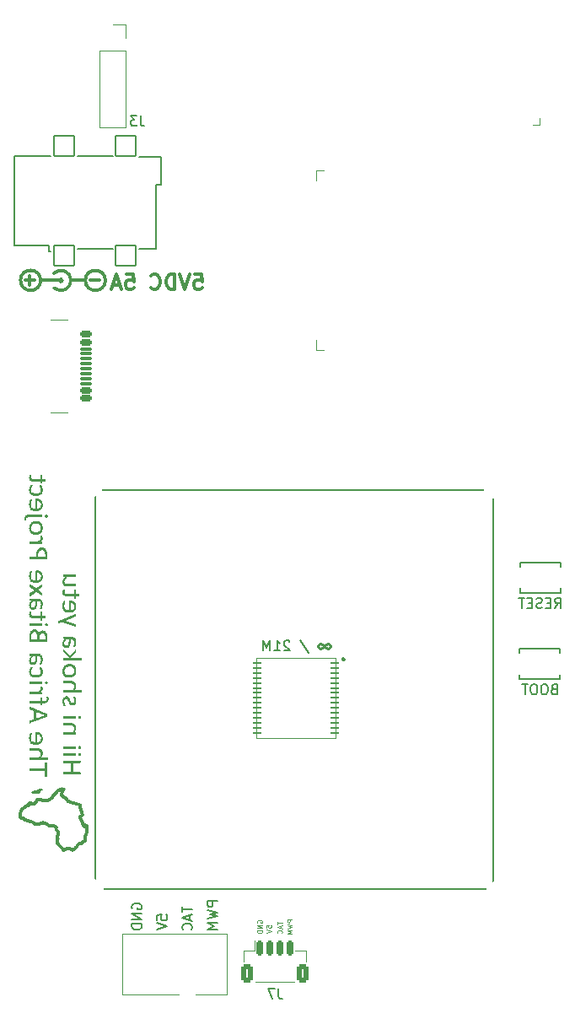
<source format=gbr>
%TF.GenerationSoftware,KiCad,Pcbnew,8.0.7*%
%TF.CreationDate,2025-01-16T15:43:03+03:00*%
%TF.ProjectId,bitshoka,62697473-686f-46b6-912e-6b696361645f,rev?*%
%TF.SameCoordinates,Original*%
%TF.FileFunction,Legend,Bot*%
%TF.FilePolarity,Positive*%
%FSLAX46Y46*%
G04 Gerber Fmt 4.6, Leading zero omitted, Abs format (unit mm)*
G04 Created by KiCad (PCBNEW 8.0.7) date 2025-01-16 15:43:03*
%MOMM*%
%LPD*%
G01*
G04 APERTURE LIST*
G04 Aperture macros list*
%AMRoundRect*
0 Rectangle with rounded corners*
0 $1 Rounding radius*
0 $2 $3 $4 $5 $6 $7 $8 $9 X,Y pos of 4 corners*
0 Add a 4 corners polygon primitive as box body*
4,1,4,$2,$3,$4,$5,$6,$7,$8,$9,$2,$3,0*
0 Add four circle primitives for the rounded corners*
1,1,$1+$1,$2,$3*
1,1,$1+$1,$4,$5*
1,1,$1+$1,$6,$7*
1,1,$1+$1,$8,$9*
0 Add four rect primitives between the rounded corners*
20,1,$1+$1,$2,$3,$4,$5,0*
20,1,$1+$1,$4,$5,$6,$7,0*
20,1,$1+$1,$6,$7,$8,$9,0*
20,1,$1+$1,$8,$9,$2,$3,0*%
G04 Aperture macros list end*
%ADD10C,0.150000*%
%ADD11C,0.125000*%
%ADD12C,0.300000*%
%ADD13C,0.250000*%
%ADD14C,0.120000*%
%ADD15C,0.050000*%
%ADD16C,0.227485*%
%ADD17C,0.127000*%
%ADD18C,0.152400*%
%ADD19C,0.310000*%
%ADD20C,0.000000*%
%ADD21C,3.000000*%
%ADD22C,0.800000*%
%ADD23C,6.000000*%
%ADD24R,1.700000X1.700000*%
%ADD25O,1.700000X1.700000*%
%ADD26C,3.500000*%
%ADD27C,0.400000*%
%ADD28C,1.295400*%
%ADD29C,1.574800*%
%ADD30C,1.700000*%
%ADD31C,2.000000*%
%ADD32C,0.650000*%
%ADD33RoundRect,0.150000X0.425000X-0.150000X0.425000X0.150000X-0.425000X0.150000X-0.425000X-0.150000X0*%
%ADD34RoundRect,0.075000X0.500000X-0.075000X0.500000X0.075000X-0.500000X0.075000X-0.500000X-0.075000X0*%
%ADD35O,1.800000X1.000000*%
%ADD36O,2.100000X1.000000*%
%ADD37R,0.900000X1.500000*%
%ADD38R,1.500000X0.900000*%
%ADD39R,0.900000X0.900000*%
%ADD40C,0.990600*%
%ADD41C,0.787400*%
%ADD42RoundRect,0.055250X0.340750X0.055250X-0.340750X0.055250X-0.340750X-0.055250X0.340750X-0.055250X0*%
%ADD43C,1.600000*%
%ADD44C,1.800000*%
%ADD45RoundRect,0.102000X1.000000X-1.000000X1.000000X1.000000X-1.000000X1.000000X-1.000000X-1.000000X0*%
%ADD46R,0.900000X1.800000*%
%ADD47RoundRect,0.150000X-0.150000X-0.625000X0.150000X-0.625000X0.150000X0.625000X-0.150000X0.625000X0*%
%ADD48RoundRect,0.250000X-0.350000X-0.650000X0.350000X-0.650000X0.350000X0.650000X-0.350000X0.650000X0*%
G04 APERTURE END LIST*
D10*
X85450000Y-95700000D02*
X125430000Y-95700000D01*
X125430000Y-135690000D01*
X85450000Y-135690000D01*
X85450000Y-95700000D01*
D11*
X103724809Y-138992858D02*
X103724809Y-139278572D01*
X104224809Y-139135715D02*
X103724809Y-139135715D01*
X104081952Y-139421429D02*
X104081952Y-139659524D01*
X104224809Y-139373810D02*
X103724809Y-139540476D01*
X103724809Y-139540476D02*
X104224809Y-139707143D01*
X104177190Y-140159523D02*
X104201000Y-140135714D01*
X104201000Y-140135714D02*
X104224809Y-140064285D01*
X104224809Y-140064285D02*
X104224809Y-140016666D01*
X104224809Y-140016666D02*
X104201000Y-139945238D01*
X104201000Y-139945238D02*
X104153380Y-139897619D01*
X104153380Y-139897619D02*
X104105761Y-139873809D01*
X104105761Y-139873809D02*
X104010523Y-139850000D01*
X104010523Y-139850000D02*
X103939095Y-139850000D01*
X103939095Y-139850000D02*
X103843857Y-139873809D01*
X103843857Y-139873809D02*
X103796238Y-139897619D01*
X103796238Y-139897619D02*
X103748619Y-139945238D01*
X103748619Y-139945238D02*
X103724809Y-140016666D01*
X103724809Y-140016666D02*
X103724809Y-140064285D01*
X103724809Y-140064285D02*
X103748619Y-140135714D01*
X103748619Y-140135714D02*
X103772428Y-140159523D01*
D10*
X106006190Y-110747200D02*
X106863332Y-112032914D01*
X104958570Y-110890057D02*
X104910951Y-110842438D01*
X104910951Y-110842438D02*
X104815713Y-110794819D01*
X104815713Y-110794819D02*
X104577618Y-110794819D01*
X104577618Y-110794819D02*
X104482380Y-110842438D01*
X104482380Y-110842438D02*
X104434761Y-110890057D01*
X104434761Y-110890057D02*
X104387142Y-110985295D01*
X104387142Y-110985295D02*
X104387142Y-111080533D01*
X104387142Y-111080533D02*
X104434761Y-111223390D01*
X104434761Y-111223390D02*
X105006189Y-111794819D01*
X105006189Y-111794819D02*
X104387142Y-111794819D01*
X103434761Y-111794819D02*
X104006189Y-111794819D01*
X103720475Y-111794819D02*
X103720475Y-110794819D01*
X103720475Y-110794819D02*
X103815713Y-110937676D01*
X103815713Y-110937676D02*
X103910951Y-111032914D01*
X103910951Y-111032914D02*
X104006189Y-111080533D01*
X103006189Y-111794819D02*
X103006189Y-110794819D01*
X103006189Y-110794819D02*
X102672856Y-111509104D01*
X102672856Y-111509104D02*
X102339523Y-110794819D01*
X102339523Y-110794819D02*
X102339523Y-111794819D01*
X91663819Y-138827523D02*
X91663819Y-138351333D01*
X91663819Y-138351333D02*
X92140009Y-138303714D01*
X92140009Y-138303714D02*
X92092390Y-138351333D01*
X92092390Y-138351333D02*
X92044771Y-138446571D01*
X92044771Y-138446571D02*
X92044771Y-138684666D01*
X92044771Y-138684666D02*
X92092390Y-138779904D01*
X92092390Y-138779904D02*
X92140009Y-138827523D01*
X92140009Y-138827523D02*
X92235247Y-138875142D01*
X92235247Y-138875142D02*
X92473342Y-138875142D01*
X92473342Y-138875142D02*
X92568580Y-138827523D01*
X92568580Y-138827523D02*
X92616200Y-138779904D01*
X92616200Y-138779904D02*
X92663819Y-138684666D01*
X92663819Y-138684666D02*
X92663819Y-138446571D01*
X92663819Y-138446571D02*
X92616200Y-138351333D01*
X92616200Y-138351333D02*
X92568580Y-138303714D01*
X91663819Y-139160857D02*
X92663819Y-139494190D01*
X92663819Y-139494190D02*
X91663819Y-139827523D01*
G36*
X82243475Y-122831577D02*
G01*
X82224424Y-122837487D01*
X82211723Y-122858981D01*
X82203419Y-122899281D01*
X82200000Y-122960000D01*
X82203419Y-123023405D01*
X82211235Y-123062630D01*
X82223935Y-123084124D01*
X82242986Y-123090034D01*
X83012840Y-123090034D01*
X83012840Y-123979860D01*
X82242986Y-123979860D01*
X82223935Y-123986308D01*
X82211235Y-124007264D01*
X82203419Y-124047564D01*
X82200000Y-124109895D01*
X82203419Y-124172226D01*
X82211723Y-124213063D01*
X82224424Y-124234019D01*
X82243475Y-124239930D01*
X83938520Y-124239930D01*
X83957083Y-124234019D01*
X83970272Y-124213063D01*
X83978576Y-124172226D01*
X83981995Y-124109895D01*
X83978576Y-124047564D01*
X83970272Y-124007264D01*
X83957083Y-123986308D01*
X83937543Y-123979860D01*
X83216050Y-123979860D01*
X83216050Y-123090034D01*
X83937543Y-123090034D01*
X83957083Y-123084124D01*
X83970272Y-123062630D01*
X83978576Y-123023405D01*
X83981995Y-122960000D01*
X83978576Y-122899281D01*
X83970272Y-122858981D01*
X83957083Y-122837487D01*
X83938520Y-122831577D01*
X82243475Y-122831577D01*
G37*
G36*
X82242498Y-122102414D02*
G01*
X82223935Y-122108325D01*
X82210746Y-122128206D01*
X82202442Y-122165819D01*
X82200000Y-122227613D01*
X82202442Y-122288332D01*
X82210746Y-122327020D01*
X82223935Y-122346364D01*
X82242498Y-122351737D01*
X83470551Y-122351737D01*
X83488136Y-122346364D01*
X83501814Y-122327020D01*
X83510118Y-122288332D01*
X83513049Y-122227613D01*
X83510118Y-122165819D01*
X83501814Y-122128206D01*
X83488136Y-122108325D01*
X83470551Y-122102414D01*
X82242498Y-122102414D01*
G37*
G36*
X83901395Y-122073398D02*
G01*
X83804751Y-122095391D01*
X83791974Y-122106713D01*
X83763407Y-122212992D01*
X83763154Y-122229225D01*
X83781857Y-122335369D01*
X83791486Y-122349588D01*
X83888830Y-122381702D01*
X83898464Y-122381828D01*
X83994786Y-122359835D01*
X84007397Y-122348513D01*
X84036448Y-122242234D01*
X84036706Y-122226001D01*
X84018002Y-122120211D01*
X84008374Y-122106175D01*
X83911029Y-122073526D01*
X83901395Y-122073398D01*
G37*
G36*
X82242498Y-121397431D02*
G01*
X82223935Y-121403342D01*
X82210746Y-121423224D01*
X82202442Y-121460837D01*
X82200000Y-121522630D01*
X82202442Y-121583349D01*
X82210746Y-121622037D01*
X82223935Y-121641381D01*
X82242498Y-121646755D01*
X83470551Y-121646755D01*
X83488136Y-121641381D01*
X83501814Y-121622037D01*
X83510118Y-121583349D01*
X83513049Y-121522630D01*
X83510118Y-121460837D01*
X83501814Y-121423224D01*
X83488136Y-121403342D01*
X83470551Y-121397431D01*
X82242498Y-121397431D01*
G37*
G36*
X83901395Y-121368415D02*
G01*
X83804751Y-121390408D01*
X83791974Y-121401730D01*
X83763407Y-121508009D01*
X83763154Y-121524242D01*
X83781857Y-121630387D01*
X83791486Y-121644605D01*
X83888830Y-121676719D01*
X83898464Y-121676845D01*
X83994786Y-121654852D01*
X84007397Y-121643531D01*
X84036448Y-121537252D01*
X84036706Y-121521018D01*
X84018002Y-121415229D01*
X84008374Y-121401193D01*
X83911029Y-121368543D01*
X83901395Y-121368415D01*
G37*
G36*
X82242498Y-119073998D02*
G01*
X82223935Y-119079909D01*
X82210746Y-119099790D01*
X82202442Y-119137404D01*
X82200000Y-119198122D01*
X82202442Y-119259916D01*
X82210746Y-119298066D01*
X82223935Y-119317411D01*
X82242986Y-119323321D01*
X82969853Y-119323321D01*
X83070761Y-119328477D01*
X83140334Y-119341591D01*
X83233977Y-119382275D01*
X83252198Y-119394787D01*
X83319141Y-119474328D01*
X83324005Y-119484521D01*
X83348310Y-119589634D01*
X83348918Y-119611870D01*
X83329752Y-119717487D01*
X83288346Y-119799399D01*
X83224499Y-119883060D01*
X83152508Y-119957716D01*
X83110537Y-119996064D01*
X82242986Y-119996064D01*
X82223935Y-120001974D01*
X82210746Y-120021856D01*
X82202442Y-120059469D01*
X82200000Y-120121263D01*
X82202442Y-120181981D01*
X82210746Y-120220669D01*
X82223935Y-120240013D01*
X82242498Y-120245387D01*
X83470551Y-120245387D01*
X83489113Y-120241088D01*
X83502791Y-120222819D01*
X83511095Y-120187892D01*
X83513049Y-120132009D01*
X83511095Y-120076664D01*
X83502791Y-120042812D01*
X83489113Y-120025617D01*
X83470551Y-120020244D01*
X83308374Y-120020244D01*
X83384597Y-119941315D01*
X83450108Y-119855501D01*
X83487159Y-119791339D01*
X83526229Y-119690885D01*
X83543810Y-119582571D01*
X83544312Y-119560823D01*
X83536271Y-119449834D01*
X83507389Y-119343643D01*
X83502302Y-119331919D01*
X83446077Y-119238561D01*
X83389951Y-119181465D01*
X83303243Y-119127154D01*
X83225331Y-119099253D01*
X83128574Y-119081126D01*
X83023160Y-119074220D01*
X82998674Y-119073998D01*
X82242498Y-119073998D01*
G37*
G36*
X82242498Y-118377613D02*
G01*
X82223935Y-118383524D01*
X82210746Y-118403405D01*
X82202442Y-118441018D01*
X82200000Y-118502812D01*
X82202442Y-118563531D01*
X82210746Y-118602219D01*
X82223935Y-118621563D01*
X82242498Y-118626936D01*
X83470551Y-118626936D01*
X83488136Y-118621563D01*
X83501814Y-118602219D01*
X83510118Y-118563531D01*
X83513049Y-118502812D01*
X83510118Y-118441018D01*
X83501814Y-118403405D01*
X83488136Y-118383524D01*
X83470551Y-118377613D01*
X82242498Y-118377613D01*
G37*
G36*
X83901395Y-118348597D02*
G01*
X83804751Y-118370590D01*
X83791974Y-118381912D01*
X83763407Y-118488190D01*
X83763154Y-118504424D01*
X83781857Y-118610568D01*
X83791486Y-118624787D01*
X83888830Y-118656901D01*
X83898464Y-118657027D01*
X83994786Y-118635034D01*
X84007397Y-118623712D01*
X84036448Y-118517433D01*
X84036706Y-118501200D01*
X84018002Y-118395410D01*
X84008374Y-118381374D01*
X83911029Y-118348725D01*
X83901395Y-118348597D01*
G37*
G36*
X82570760Y-116371744D02*
G01*
X82469146Y-116383985D01*
X82399302Y-116410432D01*
X82314847Y-116470924D01*
X82272784Y-116519511D01*
X82220659Y-116613399D01*
X82195115Y-116688771D01*
X82174532Y-116798709D01*
X82168736Y-116904780D01*
X82175594Y-117014188D01*
X82179972Y-117043412D01*
X82204121Y-117147848D01*
X82208304Y-117161088D01*
X82244452Y-117249748D01*
X82278646Y-117302407D01*
X82318702Y-117326587D01*
X82387090Y-117334110D01*
X82431542Y-117331423D01*
X82460362Y-117323900D01*
X82476482Y-117311004D01*
X82481367Y-117291660D01*
X82461828Y-117242763D01*
X82418841Y-117162700D01*
X82379552Y-117061900D01*
X82375854Y-117049860D01*
X82357536Y-116941453D01*
X82356315Y-116900481D01*
X82367048Y-116792458D01*
X82368527Y-116786029D01*
X82404675Y-116696831D01*
X82465247Y-116638262D01*
X82552686Y-116617843D01*
X82641591Y-116647397D01*
X82705582Y-116725310D01*
X82750833Y-116823113D01*
X82754919Y-116834389D01*
X82791136Y-116935022D01*
X82799860Y-116959050D01*
X82840837Y-117057321D01*
X82853593Y-117084249D01*
X82911193Y-117175277D01*
X82926866Y-117193866D01*
X83007684Y-117260035D01*
X83029448Y-117271779D01*
X83127932Y-117298500D01*
X83173063Y-117300795D01*
X83271483Y-117286318D01*
X83314235Y-117270167D01*
X83399075Y-117212838D01*
X83432449Y-117177208D01*
X83487938Y-117087331D01*
X83513538Y-117021919D01*
X83537550Y-116914506D01*
X83544312Y-116805373D01*
X83535031Y-116696831D01*
X83512561Y-116598499D01*
X83482763Y-116523810D01*
X83454919Y-116477062D01*
X83434403Y-116455568D01*
X83415840Y-116448046D01*
X83389951Y-116443210D01*
X83352826Y-116441060D01*
X83311793Y-116443210D01*
X83283461Y-116450732D01*
X83267829Y-116463628D01*
X83262944Y-116480286D01*
X83279064Y-116519511D01*
X83313747Y-116586140D01*
X83348429Y-116682323D01*
X83364298Y-116790579D01*
X83364549Y-116808060D01*
X83352172Y-116917325D01*
X83351360Y-116920362D01*
X83314235Y-116999888D01*
X83257083Y-117046636D01*
X83185275Y-117062219D01*
X83093928Y-117032128D01*
X83029448Y-116953140D01*
X82983395Y-116854454D01*
X82979134Y-116842986D01*
X82942124Y-116741153D01*
X82933217Y-116717250D01*
X82893002Y-116617484D01*
X82880460Y-116589902D01*
X82824920Y-116497319D01*
X82809630Y-116478674D01*
X82730871Y-116412859D01*
X82709490Y-116401297D01*
X82614320Y-116374082D01*
X82570760Y-116371744D01*
G37*
G36*
X82242498Y-114850551D02*
G01*
X82223935Y-114856461D01*
X82210746Y-114876343D01*
X82202442Y-114913956D01*
X82200000Y-114974675D01*
X82202442Y-115036468D01*
X82210746Y-115074619D01*
X82223935Y-115093963D01*
X82242986Y-115099874D01*
X82969853Y-115099874D01*
X83070761Y-115105030D01*
X83140334Y-115118143D01*
X83233977Y-115158827D01*
X83252198Y-115171339D01*
X83319141Y-115250881D01*
X83324005Y-115261074D01*
X83348310Y-115366187D01*
X83348918Y-115388422D01*
X83329752Y-115494040D01*
X83288346Y-115575952D01*
X83224499Y-115659612D01*
X83152508Y-115734268D01*
X83110537Y-115772616D01*
X82242986Y-115772616D01*
X82223935Y-115778527D01*
X82210746Y-115798408D01*
X82202442Y-115836022D01*
X82200000Y-115897815D01*
X82202442Y-115958534D01*
X82210746Y-115997222D01*
X82223447Y-116016566D01*
X82242498Y-116021939D01*
X84063572Y-116021939D01*
X84082623Y-116016566D01*
X84096301Y-115997222D01*
X84104117Y-115958534D01*
X84107048Y-115897815D01*
X84104117Y-115836022D01*
X84096301Y-115798408D01*
X84082623Y-115778527D01*
X84064061Y-115772616D01*
X83340614Y-115772616D01*
X83410498Y-115691865D01*
X83469461Y-115604044D01*
X83493998Y-115556608D01*
X83530112Y-115454110D01*
X83544263Y-115344259D01*
X83544312Y-115337376D01*
X83536271Y-115226387D01*
X83507389Y-115120196D01*
X83502302Y-115108471D01*
X83446077Y-115015114D01*
X83389951Y-114958018D01*
X83303243Y-114903707D01*
X83225331Y-114875806D01*
X83128359Y-114857678D01*
X83030425Y-114850945D01*
X82997697Y-114850551D01*
X82242498Y-114850551D01*
G37*
G36*
X82955640Y-113141877D02*
G01*
X83053735Y-113154766D01*
X83152058Y-113179979D01*
X83190219Y-113193931D01*
X83280841Y-113239786D01*
X83364549Y-113304640D01*
X83385875Y-113326108D01*
X83450176Y-113411429D01*
X83498394Y-113512588D01*
X83520591Y-113586111D01*
X83538886Y-113694720D01*
X83544312Y-113804898D01*
X83541076Y-113888958D01*
X83524086Y-114004845D01*
X83492533Y-114108492D01*
X83471822Y-114155744D01*
X83416815Y-114247754D01*
X83347941Y-114325575D01*
X83305606Y-114361550D01*
X83217805Y-114417174D01*
X83126168Y-114455610D01*
X83051971Y-114476390D01*
X82947031Y-114493517D01*
X82844801Y-114498597D01*
X82758165Y-114495367D01*
X82659520Y-114482645D01*
X82560990Y-114457759D01*
X82522818Y-114443975D01*
X82432053Y-114398556D01*
X82348011Y-114334173D01*
X82326800Y-114312704D01*
X82262779Y-114227384D01*
X82214654Y-114126224D01*
X82192458Y-114052659D01*
X82174162Y-113943862D01*
X82168736Y-113833377D01*
X82169199Y-113821556D01*
X82364131Y-113821556D01*
X82371611Y-113918425D01*
X82403210Y-114020907D01*
X82436732Y-114076420D01*
X82509699Y-114148792D01*
X82572985Y-114185025D01*
X82666992Y-114216496D01*
X82760048Y-114231810D01*
X82859455Y-114236915D01*
X82955640Y-114231484D01*
X83055826Y-114212198D01*
X83124824Y-114187422D01*
X83211165Y-114135896D01*
X83256365Y-114093354D01*
X83312770Y-114005324D01*
X83338716Y-113924039D01*
X83348918Y-113815645D01*
X83341344Y-113718408D01*
X83309351Y-113615757D01*
X83275988Y-113560394D01*
X83202372Y-113488946D01*
X83138753Y-113453081D01*
X83044591Y-113421779D01*
X82951901Y-113406465D01*
X82853593Y-113401360D01*
X82756357Y-113406673D01*
X82655757Y-113425540D01*
X82586840Y-113449709D01*
X82500907Y-113501304D01*
X82456233Y-113543670D01*
X82399790Y-113632414D01*
X82374195Y-113713848D01*
X82364131Y-113821556D01*
X82169199Y-113821556D01*
X82172003Y-113749989D01*
X82189154Y-113634605D01*
X82221004Y-113530858D01*
X82242030Y-113483260D01*
X82297366Y-113390888D01*
X82366085Y-113313237D01*
X82408587Y-113277237D01*
X82496449Y-113221429D01*
X82587857Y-113182665D01*
X82662291Y-113161366D01*
X82767426Y-113143810D01*
X82869713Y-113138604D01*
X82955640Y-113141877D01*
G37*
G36*
X82243475Y-111663621D02*
G01*
X82224424Y-111670069D01*
X82210746Y-111690488D01*
X82202442Y-111730251D01*
X82200000Y-111795268D01*
X82201953Y-111862435D01*
X82208792Y-111907034D01*
X82222470Y-111936587D01*
X82243475Y-111957006D01*
X82923447Y-112531416D01*
X82242498Y-112531416D01*
X82223935Y-112537327D01*
X82210746Y-112557208D01*
X82202442Y-112594822D01*
X82200000Y-112656615D01*
X82202442Y-112717334D01*
X82210746Y-112756022D01*
X82223447Y-112775366D01*
X82242498Y-112780739D01*
X84063572Y-112780739D01*
X84082623Y-112775366D01*
X84096301Y-112756022D01*
X84104117Y-112717334D01*
X84107048Y-112656615D01*
X84104117Y-112594822D01*
X84096301Y-112557208D01*
X84082623Y-112537327D01*
X84063572Y-112531416D01*
X82954710Y-112531416D01*
X83465177Y-112017187D01*
X83487648Y-111991933D01*
X83502791Y-111959155D01*
X83511095Y-111914556D01*
X83513049Y-111852763D01*
X83511095Y-111789357D01*
X83504256Y-111747983D01*
X83491556Y-111724877D01*
X83472016Y-111717892D01*
X83439288Y-111728101D01*
X83401186Y-111760341D01*
X82956175Y-112253077D01*
X82307955Y-111700160D01*
X82270341Y-111672219D01*
X82243475Y-111663621D01*
G37*
G36*
X83179415Y-110414784D02*
G01*
X83279553Y-110437424D01*
X83345524Y-110466328D01*
X83425122Y-110529309D01*
X83473851Y-110597370D01*
X83514026Y-110695345D01*
X83521124Y-110721691D01*
X83539314Y-110832752D01*
X83544312Y-110944668D01*
X83543072Y-110993595D01*
X83531612Y-111100495D01*
X83525047Y-111138176D01*
X83499860Y-111242351D01*
X83496254Y-111254410D01*
X83457850Y-111357341D01*
X83416329Y-111427732D01*
X83377739Y-111453524D01*
X83322051Y-111458360D01*
X83282972Y-111455673D01*
X83254152Y-111446001D01*
X83237055Y-111429881D01*
X83231681Y-111408925D01*
X83251221Y-111353579D01*
X83294207Y-111261695D01*
X83304279Y-111236633D01*
X83337194Y-111133272D01*
X83349101Y-111075417D01*
X83356734Y-110967236D01*
X83355845Y-110930934D01*
X83338171Y-110822693D01*
X83337024Y-110819020D01*
X83283949Y-110726510D01*
X83281702Y-110724213D01*
X83193579Y-110672777D01*
X83169086Y-110666286D01*
X83069016Y-110656120D01*
X82973761Y-110656120D01*
X82973761Y-110843649D01*
X82972522Y-110911508D01*
X82964634Y-111020897D01*
X82947871Y-111129511D01*
X82946227Y-111137398D01*
X82915387Y-111246516D01*
X82869713Y-111343907D01*
X82819264Y-111412728D01*
X82739288Y-111478241D01*
X82653558Y-111513302D01*
X82553663Y-111524989D01*
X82487901Y-111520229D01*
X82390509Y-111491137D01*
X82348081Y-111467303D01*
X82269853Y-111396029D01*
X82236147Y-111346460D01*
X82194626Y-111247725D01*
X82176043Y-111161748D01*
X82168736Y-111053747D01*
X82168950Y-111038483D01*
X82172229Y-111014521D01*
X82348499Y-111014521D01*
X82357851Y-111103885D01*
X82405163Y-111202588D01*
X82457969Y-111246076D01*
X82558060Y-111269755D01*
X82561558Y-111269733D01*
X82657222Y-111246650D01*
X82731472Y-111173035D01*
X82744211Y-111149964D01*
X82777878Y-111047836D01*
X82788315Y-110981844D01*
X82793998Y-110869441D01*
X82793998Y-110656120D01*
X82532170Y-110656120D01*
X82526385Y-110661887D01*
X82455219Y-110740876D01*
X82393440Y-110832365D01*
X82364342Y-110902867D01*
X82348499Y-111014521D01*
X82172229Y-111014521D01*
X82184177Y-110927217D01*
X82223447Y-110821618D01*
X82237628Y-110794533D01*
X82295197Y-110704761D01*
X82365108Y-110622805D01*
X82241521Y-110622805D01*
X82216608Y-110612595D01*
X82203907Y-110578743D01*
X82200000Y-110515338D01*
X82203907Y-110454082D01*
X82216608Y-110420767D01*
X82241521Y-110408408D01*
X83077320Y-110408408D01*
X83179415Y-110414784D01*
G37*
G36*
X82200000Y-108642728D02*
G01*
X81745219Y-108823810D01*
X81711514Y-108870020D01*
X81699802Y-108977659D01*
X81699790Y-108982323D01*
X81703210Y-109045729D01*
X81714933Y-109082805D01*
X81736915Y-109097313D01*
X81769644Y-109089790D01*
X82200000Y-108902260D01*
X82217585Y-108928590D01*
X82243963Y-108944710D01*
X83425122Y-109429923D01*
X83470551Y-109441744D01*
X83496441Y-109429923D01*
X83509630Y-109390697D01*
X83513049Y-109318157D01*
X83511095Y-109247229D01*
X83503279Y-109206392D01*
X83487648Y-109184361D01*
X83459316Y-109169853D01*
X82467690Y-108781360D01*
X82467690Y-108777062D01*
X83465177Y-108402002D01*
X83498394Y-108380509D01*
X83509630Y-108341821D01*
X83513049Y-108267669D01*
X83509630Y-108198353D01*
X83496441Y-108158053D01*
X83470551Y-108145157D01*
X83429030Y-108154291D01*
X82200000Y-108642728D01*
G37*
G36*
X82986394Y-106745698D02*
G01*
X83087533Y-106754955D01*
X83189672Y-106779253D01*
X83196239Y-106781406D01*
X83288346Y-106822777D01*
X83373342Y-106885645D01*
X83378196Y-106890218D01*
X83447424Y-106974093D01*
X83497906Y-107071025D01*
X83515988Y-107122446D01*
X83537786Y-107230085D01*
X83544312Y-107343454D01*
X83542629Y-107398652D01*
X83527436Y-107511250D01*
X83496441Y-107614270D01*
X83483816Y-107643941D01*
X83429293Y-107739062D01*
X83358688Y-107820607D01*
X83317494Y-107856057D01*
X83231071Y-107911660D01*
X83139846Y-107951179D01*
X83056355Y-107974981D01*
X82957132Y-107990981D01*
X82850174Y-107996315D01*
X82758112Y-107992872D01*
X82654513Y-107979313D01*
X82552686Y-107952791D01*
X82513741Y-107937998D01*
X82422306Y-107889961D01*
X82339706Y-107822756D01*
X82319221Y-107800633D01*
X82257618Y-107713285D01*
X82211723Y-107610509D01*
X82190943Y-107536207D01*
X82173816Y-107426956D01*
X82168736Y-107316587D01*
X82170591Y-107245634D01*
X82181926Y-107134431D01*
X82188703Y-107092989D01*
X82211235Y-106983977D01*
X82212273Y-106979937D01*
X82244940Y-106878122D01*
X82270341Y-106829225D01*
X82286461Y-106815792D01*
X82305024Y-106808269D01*
X82328960Y-106804508D01*
X82360711Y-106802896D01*
X82403210Y-106805045D01*
X82430565Y-106812030D01*
X82445219Y-106824926D01*
X82450104Y-106843196D01*
X82435450Y-106896929D01*
X82403210Y-106987739D01*
X82395466Y-107012929D01*
X82370481Y-107118848D01*
X82361849Y-107178291D01*
X82356315Y-107290795D01*
X82362579Y-107390794D01*
X82389043Y-107498206D01*
X82415228Y-107552522D01*
X82483810Y-107635764D01*
X82538166Y-107673583D01*
X82631821Y-107710990D01*
X82723168Y-107727916D01*
X82825261Y-107733558D01*
X83005024Y-107733558D01*
X83044638Y-107730002D01*
X83141311Y-107705080D01*
X83173002Y-107690874D01*
X83255617Y-107632540D01*
X83279064Y-107607520D01*
X83334752Y-107515938D01*
X83351717Y-107465553D01*
X83364549Y-107354200D01*
X83359968Y-107279690D01*
X83330796Y-107171698D01*
X83268806Y-107082847D01*
X83201907Y-107035148D01*
X83102988Y-107002706D01*
X83005024Y-106996336D01*
X83005024Y-107733558D01*
X82825261Y-107733558D01*
X82825261Y-106842121D01*
X82847732Y-106774954D01*
X82923447Y-106745401D01*
X82963991Y-106745401D01*
X82986394Y-106745698D01*
G37*
G36*
X82318213Y-105683091D02*
G01*
X82254710Y-105689539D01*
X82220027Y-105707808D01*
X82199511Y-105743810D01*
X82183391Y-105799155D01*
X82173133Y-105864710D01*
X82168736Y-105934026D01*
X82176928Y-106043592D01*
X82194626Y-106115645D01*
X82245020Y-106209904D01*
X82272295Y-106239232D01*
X82357324Y-106293282D01*
X82404675Y-106309623D01*
X82503765Y-106327437D01*
X82593230Y-106331653D01*
X83325471Y-106331653D01*
X83325471Y-106521870D01*
X83347452Y-106558408D01*
X83418771Y-106571842D01*
X83462247Y-106568080D01*
X83491556Y-106558408D01*
X83508164Y-106542826D01*
X83513049Y-106520795D01*
X83513049Y-106331653D01*
X83812002Y-106331653D01*
X83830076Y-106326280D01*
X83845219Y-106306936D01*
X83854012Y-106268248D01*
X83856943Y-106207529D01*
X83854012Y-106145736D01*
X83845219Y-106108122D01*
X83830076Y-106088241D01*
X83812002Y-106082330D01*
X83513049Y-106082330D01*
X83513049Y-105733063D01*
X83508164Y-105712107D01*
X83491556Y-105696524D01*
X83462247Y-105686315D01*
X83418771Y-105683091D01*
X83347452Y-105697062D01*
X83325471Y-105733063D01*
X83325471Y-106082330D01*
X82625959Y-106082330D01*
X82524753Y-106074411D01*
X82430076Y-106040956D01*
X82370571Y-105952596D01*
X82364131Y-105892114D01*
X82369993Y-105830321D01*
X82383182Y-105781960D01*
X82396371Y-105745422D01*
X82402721Y-105718018D01*
X82398813Y-105704047D01*
X82385624Y-105693300D01*
X82359734Y-105686315D01*
X82318213Y-105683091D01*
G37*
G36*
X82242498Y-104193600D02*
G01*
X82223935Y-104198974D01*
X82210746Y-104218318D01*
X82202442Y-104253782D01*
X82200000Y-104306978D01*
X82202442Y-104363935D01*
X82210746Y-104398325D01*
X82223935Y-104416057D01*
X82242498Y-104420355D01*
X82404675Y-104420355D01*
X82327895Y-104500138D01*
X82262041Y-104586305D01*
X82224912Y-104650334D01*
X82186511Y-104750054D01*
X82169230Y-104858038D01*
X82168736Y-104879776D01*
X82176590Y-104990501D01*
X82204800Y-105096893D01*
X82209769Y-105108681D01*
X82265754Y-105202038D01*
X82322121Y-105259134D01*
X82409619Y-105313615D01*
X82487718Y-105341884D01*
X82585362Y-105359625D01*
X82684226Y-105366215D01*
X82717306Y-105366601D01*
X83470551Y-105366601D01*
X83488625Y-105361228D01*
X83502791Y-105340809D01*
X83511095Y-105301584D01*
X83513049Y-105240865D01*
X83511095Y-105180683D01*
X83502791Y-105141995D01*
X83488625Y-105121577D01*
X83470062Y-105115666D01*
X82747592Y-105115666D01*
X82649528Y-105111367D01*
X82573203Y-105098471D01*
X82479411Y-105057951D01*
X82461339Y-105045275D01*
X82394479Y-104965551D01*
X82389532Y-104955540D01*
X82364751Y-104850428D01*
X82364131Y-104828192D01*
X82386346Y-104717355D01*
X82427145Y-104641737D01*
X82493597Y-104558238D01*
X82568564Y-104483230D01*
X82612281Y-104444535D01*
X83470551Y-104444535D01*
X83489113Y-104439162D01*
X83502791Y-104418743D01*
X83511095Y-104380593D01*
X83513049Y-104319337D01*
X83511095Y-104258618D01*
X83502791Y-104221004D01*
X83489113Y-104200586D01*
X83470551Y-104193600D01*
X82242498Y-104193600D01*
G37*
G36*
X80518925Y-123014270D02*
G01*
X80473007Y-123017494D01*
X80441744Y-123027704D01*
X80424159Y-123043824D01*
X80418785Y-123065854D01*
X80418785Y-123616085D01*
X78883963Y-123616085D01*
X78864424Y-123621995D01*
X78851723Y-123642951D01*
X78843419Y-123683251D01*
X78840000Y-123746120D01*
X78843419Y-123807913D01*
X78851723Y-123848750D01*
X78864424Y-123869706D01*
X78883963Y-123875617D01*
X80418785Y-123875617D01*
X80418785Y-124425847D01*
X80424159Y-124447878D01*
X80441744Y-124463998D01*
X80473007Y-124473670D01*
X80518925Y-124477431D01*
X80565331Y-124473670D01*
X80598060Y-124463998D01*
X80616133Y-124447878D01*
X80621995Y-124425847D01*
X80621995Y-123065854D01*
X80616133Y-123043824D01*
X80598060Y-123027704D01*
X80565331Y-123017494D01*
X80518925Y-123014270D01*
G37*
G36*
X78882498Y-121597320D02*
G01*
X78863935Y-121603230D01*
X78850746Y-121623112D01*
X78842442Y-121660725D01*
X78840000Y-121721444D01*
X78842442Y-121783237D01*
X78850746Y-121821388D01*
X78863935Y-121840732D01*
X78882986Y-121846643D01*
X79609853Y-121846643D01*
X79710761Y-121851799D01*
X79780334Y-121864912D01*
X79873977Y-121905596D01*
X79892198Y-121918108D01*
X79959141Y-121997650D01*
X79964005Y-122007843D01*
X79988310Y-122112956D01*
X79988918Y-122135191D01*
X79969752Y-122240809D01*
X79928346Y-122322721D01*
X79864499Y-122406381D01*
X79792508Y-122481037D01*
X79750537Y-122519385D01*
X78882986Y-122519385D01*
X78863935Y-122525296D01*
X78850746Y-122545177D01*
X78842442Y-122582791D01*
X78840000Y-122644584D01*
X78842442Y-122705303D01*
X78850746Y-122743991D01*
X78863447Y-122763335D01*
X78882498Y-122768709D01*
X80703572Y-122768709D01*
X80722623Y-122763335D01*
X80736301Y-122743991D01*
X80744117Y-122705303D01*
X80747048Y-122644584D01*
X80744117Y-122582791D01*
X80736301Y-122545177D01*
X80722623Y-122525296D01*
X80704061Y-122519385D01*
X79980614Y-122519385D01*
X80050498Y-122438634D01*
X80109461Y-122350813D01*
X80133998Y-122303377D01*
X80170112Y-122200879D01*
X80184263Y-122091028D01*
X80184312Y-122084145D01*
X80176271Y-121973156D01*
X80147389Y-121866965D01*
X80142302Y-121855240D01*
X80086077Y-121761883D01*
X80029951Y-121704787D01*
X79943243Y-121650476D01*
X79865331Y-121622575D01*
X79768359Y-121604447D01*
X79670425Y-121597714D01*
X79637697Y-121597320D01*
X78882498Y-121597320D01*
G37*
G36*
X79626394Y-119989913D02*
G01*
X79727533Y-119999170D01*
X79829672Y-120023468D01*
X79836239Y-120025621D01*
X79928346Y-120066992D01*
X80013342Y-120129860D01*
X80018196Y-120134433D01*
X80087424Y-120218308D01*
X80137906Y-120315240D01*
X80155988Y-120366661D01*
X80177786Y-120474300D01*
X80184312Y-120587669D01*
X80182629Y-120642867D01*
X80167436Y-120755465D01*
X80136441Y-120858485D01*
X80123816Y-120888156D01*
X80069293Y-120983277D01*
X79998688Y-121064822D01*
X79957494Y-121100271D01*
X79871071Y-121155875D01*
X79779846Y-121195394D01*
X79696355Y-121219196D01*
X79597132Y-121235196D01*
X79490174Y-121240530D01*
X79398112Y-121237087D01*
X79294513Y-121223528D01*
X79192686Y-121197006D01*
X79153741Y-121182213D01*
X79062306Y-121134175D01*
X78979706Y-121066971D01*
X78959221Y-121044848D01*
X78897618Y-120957500D01*
X78851723Y-120854724D01*
X78830943Y-120780422D01*
X78813816Y-120671171D01*
X78808736Y-120560802D01*
X78810591Y-120489849D01*
X78821926Y-120378646D01*
X78828703Y-120337204D01*
X78851235Y-120228192D01*
X78852273Y-120224152D01*
X78884940Y-120122337D01*
X78910341Y-120073440D01*
X78926461Y-120060006D01*
X78945024Y-120052484D01*
X78968960Y-120048722D01*
X79000711Y-120047110D01*
X79043210Y-120049260D01*
X79070565Y-120056245D01*
X79085219Y-120069141D01*
X79090104Y-120087411D01*
X79075450Y-120141144D01*
X79043210Y-120231953D01*
X79035466Y-120257144D01*
X79010481Y-120363063D01*
X79001849Y-120422506D01*
X78996315Y-120535010D01*
X79002579Y-120635009D01*
X79029043Y-120742421D01*
X79055228Y-120796737D01*
X79123810Y-120879979D01*
X79178166Y-120917798D01*
X79271821Y-120955205D01*
X79363168Y-120972131D01*
X79465261Y-120977773D01*
X79645024Y-120977773D01*
X79684638Y-120974217D01*
X79781311Y-120949295D01*
X79813002Y-120935089D01*
X79895617Y-120876755D01*
X79919064Y-120851735D01*
X79974752Y-120760153D01*
X79991717Y-120709768D01*
X80004549Y-120598415D01*
X79999968Y-120523905D01*
X79970796Y-120415913D01*
X79908806Y-120327062D01*
X79841907Y-120279363D01*
X79742988Y-120246921D01*
X79645024Y-120240551D01*
X79645024Y-120977773D01*
X79465261Y-120977773D01*
X79465261Y-120086336D01*
X79487732Y-120019169D01*
X79563447Y-119989616D01*
X79603991Y-119989616D01*
X79626394Y-119989913D01*
G37*
G36*
X78930858Y-117428143D02*
G01*
X80570216Y-118084228D01*
X80596106Y-118100886D01*
X80611737Y-118130976D01*
X80619553Y-118182023D01*
X80621995Y-118262086D01*
X80619553Y-118337313D01*
X80611737Y-118385673D01*
X80596594Y-118414152D01*
X80571193Y-118430272D01*
X78932323Y-119085819D01*
X78883963Y-119099253D01*
X78856120Y-119088506D01*
X78843419Y-119048743D01*
X78840000Y-118977278D01*
X78842442Y-118908499D01*
X78851235Y-118867662D01*
X78866378Y-118845631D01*
X78887383Y-118833810D01*
X79308946Y-118673147D01*
X79308946Y-118608129D01*
X79496524Y-118608129D01*
X80371891Y-118271221D01*
X80371891Y-118269609D01*
X79496524Y-117928401D01*
X79496524Y-118608129D01*
X79308946Y-118608129D01*
X79308946Y-117860160D01*
X78882009Y-117692512D01*
X78861493Y-117680153D01*
X78848792Y-117658660D01*
X78841953Y-117616210D01*
X78840000Y-117541521D01*
X78842442Y-117466831D01*
X78854654Y-117427069D01*
X78882498Y-117415247D01*
X78930858Y-117428143D01*
G37*
G36*
X80634696Y-116394312D02*
G01*
X80592686Y-116397536D01*
X80567285Y-116403984D01*
X80554584Y-116414193D01*
X80551165Y-116429239D01*
X80557027Y-116455568D01*
X80570704Y-116494256D01*
X80584382Y-116547990D01*
X80590732Y-116619455D01*
X80573635Y-116714563D01*
X80521367Y-116777969D01*
X80428555Y-116812896D01*
X80329545Y-116822971D01*
X80290314Y-116823642D01*
X80153049Y-116823642D01*
X80153049Y-116520048D01*
X80148164Y-116499630D01*
X80131556Y-116484584D01*
X80102247Y-116473838D01*
X80058771Y-116470076D01*
X79987452Y-116483510D01*
X79965471Y-116520048D01*
X79965471Y-116823642D01*
X78882498Y-116823642D01*
X78863935Y-116829553D01*
X78850746Y-116849972D01*
X78842442Y-116888660D01*
X78840000Y-116948841D01*
X78842442Y-117009560D01*
X78850746Y-117048248D01*
X78863935Y-117068667D01*
X78882498Y-117074577D01*
X79965471Y-117074577D01*
X79965471Y-117266406D01*
X79987452Y-117302944D01*
X80058771Y-117314766D01*
X80102247Y-117312079D01*
X80131556Y-117302944D01*
X80148164Y-117287362D01*
X80153049Y-117266406D01*
X80153049Y-117074577D01*
X80282498Y-117074577D01*
X80382738Y-117070232D01*
X80483174Y-117054419D01*
X80507201Y-117048248D01*
X80602290Y-117009352D01*
X80661074Y-116967110D01*
X80726260Y-116883847D01*
X80749490Y-116830628D01*
X80773554Y-116722133D01*
X80778311Y-116636113D01*
X80769518Y-116533482D01*
X80750467Y-116456643D01*
X80731905Y-116420104D01*
X80710411Y-116405059D01*
X80679148Y-116396999D01*
X80634696Y-116394312D01*
G37*
G36*
X80043628Y-115405080D02*
G01*
X79993314Y-115406692D01*
X79961563Y-115413140D01*
X79943977Y-115424424D01*
X79937627Y-115443230D01*
X79943977Y-115472784D01*
X79956189Y-115512009D01*
X79967913Y-115560907D01*
X79973286Y-115620013D01*
X79958632Y-115694166D01*
X79911249Y-115770467D01*
X79837144Y-115843343D01*
X79823810Y-115854291D01*
X79741914Y-115915582D01*
X79690453Y-115951011D01*
X78882498Y-115951011D01*
X78863935Y-115956922D01*
X78850746Y-115976803D01*
X78842442Y-116014417D01*
X78840000Y-116076210D01*
X78842442Y-116136929D01*
X78850746Y-116175617D01*
X78863935Y-116194961D01*
X78882498Y-116200334D01*
X80110551Y-116200334D01*
X80129113Y-116196036D01*
X80142791Y-116177766D01*
X80151095Y-116142840D01*
X80153049Y-116086957D01*
X80151095Y-116031612D01*
X80142791Y-115997759D01*
X80129113Y-115980565D01*
X80110551Y-115975191D01*
X79931765Y-115975191D01*
X80013665Y-115911293D01*
X80057794Y-115870411D01*
X80125273Y-115791198D01*
X80134487Y-115777452D01*
X80173565Y-115690404D01*
X80184312Y-115603356D01*
X80182358Y-115558757D01*
X80175031Y-115506636D01*
X80162819Y-115457739D01*
X80149141Y-115426573D01*
X80135952Y-115414752D01*
X80120321Y-115409378D01*
X80092965Y-115406154D01*
X80043628Y-115405080D01*
G37*
G36*
X78882498Y-114878492D02*
G01*
X78863935Y-114884403D01*
X78850746Y-114904284D01*
X78842442Y-114941898D01*
X78840000Y-115003691D01*
X78842442Y-115064410D01*
X78850746Y-115103098D01*
X78863935Y-115122442D01*
X78882498Y-115127815D01*
X80110551Y-115127815D01*
X80128136Y-115122442D01*
X80141814Y-115103098D01*
X80150118Y-115064410D01*
X80153049Y-115003691D01*
X80150118Y-114941898D01*
X80141814Y-114904284D01*
X80128136Y-114884403D01*
X80110551Y-114878492D01*
X78882498Y-114878492D01*
G37*
G36*
X80541395Y-114849476D02*
G01*
X80444751Y-114871469D01*
X80431974Y-114882791D01*
X80403407Y-114989070D01*
X80403154Y-115005303D01*
X80421857Y-115111448D01*
X80431486Y-115125666D01*
X80528830Y-115157780D01*
X80538464Y-115157906D01*
X80634786Y-115135913D01*
X80647397Y-115124591D01*
X80676448Y-115018312D01*
X80676706Y-115002079D01*
X80658002Y-114896289D01*
X80648374Y-114882254D01*
X80551029Y-114849604D01*
X80541395Y-114849476D01*
G37*
G36*
X79054933Y-113444884D02*
G01*
X79013412Y-113446496D01*
X78984591Y-113451870D01*
X78964075Y-113461004D01*
X78938185Y-113485184D01*
X78896664Y-113549127D01*
X78853438Y-113647672D01*
X78852212Y-113651221D01*
X78824108Y-113757772D01*
X78820949Y-113774270D01*
X78809321Y-113881002D01*
X78808736Y-113911828D01*
X78816073Y-114025517D01*
X78840383Y-114135654D01*
X78853189Y-114171898D01*
X78903879Y-114270042D01*
X78972600Y-114351894D01*
X78983126Y-114361577D01*
X79065739Y-114421450D01*
X79155679Y-114464705D01*
X79193663Y-114478178D01*
X79292513Y-114502409D01*
X79392660Y-114514796D01*
X79481381Y-114517941D01*
X79581386Y-114514073D01*
X79682804Y-114500703D01*
X79782573Y-114474965D01*
X79799385Y-114469043D01*
X79892305Y-114426905D01*
X79977773Y-114369828D01*
X80017250Y-114334173D01*
X80083207Y-114253656D01*
X80135199Y-114154606D01*
X80143279Y-114133210D01*
X80171329Y-114028524D01*
X80183671Y-113916639D01*
X80184312Y-113883349D01*
X80175336Y-113772448D01*
X80172588Y-113757076D01*
X80144653Y-113651193D01*
X80142302Y-113644773D01*
X80099316Y-113553426D01*
X80057306Y-113494856D01*
X80029951Y-113470139D01*
X80006503Y-113458855D01*
X79975729Y-113452407D01*
X79932742Y-113450795D01*
X79854584Y-113464766D01*
X79832602Y-113497543D01*
X79857027Y-113550202D01*
X79910760Y-113624891D01*
X79959871Y-113722588D01*
X79964494Y-113734508D01*
X79987391Y-113843721D01*
X79988918Y-113886036D01*
X79973795Y-113999886D01*
X79922802Y-114101492D01*
X79860935Y-114162226D01*
X79770040Y-114212664D01*
X79669065Y-114242086D01*
X79564064Y-114255536D01*
X79491151Y-114257871D01*
X79390519Y-114253140D01*
X79289708Y-114236147D01*
X79278171Y-114233154D01*
X79184834Y-114197431D01*
X79125275Y-114159539D01*
X79055862Y-114082885D01*
X79033928Y-114041325D01*
X79007041Y-113934887D01*
X79004131Y-113880125D01*
X79015675Y-113771817D01*
X79028555Y-113729134D01*
X79073725Y-113632041D01*
X79082777Y-113616831D01*
X79136510Y-113536769D01*
X79160446Y-113485722D01*
X79154584Y-113467452D01*
X79136022Y-113454556D01*
X79102805Y-113447034D01*
X79054933Y-113444884D01*
G37*
G36*
X79819415Y-112127806D02*
G01*
X79919553Y-112150446D01*
X79985524Y-112179349D01*
X80065122Y-112242330D01*
X80113851Y-112310392D01*
X80154026Y-112408367D01*
X80161124Y-112434713D01*
X80179314Y-112545774D01*
X80184312Y-112657690D01*
X80183072Y-112706616D01*
X80171612Y-112813517D01*
X80165047Y-112851197D01*
X80139860Y-112955373D01*
X80136254Y-112967431D01*
X80097850Y-113070362D01*
X80056329Y-113140753D01*
X80017739Y-113166545D01*
X79962051Y-113171381D01*
X79922972Y-113168695D01*
X79894152Y-113159023D01*
X79877055Y-113142903D01*
X79871681Y-113121946D01*
X79891221Y-113066601D01*
X79934207Y-112974717D01*
X79944279Y-112949655D01*
X79977194Y-112846294D01*
X79989101Y-112788438D01*
X79996734Y-112680258D01*
X79995845Y-112643956D01*
X79978171Y-112535715D01*
X79977024Y-112532042D01*
X79923949Y-112439532D01*
X79921702Y-112437235D01*
X79833579Y-112385799D01*
X79809086Y-112379308D01*
X79709016Y-112369141D01*
X79613761Y-112369141D01*
X79613761Y-112556671D01*
X79612522Y-112624529D01*
X79604634Y-112733919D01*
X79587871Y-112842533D01*
X79586227Y-112850420D01*
X79555387Y-112959537D01*
X79509713Y-113056929D01*
X79459264Y-113125750D01*
X79379288Y-113191263D01*
X79293558Y-113226324D01*
X79193663Y-113238011D01*
X79127901Y-113233250D01*
X79030509Y-113204159D01*
X78988081Y-113180325D01*
X78909853Y-113109050D01*
X78876147Y-113059481D01*
X78834626Y-112960746D01*
X78816043Y-112874770D01*
X78808736Y-112766769D01*
X78808950Y-112751505D01*
X78812229Y-112727543D01*
X78988499Y-112727543D01*
X78997851Y-112816906D01*
X79045163Y-112915610D01*
X79097969Y-112959098D01*
X79198060Y-112982777D01*
X79201558Y-112982754D01*
X79297222Y-112959672D01*
X79371472Y-112886057D01*
X79384211Y-112862985D01*
X79417878Y-112760858D01*
X79428315Y-112694865D01*
X79433998Y-112582463D01*
X79433998Y-112369141D01*
X79172170Y-112369141D01*
X79166385Y-112374909D01*
X79095219Y-112453897D01*
X79033440Y-112545387D01*
X79004342Y-112615888D01*
X78988499Y-112727543D01*
X78812229Y-112727543D01*
X78824177Y-112640239D01*
X78863447Y-112534640D01*
X78877628Y-112507555D01*
X78935197Y-112417783D01*
X79005108Y-112335826D01*
X78881521Y-112335826D01*
X78856608Y-112325617D01*
X78843907Y-112291765D01*
X78840000Y-112228360D01*
X78843907Y-112167103D01*
X78856608Y-112133789D01*
X78881521Y-112121430D01*
X79717320Y-112121430D01*
X79819415Y-112127806D01*
G37*
G36*
X79409887Y-109661522D02*
G01*
X79509225Y-109687843D01*
X79554076Y-109708801D01*
X79639651Y-109770055D01*
X79672757Y-109804310D01*
X79731486Y-109891493D01*
X79751884Y-109935917D01*
X79781311Y-110041409D01*
X79789443Y-110021794D01*
X79845303Y-109928569D01*
X79855348Y-109916605D01*
X79934207Y-109847431D01*
X79949993Y-109837582D01*
X80042651Y-109797997D01*
X80064822Y-109792336D01*
X80165261Y-109781339D01*
X80261074Y-109789604D01*
X80357725Y-109818953D01*
X80427381Y-109859064D01*
X80501828Y-109931793D01*
X80553485Y-110015751D01*
X80591221Y-110118248D01*
X80604685Y-110178094D01*
X80618359Y-110292247D01*
X80621995Y-110405184D01*
X80621995Y-110849560D01*
X80600502Y-110915652D01*
X80525764Y-110946280D01*
X78936231Y-110946280D01*
X78861004Y-110915652D01*
X78840000Y-110849560D01*
X78840000Y-110339092D01*
X78840747Y-110311688D01*
X79035394Y-110311688D01*
X79035394Y-110689434D01*
X79652840Y-110689434D01*
X79652840Y-110393363D01*
X79840418Y-110393363D01*
X79840418Y-110689434D01*
X80426601Y-110689434D01*
X80426601Y-110420230D01*
X80424292Y-110348597D01*
X80407062Y-110240760D01*
X80401902Y-110224111D01*
X80350397Y-110130607D01*
X80345694Y-110125391D01*
X80260027Y-110068813D01*
X80239631Y-110062057D01*
X80141325Y-110048932D01*
X80126610Y-110049226D01*
X80027020Y-110067739D01*
X80016790Y-110071458D01*
X79930300Y-110127383D01*
X79920301Y-110137919D01*
X79864842Y-110230013D01*
X79849959Y-110281950D01*
X79840418Y-110393363D01*
X79652840Y-110393363D01*
X79652840Y-110378318D01*
X79649373Y-110285694D01*
X79631835Y-110175205D01*
X79620111Y-110136349D01*
X79570286Y-110040334D01*
X79551636Y-110018060D01*
X79470146Y-109958660D01*
X79431039Y-109943925D01*
X79331905Y-109930718D01*
X79300689Y-109932107D01*
X79202944Y-109959734D01*
X79186136Y-109969185D01*
X79110621Y-110039260D01*
X79097334Y-110058768D01*
X79054445Y-110156399D01*
X79043598Y-110204567D01*
X79035394Y-110311688D01*
X78840747Y-110311688D01*
X78842337Y-110253324D01*
X78854166Y-110142965D01*
X78865579Y-110085498D01*
X78896664Y-109982840D01*
X78913919Y-109942017D01*
X78967494Y-109848506D01*
X78989568Y-109819759D01*
X79065680Y-109746413D01*
X79098125Y-109724065D01*
X79191221Y-109680858D01*
X79245763Y-109666451D01*
X79344605Y-109657215D01*
X79409887Y-109661522D01*
G37*
G36*
X78882498Y-109051639D02*
G01*
X78863935Y-109057550D01*
X78850746Y-109077431D01*
X78842442Y-109115045D01*
X78840000Y-109176838D01*
X78842442Y-109237557D01*
X78850746Y-109276245D01*
X78863935Y-109295589D01*
X78882498Y-109300963D01*
X80110551Y-109300963D01*
X80128136Y-109295589D01*
X80141814Y-109276245D01*
X80150118Y-109237557D01*
X80153049Y-109176838D01*
X80150118Y-109115045D01*
X80141814Y-109077431D01*
X80128136Y-109057550D01*
X80110551Y-109051639D01*
X78882498Y-109051639D01*
G37*
G36*
X80541395Y-109022623D02*
G01*
X80444751Y-109044616D01*
X80431974Y-109055938D01*
X80403407Y-109162217D01*
X80403154Y-109178450D01*
X80421857Y-109284595D01*
X80431486Y-109298813D01*
X80528830Y-109330927D01*
X80538464Y-109331053D01*
X80634786Y-109309060D01*
X80647397Y-109297739D01*
X80676448Y-109191460D01*
X80676706Y-109175226D01*
X80658002Y-109069437D01*
X80648374Y-109055401D01*
X80551029Y-109022751D01*
X80541395Y-109022623D01*
G37*
G36*
X78958213Y-107888311D02*
G01*
X78894710Y-107894759D01*
X78860027Y-107913028D01*
X78839511Y-107949030D01*
X78823391Y-108004375D01*
X78813133Y-108069930D01*
X78808736Y-108139246D01*
X78816928Y-108248812D01*
X78834626Y-108320865D01*
X78885020Y-108415124D01*
X78912295Y-108444452D01*
X78997324Y-108498502D01*
X79044675Y-108514842D01*
X79143765Y-108532656D01*
X79233230Y-108536873D01*
X79965471Y-108536873D01*
X79965471Y-108727090D01*
X79987452Y-108763628D01*
X80058771Y-108777062D01*
X80102247Y-108773300D01*
X80131556Y-108763628D01*
X80148164Y-108748046D01*
X80153049Y-108726015D01*
X80153049Y-108536873D01*
X80452002Y-108536873D01*
X80470076Y-108531500D01*
X80485219Y-108512156D01*
X80494012Y-108473468D01*
X80496943Y-108412749D01*
X80494012Y-108350956D01*
X80485219Y-108313342D01*
X80470076Y-108293461D01*
X80452002Y-108287550D01*
X80153049Y-108287550D01*
X80153049Y-107938283D01*
X80148164Y-107917327D01*
X80131556Y-107901744D01*
X80102247Y-107891535D01*
X80058771Y-107888311D01*
X79987452Y-107902281D01*
X79965471Y-107938283D01*
X79965471Y-108287550D01*
X79265959Y-108287550D01*
X79164753Y-108279631D01*
X79070076Y-108246175D01*
X79010571Y-108157815D01*
X79004131Y-108097334D01*
X79009993Y-108035540D01*
X79023182Y-107987180D01*
X79036371Y-107950642D01*
X79042721Y-107923237D01*
X79038813Y-107909267D01*
X79025624Y-107898520D01*
X78999734Y-107891535D01*
X78958213Y-107888311D01*
G37*
G36*
X79819415Y-106584665D02*
G01*
X79919553Y-106607306D01*
X79985524Y-106636209D01*
X80065122Y-106699190D01*
X80113851Y-106767251D01*
X80154026Y-106865226D01*
X80161124Y-106891572D01*
X80179314Y-107002634D01*
X80184312Y-107114549D01*
X80183072Y-107163476D01*
X80171612Y-107270376D01*
X80165047Y-107308057D01*
X80139860Y-107412233D01*
X80136254Y-107424291D01*
X80097850Y-107527222D01*
X80056329Y-107597613D01*
X80017739Y-107623405D01*
X79962051Y-107628241D01*
X79922972Y-107625554D01*
X79894152Y-107615882D01*
X79877055Y-107599762D01*
X79871681Y-107578806D01*
X79891221Y-107523461D01*
X79934207Y-107431577D01*
X79944279Y-107406514D01*
X79977194Y-107303154D01*
X79989101Y-107245298D01*
X79996734Y-107137117D01*
X79995845Y-107100815D01*
X79978171Y-106992575D01*
X79977024Y-106988902D01*
X79923949Y-106896392D01*
X79921702Y-106894094D01*
X79833579Y-106842658D01*
X79809086Y-106836168D01*
X79709016Y-106826001D01*
X79613761Y-106826001D01*
X79613761Y-107013531D01*
X79612522Y-107081389D01*
X79604634Y-107190778D01*
X79587871Y-107299392D01*
X79586227Y-107307280D01*
X79555387Y-107416397D01*
X79509713Y-107513789D01*
X79459264Y-107582610D01*
X79379288Y-107648122D01*
X79293558Y-107683183D01*
X79193663Y-107694870D01*
X79127901Y-107690110D01*
X79030509Y-107661018D01*
X78988081Y-107637185D01*
X78909853Y-107565910D01*
X78876147Y-107516341D01*
X78834626Y-107417606D01*
X78816043Y-107331630D01*
X78808736Y-107223628D01*
X78808950Y-107208365D01*
X78812229Y-107184403D01*
X78988499Y-107184403D01*
X78997851Y-107273766D01*
X79045163Y-107372470D01*
X79097969Y-107415958D01*
X79198060Y-107439637D01*
X79201558Y-107439614D01*
X79297222Y-107416531D01*
X79371472Y-107342916D01*
X79384211Y-107319845D01*
X79417878Y-107217718D01*
X79428315Y-107151725D01*
X79433998Y-107039323D01*
X79433998Y-106826001D01*
X79172170Y-106826001D01*
X79166385Y-106831769D01*
X79095219Y-106910757D01*
X79033440Y-107002247D01*
X79004342Y-107072748D01*
X78988499Y-107184403D01*
X78812229Y-107184403D01*
X78824177Y-107097099D01*
X78863447Y-106991500D01*
X78877628Y-106964415D01*
X78935197Y-106874642D01*
X79005108Y-106792686D01*
X78881521Y-106792686D01*
X78856608Y-106782477D01*
X78843907Y-106748625D01*
X78840000Y-106685219D01*
X78843907Y-106623963D01*
X78856608Y-106590648D01*
X78881521Y-106578290D01*
X79717320Y-106578290D01*
X79819415Y-106584665D01*
G37*
G36*
X78908387Y-105125875D02*
G01*
X78876147Y-105113517D01*
X78855143Y-105128025D01*
X78843419Y-105171549D01*
X78840000Y-105247850D01*
X78841953Y-105319853D01*
X78848792Y-105362302D01*
X78861004Y-105386482D01*
X78878101Y-105400453D01*
X79365610Y-105727152D01*
X78878101Y-106052240D01*
X78861004Y-106066748D01*
X78848792Y-106090928D01*
X78841953Y-106132302D01*
X78840000Y-106200006D01*
X78843419Y-106272009D01*
X78855143Y-106312847D01*
X78876147Y-106325205D01*
X78908387Y-106310697D01*
X79507271Y-105887278D01*
X80084661Y-106287592D01*
X80116413Y-106301025D01*
X80138394Y-106287055D01*
X80150118Y-106243531D01*
X80153049Y-106165617D01*
X80151095Y-106095226D01*
X80144745Y-106053852D01*
X80133998Y-106030746D01*
X80117390Y-106017313D01*
X79660167Y-105707271D01*
X80117390Y-105392930D01*
X80132533Y-105379497D01*
X80144256Y-105359078D01*
X80151095Y-105323077D01*
X80153049Y-105258597D01*
X80150118Y-105186594D01*
X80139860Y-105145219D01*
X80118855Y-105133398D01*
X80084661Y-105148443D01*
X79514110Y-105545533D01*
X78908387Y-105125875D01*
G37*
G36*
X79626394Y-103743074D02*
G01*
X79727533Y-103752331D01*
X79829672Y-103776629D01*
X79836239Y-103778782D01*
X79928346Y-103820153D01*
X80013342Y-103883021D01*
X80018196Y-103887594D01*
X80087424Y-103971469D01*
X80137906Y-104068401D01*
X80155988Y-104119822D01*
X80177786Y-104227461D01*
X80184312Y-104340830D01*
X80182629Y-104396028D01*
X80167436Y-104508626D01*
X80136441Y-104611646D01*
X80123816Y-104641317D01*
X80069293Y-104736438D01*
X79998688Y-104817983D01*
X79957494Y-104853433D01*
X79871071Y-104909036D01*
X79779846Y-104948555D01*
X79696355Y-104972357D01*
X79597132Y-104988358D01*
X79490174Y-104993691D01*
X79398112Y-104990248D01*
X79294513Y-104976689D01*
X79192686Y-104950167D01*
X79153741Y-104935375D01*
X79062306Y-104887337D01*
X78979706Y-104820132D01*
X78959221Y-104798009D01*
X78897618Y-104710661D01*
X78851723Y-104607885D01*
X78830943Y-104533583D01*
X78813816Y-104424332D01*
X78808736Y-104313963D01*
X78810591Y-104243010D01*
X78821926Y-104131807D01*
X78828703Y-104090365D01*
X78851235Y-103981353D01*
X78852273Y-103977313D01*
X78884940Y-103875498D01*
X78910341Y-103826601D01*
X78926461Y-103813168D01*
X78945024Y-103805645D01*
X78968960Y-103801884D01*
X79000711Y-103800272D01*
X79043210Y-103802421D01*
X79070565Y-103809406D01*
X79085219Y-103822302D01*
X79090104Y-103840572D01*
X79075450Y-103894305D01*
X79043210Y-103985115D01*
X79035466Y-104010305D01*
X79010481Y-104116224D01*
X79001849Y-104175667D01*
X78996315Y-104288171D01*
X79002579Y-104388170D01*
X79029043Y-104495582D01*
X79055228Y-104549898D01*
X79123810Y-104633140D01*
X79178166Y-104670959D01*
X79271821Y-104708367D01*
X79363168Y-104725293D01*
X79465261Y-104730935D01*
X79645024Y-104730935D01*
X79684638Y-104727378D01*
X79781311Y-104702456D01*
X79813002Y-104688250D01*
X79895617Y-104629916D01*
X79919064Y-104604896D01*
X79974752Y-104513314D01*
X79991717Y-104462929D01*
X80004549Y-104351577D01*
X79999968Y-104277066D01*
X79970796Y-104169074D01*
X79908806Y-104080223D01*
X79841907Y-104032524D01*
X79742988Y-104000082D01*
X79645024Y-103993712D01*
X79645024Y-104730935D01*
X79465261Y-104730935D01*
X79465261Y-103839497D01*
X79487732Y-103772330D01*
X79563447Y-103742777D01*
X79603991Y-103742777D01*
X79626394Y-103743074D01*
G37*
G36*
X80188611Y-101450026D02*
G01*
X80286894Y-101475226D01*
X80345993Y-101502303D01*
X80431974Y-101563886D01*
X80479868Y-101614421D01*
X80537976Y-101703593D01*
X80564297Y-101759797D01*
X80596594Y-101865331D01*
X80602078Y-101894234D01*
X80617110Y-102002889D01*
X80617983Y-102013817D01*
X80621995Y-102124326D01*
X80621995Y-102542909D01*
X80598548Y-102613838D01*
X80520390Y-102645540D01*
X78883963Y-102645540D01*
X78864424Y-102639630D01*
X78851723Y-102618674D01*
X78843419Y-102578374D01*
X78840000Y-102515505D01*
X78843419Y-102453175D01*
X78851723Y-102413949D01*
X78864912Y-102392456D01*
X78883963Y-102385471D01*
X79527787Y-102385471D01*
X79527787Y-102163551D01*
X79528179Y-102151730D01*
X79723182Y-102151730D01*
X79723182Y-102385471D01*
X80426601Y-102385471D01*
X80426601Y-102145282D01*
X80426134Y-102116161D01*
X80416831Y-102008799D01*
X80410573Y-101973906D01*
X80372379Y-101872854D01*
X80343870Y-101829955D01*
X80265401Y-101762163D01*
X80184801Y-101728714D01*
X80086615Y-101717564D01*
X80038558Y-101720240D01*
X79940558Y-101744968D01*
X79908257Y-101760249D01*
X79825275Y-101825031D01*
X79797359Y-101860409D01*
X79750048Y-101955603D01*
X79729898Y-102043592D01*
X79723182Y-102151730D01*
X79528179Y-102151730D01*
X79531033Y-102065688D01*
X79543816Y-101956930D01*
X79568820Y-101851898D01*
X79579605Y-101819767D01*
X79625647Y-101717491D01*
X79684591Y-101631053D01*
X79698971Y-101614496D01*
X79779113Y-101542758D01*
X79866308Y-101492421D01*
X79900206Y-101478489D01*
X80001720Y-101452042D01*
X80104689Y-101444061D01*
X80188611Y-101450026D01*
G37*
G36*
X80043628Y-100288792D02*
G01*
X79993314Y-100290404D01*
X79961563Y-100296852D01*
X79943977Y-100308136D01*
X79937627Y-100326943D01*
X79943977Y-100356496D01*
X79956189Y-100395722D01*
X79967913Y-100444619D01*
X79973286Y-100503726D01*
X79958632Y-100577878D01*
X79911249Y-100654180D01*
X79837144Y-100727056D01*
X79823810Y-100738004D01*
X79741914Y-100799294D01*
X79690453Y-100834724D01*
X78882498Y-100834724D01*
X78863935Y-100840635D01*
X78850746Y-100860516D01*
X78842442Y-100898129D01*
X78840000Y-100959923D01*
X78842442Y-101020642D01*
X78850746Y-101059330D01*
X78863935Y-101078674D01*
X78882498Y-101084047D01*
X80110551Y-101084047D01*
X80129113Y-101079748D01*
X80142791Y-101061479D01*
X80151095Y-101026552D01*
X80153049Y-100970669D01*
X80151095Y-100915324D01*
X80142791Y-100881472D01*
X80129113Y-100864277D01*
X80110551Y-100858904D01*
X79931765Y-100858904D01*
X80013665Y-100795006D01*
X80057794Y-100754124D01*
X80125273Y-100674910D01*
X80134487Y-100661165D01*
X80173565Y-100574117D01*
X80184312Y-100487069D01*
X80182358Y-100442470D01*
X80175031Y-100390348D01*
X80162819Y-100341451D01*
X80149141Y-100310286D01*
X80135952Y-100298464D01*
X80120321Y-100293091D01*
X80092965Y-100289867D01*
X80043628Y-100288792D01*
G37*
G36*
X79595640Y-98799350D02*
G01*
X79693735Y-98812240D01*
X79792058Y-98837452D01*
X79830219Y-98851405D01*
X79920841Y-98897260D01*
X80004549Y-98962114D01*
X80025875Y-98983582D01*
X80090176Y-99068903D01*
X80138394Y-99170062D01*
X80160591Y-99243585D01*
X80178886Y-99352193D01*
X80184312Y-99462372D01*
X80181076Y-99546431D01*
X80164086Y-99662319D01*
X80132533Y-99765966D01*
X80111822Y-99813218D01*
X80056815Y-99905228D01*
X79987941Y-99983049D01*
X79945606Y-100019024D01*
X79857805Y-100074648D01*
X79766168Y-100113084D01*
X79691971Y-100133864D01*
X79587031Y-100150991D01*
X79484801Y-100156071D01*
X79398165Y-100152840D01*
X79299520Y-100140119D01*
X79200990Y-100115233D01*
X79162818Y-100101448D01*
X79072053Y-100056030D01*
X78988011Y-99991646D01*
X78966800Y-99970178D01*
X78902779Y-99884858D01*
X78854654Y-99783698D01*
X78832458Y-99710133D01*
X78814162Y-99601335D01*
X78808736Y-99490851D01*
X78809199Y-99479030D01*
X79004131Y-99479030D01*
X79011611Y-99575899D01*
X79043210Y-99678381D01*
X79076732Y-99733894D01*
X79149699Y-99806266D01*
X79212985Y-99842498D01*
X79306992Y-99873970D01*
X79400048Y-99889284D01*
X79499455Y-99894389D01*
X79595640Y-99888958D01*
X79695826Y-99869672D01*
X79764824Y-99844895D01*
X79851165Y-99793370D01*
X79896365Y-99750828D01*
X79952770Y-99662798D01*
X79978716Y-99581513D01*
X79988918Y-99473119D01*
X79981344Y-99375882D01*
X79949351Y-99273230D01*
X79915988Y-99217868D01*
X79842372Y-99146420D01*
X79778753Y-99110555D01*
X79684591Y-99079253D01*
X79591901Y-99063939D01*
X79493593Y-99058834D01*
X79396357Y-99064147D01*
X79295757Y-99083014D01*
X79226840Y-99107183D01*
X79140907Y-99158778D01*
X79096233Y-99201144D01*
X79039790Y-99289888D01*
X79014195Y-99371322D01*
X79004131Y-99479030D01*
X78809199Y-99479030D01*
X78812003Y-99407463D01*
X78829154Y-99292079D01*
X78861004Y-99188332D01*
X78882030Y-99140734D01*
X78937366Y-99048362D01*
X79006085Y-98970711D01*
X79048587Y-98934710D01*
X79136449Y-98878903D01*
X79227857Y-98840139D01*
X79302291Y-98818840D01*
X79407426Y-98801284D01*
X79509713Y-98796078D01*
X79595640Y-98799350D01*
G37*
G36*
X78819483Y-98159874D02*
G01*
X78716743Y-98163687D01*
X78614421Y-98178850D01*
X78598199Y-98182979D01*
X78503250Y-98221264D01*
X78456538Y-98253907D01*
X78390673Y-98333355D01*
X78369588Y-98378032D01*
X78343980Y-98484449D01*
X78339790Y-98560188D01*
X78345652Y-98642937D01*
X78357864Y-98695059D01*
X78373984Y-98719776D01*
X78394501Y-98729448D01*
X78418925Y-98733210D01*
X78449211Y-98734284D01*
X78492198Y-98732135D01*
X78521507Y-98724612D01*
X78537138Y-98712254D01*
X78542023Y-98695059D01*
X78538604Y-98659595D01*
X78535184Y-98598339D01*
X78548862Y-98512903D01*
X78593314Y-98454870D01*
X78672937Y-98421556D01*
X78774512Y-98411481D01*
X78820949Y-98410809D01*
X80110551Y-98410809D01*
X80128136Y-98404898D01*
X80141814Y-98384480D01*
X80150118Y-98345792D01*
X80153049Y-98285610D01*
X80150118Y-98224891D01*
X80141814Y-98186741D01*
X80128136Y-98166322D01*
X80110551Y-98159874D01*
X78819483Y-98159874D01*
G37*
G36*
X80541395Y-98131395D02*
G01*
X80444751Y-98153388D01*
X80431974Y-98164710D01*
X80403407Y-98270456D01*
X80403154Y-98286685D01*
X80421857Y-98392638D01*
X80431486Y-98406510D01*
X80528830Y-98438089D01*
X80538464Y-98438213D01*
X80634786Y-98416930D01*
X80647397Y-98405973D01*
X80676448Y-98300227D01*
X80676706Y-98283998D01*
X80658002Y-98177008D01*
X80648374Y-98163098D01*
X80551029Y-98131519D01*
X80541395Y-98131395D01*
G37*
G36*
X79626394Y-96542795D02*
G01*
X79727533Y-96552052D01*
X79829672Y-96576350D01*
X79836239Y-96578503D01*
X79928346Y-96619874D01*
X80013342Y-96682742D01*
X80018196Y-96687315D01*
X80087424Y-96771190D01*
X80137906Y-96868122D01*
X80155988Y-96919543D01*
X80177786Y-97027182D01*
X80184312Y-97140551D01*
X80182629Y-97195749D01*
X80167436Y-97308347D01*
X80136441Y-97411367D01*
X80123816Y-97441038D01*
X80069293Y-97536159D01*
X79998688Y-97617704D01*
X79957494Y-97653154D01*
X79871071Y-97708757D01*
X79779846Y-97748276D01*
X79696355Y-97772078D01*
X79597132Y-97788078D01*
X79490174Y-97793412D01*
X79398112Y-97789969D01*
X79294513Y-97776410D01*
X79192686Y-97749888D01*
X79153741Y-97735095D01*
X79062306Y-97687058D01*
X78979706Y-97619853D01*
X78959221Y-97597730D01*
X78897618Y-97510382D01*
X78851723Y-97407606D01*
X78830943Y-97333304D01*
X78813816Y-97224053D01*
X78808736Y-97113684D01*
X78810591Y-97042731D01*
X78821926Y-96931528D01*
X78828703Y-96890086D01*
X78851235Y-96781074D01*
X78852273Y-96777034D01*
X78884940Y-96675219D01*
X78910341Y-96626322D01*
X78926461Y-96612889D01*
X78945024Y-96605366D01*
X78968960Y-96601605D01*
X79000711Y-96599993D01*
X79043210Y-96602142D01*
X79070565Y-96609127D01*
X79085219Y-96622023D01*
X79090104Y-96640293D01*
X79075450Y-96694026D01*
X79043210Y-96784836D01*
X79035466Y-96810026D01*
X79010481Y-96915945D01*
X79001849Y-96975388D01*
X78996315Y-97087892D01*
X79002579Y-97187891D01*
X79029043Y-97295303D01*
X79055228Y-97349619D01*
X79123810Y-97432861D01*
X79178166Y-97470680D01*
X79271821Y-97508087D01*
X79363168Y-97525013D01*
X79465261Y-97530655D01*
X79645024Y-97530655D01*
X79684638Y-97527099D01*
X79781311Y-97502177D01*
X79813002Y-97487971D01*
X79895617Y-97429637D01*
X79919064Y-97404617D01*
X79974752Y-97313035D01*
X79991717Y-97262650D01*
X80004549Y-97151297D01*
X79999968Y-97076787D01*
X79970796Y-96968795D01*
X79908806Y-96879944D01*
X79841907Y-96832245D01*
X79742988Y-96799803D01*
X79645024Y-96793433D01*
X79645024Y-97530655D01*
X79465261Y-97530655D01*
X79465261Y-96639218D01*
X79487732Y-96572051D01*
X79563447Y-96542498D01*
X79603991Y-96542498D01*
X79626394Y-96542795D01*
G37*
G36*
X79054933Y-95192714D02*
G01*
X79013412Y-95194326D01*
X78984591Y-95199699D01*
X78964075Y-95208834D01*
X78938185Y-95233014D01*
X78896664Y-95296957D01*
X78853438Y-95395502D01*
X78852212Y-95399050D01*
X78824108Y-95505602D01*
X78820949Y-95522100D01*
X78809321Y-95628832D01*
X78808736Y-95659658D01*
X78816073Y-95773347D01*
X78840383Y-95883484D01*
X78853189Y-95919727D01*
X78903879Y-96017872D01*
X78972600Y-96099724D01*
X78983126Y-96109406D01*
X79065739Y-96169279D01*
X79155679Y-96212535D01*
X79193663Y-96226008D01*
X79292513Y-96250238D01*
X79392660Y-96262625D01*
X79481381Y-96265771D01*
X79581386Y-96261903D01*
X79682804Y-96248532D01*
X79782573Y-96222794D01*
X79799385Y-96216873D01*
X79892305Y-96174734D01*
X79977773Y-96117658D01*
X80017250Y-96082002D01*
X80083207Y-96001486D01*
X80135199Y-95902436D01*
X80143279Y-95881039D01*
X80171329Y-95776354D01*
X80183671Y-95664468D01*
X80184312Y-95631179D01*
X80175336Y-95520278D01*
X80172588Y-95504905D01*
X80144653Y-95399023D01*
X80142302Y-95392602D01*
X80099316Y-95301256D01*
X80057306Y-95242686D01*
X80029951Y-95217969D01*
X80006503Y-95206685D01*
X79975729Y-95200237D01*
X79932742Y-95198625D01*
X79854584Y-95212595D01*
X79832602Y-95245373D01*
X79857027Y-95298032D01*
X79910760Y-95372721D01*
X79959871Y-95470417D01*
X79964494Y-95482337D01*
X79987391Y-95591550D01*
X79988918Y-95633866D01*
X79973795Y-95747715D01*
X79922802Y-95849322D01*
X79860935Y-95910055D01*
X79770040Y-95960493D01*
X79669065Y-95989916D01*
X79564064Y-96003366D01*
X79491151Y-96005701D01*
X79390519Y-96000970D01*
X79289708Y-95983977D01*
X79278171Y-95980983D01*
X79184834Y-95945261D01*
X79125275Y-95907369D01*
X79055862Y-95830715D01*
X79033928Y-95789155D01*
X79007041Y-95682717D01*
X79004131Y-95627955D01*
X79015675Y-95519646D01*
X79028555Y-95476964D01*
X79073725Y-95379871D01*
X79082777Y-95364661D01*
X79136510Y-95284598D01*
X79160446Y-95233551D01*
X79154584Y-95215282D01*
X79136022Y-95202386D01*
X79102805Y-95194863D01*
X79054933Y-95192714D01*
G37*
G36*
X78958213Y-94160495D02*
G01*
X78894710Y-94166943D01*
X78860027Y-94185212D01*
X78839511Y-94221214D01*
X78823391Y-94276559D01*
X78813133Y-94342114D01*
X78808736Y-94411430D01*
X78816928Y-94520996D01*
X78834626Y-94593049D01*
X78885020Y-94687308D01*
X78912295Y-94716636D01*
X78997324Y-94770686D01*
X79044675Y-94787027D01*
X79143765Y-94804841D01*
X79233230Y-94809057D01*
X79965471Y-94809057D01*
X79965471Y-94999274D01*
X79987452Y-95035812D01*
X80058771Y-95049246D01*
X80102247Y-95045484D01*
X80131556Y-95035812D01*
X80148164Y-95020230D01*
X80153049Y-94998199D01*
X80153049Y-94809057D01*
X80452002Y-94809057D01*
X80470076Y-94803684D01*
X80485219Y-94784340D01*
X80494012Y-94745652D01*
X80496943Y-94684933D01*
X80494012Y-94623140D01*
X80485219Y-94585526D01*
X80470076Y-94565645D01*
X80452002Y-94559734D01*
X80153049Y-94559734D01*
X80153049Y-94210467D01*
X80148164Y-94189511D01*
X80131556Y-94173928D01*
X80102247Y-94163719D01*
X80058771Y-94160495D01*
X79987452Y-94174466D01*
X79965471Y-94210467D01*
X79965471Y-94559734D01*
X79265959Y-94559734D01*
X79164753Y-94551815D01*
X79070076Y-94518360D01*
X79010571Y-94430000D01*
X79004131Y-94369518D01*
X79009993Y-94307725D01*
X79023182Y-94259364D01*
X79036371Y-94222826D01*
X79042721Y-94195422D01*
X79038813Y-94181451D01*
X79025624Y-94170704D01*
X78999734Y-94163719D01*
X78958213Y-94160495D01*
G37*
D12*
X95411203Y-74020828D02*
X96125489Y-74020828D01*
X96125489Y-74020828D02*
X96196917Y-74735114D01*
X96196917Y-74735114D02*
X96125489Y-74663685D01*
X96125489Y-74663685D02*
X95982632Y-74592257D01*
X95982632Y-74592257D02*
X95625489Y-74592257D01*
X95625489Y-74592257D02*
X95482632Y-74663685D01*
X95482632Y-74663685D02*
X95411203Y-74735114D01*
X95411203Y-74735114D02*
X95339774Y-74877971D01*
X95339774Y-74877971D02*
X95339774Y-75235114D01*
X95339774Y-75235114D02*
X95411203Y-75377971D01*
X95411203Y-75377971D02*
X95482632Y-75449400D01*
X95482632Y-75449400D02*
X95625489Y-75520828D01*
X95625489Y-75520828D02*
X95982632Y-75520828D01*
X95982632Y-75520828D02*
X96125489Y-75449400D01*
X96125489Y-75449400D02*
X96196917Y-75377971D01*
X94911203Y-74020828D02*
X94411203Y-75520828D01*
X94411203Y-75520828D02*
X93911203Y-74020828D01*
X93411204Y-75520828D02*
X93411204Y-74020828D01*
X93411204Y-74020828D02*
X93054061Y-74020828D01*
X93054061Y-74020828D02*
X92839775Y-74092257D01*
X92839775Y-74092257D02*
X92696918Y-74235114D01*
X92696918Y-74235114D02*
X92625489Y-74377971D01*
X92625489Y-74377971D02*
X92554061Y-74663685D01*
X92554061Y-74663685D02*
X92554061Y-74877971D01*
X92554061Y-74877971D02*
X92625489Y-75163685D01*
X92625489Y-75163685D02*
X92696918Y-75306542D01*
X92696918Y-75306542D02*
X92839775Y-75449400D01*
X92839775Y-75449400D02*
X93054061Y-75520828D01*
X93054061Y-75520828D02*
X93411204Y-75520828D01*
X91054061Y-75377971D02*
X91125489Y-75449400D01*
X91125489Y-75449400D02*
X91339775Y-75520828D01*
X91339775Y-75520828D02*
X91482632Y-75520828D01*
X91482632Y-75520828D02*
X91696918Y-75449400D01*
X91696918Y-75449400D02*
X91839775Y-75306542D01*
X91839775Y-75306542D02*
X91911204Y-75163685D01*
X91911204Y-75163685D02*
X91982632Y-74877971D01*
X91982632Y-74877971D02*
X91982632Y-74663685D01*
X91982632Y-74663685D02*
X91911204Y-74377971D01*
X91911204Y-74377971D02*
X91839775Y-74235114D01*
X91839775Y-74235114D02*
X91696918Y-74092257D01*
X91696918Y-74092257D02*
X91482632Y-74020828D01*
X91482632Y-74020828D02*
X91339775Y-74020828D01*
X91339775Y-74020828D02*
X91125489Y-74092257D01*
X91125489Y-74092257D02*
X91054061Y-74163685D01*
X88554061Y-74020828D02*
X89268347Y-74020828D01*
X89268347Y-74020828D02*
X89339775Y-74735114D01*
X89339775Y-74735114D02*
X89268347Y-74663685D01*
X89268347Y-74663685D02*
X89125490Y-74592257D01*
X89125490Y-74592257D02*
X88768347Y-74592257D01*
X88768347Y-74592257D02*
X88625490Y-74663685D01*
X88625490Y-74663685D02*
X88554061Y-74735114D01*
X88554061Y-74735114D02*
X88482632Y-74877971D01*
X88482632Y-74877971D02*
X88482632Y-75235114D01*
X88482632Y-75235114D02*
X88554061Y-75377971D01*
X88554061Y-75377971D02*
X88625490Y-75449400D01*
X88625490Y-75449400D02*
X88768347Y-75520828D01*
X88768347Y-75520828D02*
X89125490Y-75520828D01*
X89125490Y-75520828D02*
X89268347Y-75449400D01*
X89268347Y-75449400D02*
X89339775Y-75377971D01*
X87911204Y-75092257D02*
X87196919Y-75092257D01*
X88054061Y-75520828D02*
X87554061Y-74020828D01*
X87554061Y-74020828D02*
X87054061Y-75520828D01*
D11*
X101748619Y-139119047D02*
X101724809Y-139071428D01*
X101724809Y-139071428D02*
X101724809Y-138999999D01*
X101724809Y-138999999D02*
X101748619Y-138928571D01*
X101748619Y-138928571D02*
X101796238Y-138880952D01*
X101796238Y-138880952D02*
X101843857Y-138857142D01*
X101843857Y-138857142D02*
X101939095Y-138833333D01*
X101939095Y-138833333D02*
X102010523Y-138833333D01*
X102010523Y-138833333D02*
X102105761Y-138857142D01*
X102105761Y-138857142D02*
X102153380Y-138880952D01*
X102153380Y-138880952D02*
X102201000Y-138928571D01*
X102201000Y-138928571D02*
X102224809Y-138999999D01*
X102224809Y-138999999D02*
X102224809Y-139047618D01*
X102224809Y-139047618D02*
X102201000Y-139119047D01*
X102201000Y-139119047D02*
X102177190Y-139142856D01*
X102177190Y-139142856D02*
X102010523Y-139142856D01*
X102010523Y-139142856D02*
X102010523Y-139047618D01*
X102224809Y-139357142D02*
X101724809Y-139357142D01*
X101724809Y-139357142D02*
X102224809Y-139642856D01*
X102224809Y-139642856D02*
X101724809Y-139642856D01*
X102224809Y-139880952D02*
X101724809Y-139880952D01*
X101724809Y-139880952D02*
X101724809Y-140000000D01*
X101724809Y-140000000D02*
X101748619Y-140071428D01*
X101748619Y-140071428D02*
X101796238Y-140119047D01*
X101796238Y-140119047D02*
X101843857Y-140142857D01*
X101843857Y-140142857D02*
X101939095Y-140166666D01*
X101939095Y-140166666D02*
X102010523Y-140166666D01*
X102010523Y-140166666D02*
X102105761Y-140142857D01*
X102105761Y-140142857D02*
X102153380Y-140119047D01*
X102153380Y-140119047D02*
X102201000Y-140071428D01*
X102201000Y-140071428D02*
X102224809Y-140000000D01*
X102224809Y-140000000D02*
X102224809Y-139880952D01*
D10*
X97719819Y-136958238D02*
X96719819Y-136958238D01*
X96719819Y-136958238D02*
X96719819Y-137339190D01*
X96719819Y-137339190D02*
X96767438Y-137434428D01*
X96767438Y-137434428D02*
X96815057Y-137482047D01*
X96815057Y-137482047D02*
X96910295Y-137529666D01*
X96910295Y-137529666D02*
X97053152Y-137529666D01*
X97053152Y-137529666D02*
X97148390Y-137482047D01*
X97148390Y-137482047D02*
X97196009Y-137434428D01*
X97196009Y-137434428D02*
X97243628Y-137339190D01*
X97243628Y-137339190D02*
X97243628Y-136958238D01*
X96719819Y-137863000D02*
X97719819Y-138101095D01*
X97719819Y-138101095D02*
X97005533Y-138291571D01*
X97005533Y-138291571D02*
X97719819Y-138482047D01*
X97719819Y-138482047D02*
X96719819Y-138720143D01*
X97719819Y-139101095D02*
X96719819Y-139101095D01*
X96719819Y-139101095D02*
X97434104Y-139434428D01*
X97434104Y-139434428D02*
X96719819Y-139767761D01*
X96719819Y-139767761D02*
X97719819Y-139767761D01*
D11*
X102624809Y-139604762D02*
X102624809Y-139366667D01*
X102624809Y-139366667D02*
X102862904Y-139342858D01*
X102862904Y-139342858D02*
X102839095Y-139366667D01*
X102839095Y-139366667D02*
X102815285Y-139414286D01*
X102815285Y-139414286D02*
X102815285Y-139533334D01*
X102815285Y-139533334D02*
X102839095Y-139580953D01*
X102839095Y-139580953D02*
X102862904Y-139604762D01*
X102862904Y-139604762D02*
X102910523Y-139628572D01*
X102910523Y-139628572D02*
X103029571Y-139628572D01*
X103029571Y-139628572D02*
X103077190Y-139604762D01*
X103077190Y-139604762D02*
X103101000Y-139580953D01*
X103101000Y-139580953D02*
X103124809Y-139533334D01*
X103124809Y-139533334D02*
X103124809Y-139414286D01*
X103124809Y-139414286D02*
X103101000Y-139366667D01*
X103101000Y-139366667D02*
X103077190Y-139342858D01*
X102624809Y-139771429D02*
X103124809Y-139938095D01*
X103124809Y-139938095D02*
X102624809Y-140104762D01*
D13*
X108259523Y-111149857D02*
X108069047Y-111054619D01*
X108069047Y-111054619D02*
X107878571Y-111149857D01*
X107878571Y-111149857D02*
X107783333Y-111340333D01*
X107783333Y-111340333D02*
X107878571Y-111530809D01*
X107878571Y-111530809D02*
X108069047Y-111626047D01*
X108069047Y-111626047D02*
X108259523Y-111530809D01*
X108259523Y-111530809D02*
X108640475Y-111149857D01*
X108640475Y-111149857D02*
X108830952Y-111054619D01*
X108830952Y-111054619D02*
X109021428Y-111149857D01*
X109021428Y-111149857D02*
X109116666Y-111340333D01*
X109116666Y-111340333D02*
X109021428Y-111530809D01*
X109021428Y-111530809D02*
X108830952Y-111626047D01*
X108830952Y-111626047D02*
X108640475Y-111530809D01*
X108640475Y-111530809D02*
X108259523Y-111149857D01*
D10*
X94187319Y-137482047D02*
X94187319Y-138053475D01*
X95187319Y-137767761D02*
X94187319Y-137767761D01*
X94901604Y-138339190D02*
X94901604Y-138815380D01*
X95187319Y-138243952D02*
X94187319Y-138577285D01*
X94187319Y-138577285D02*
X95187319Y-138910618D01*
X95092080Y-139815380D02*
X95139700Y-139767761D01*
X95139700Y-139767761D02*
X95187319Y-139624904D01*
X95187319Y-139624904D02*
X95187319Y-139529666D01*
X95187319Y-139529666D02*
X95139700Y-139386809D01*
X95139700Y-139386809D02*
X95044461Y-139291571D01*
X95044461Y-139291571D02*
X94949223Y-139243952D01*
X94949223Y-139243952D02*
X94758747Y-139196333D01*
X94758747Y-139196333D02*
X94615890Y-139196333D01*
X94615890Y-139196333D02*
X94425414Y-139243952D01*
X94425414Y-139243952D02*
X94330176Y-139291571D01*
X94330176Y-139291571D02*
X94234938Y-139386809D01*
X94234938Y-139386809D02*
X94187319Y-139529666D01*
X94187319Y-139529666D02*
X94187319Y-139624904D01*
X94187319Y-139624904D02*
X94234938Y-139767761D01*
X94234938Y-139767761D02*
X94282557Y-139815380D01*
X89169938Y-137720143D02*
X89122319Y-137624905D01*
X89122319Y-137624905D02*
X89122319Y-137482048D01*
X89122319Y-137482048D02*
X89169938Y-137339191D01*
X89169938Y-137339191D02*
X89265176Y-137243953D01*
X89265176Y-137243953D02*
X89360414Y-137196334D01*
X89360414Y-137196334D02*
X89550890Y-137148715D01*
X89550890Y-137148715D02*
X89693747Y-137148715D01*
X89693747Y-137148715D02*
X89884223Y-137196334D01*
X89884223Y-137196334D02*
X89979461Y-137243953D01*
X89979461Y-137243953D02*
X90074700Y-137339191D01*
X90074700Y-137339191D02*
X90122319Y-137482048D01*
X90122319Y-137482048D02*
X90122319Y-137577286D01*
X90122319Y-137577286D02*
X90074700Y-137720143D01*
X90074700Y-137720143D02*
X90027080Y-137767762D01*
X90027080Y-137767762D02*
X89693747Y-137767762D01*
X89693747Y-137767762D02*
X89693747Y-137577286D01*
X90122319Y-138196334D02*
X89122319Y-138196334D01*
X89122319Y-138196334D02*
X90122319Y-138767762D01*
X90122319Y-138767762D02*
X89122319Y-138767762D01*
X90122319Y-139243953D02*
X89122319Y-139243953D01*
X89122319Y-139243953D02*
X89122319Y-139482048D01*
X89122319Y-139482048D02*
X89169938Y-139624905D01*
X89169938Y-139624905D02*
X89265176Y-139720143D01*
X89265176Y-139720143D02*
X89360414Y-139767762D01*
X89360414Y-139767762D02*
X89550890Y-139815381D01*
X89550890Y-139815381D02*
X89693747Y-139815381D01*
X89693747Y-139815381D02*
X89884223Y-139767762D01*
X89884223Y-139767762D02*
X89979461Y-139720143D01*
X89979461Y-139720143D02*
X90074700Y-139624905D01*
X90074700Y-139624905D02*
X90122319Y-139482048D01*
X90122319Y-139482048D02*
X90122319Y-139243953D01*
D11*
X105224809Y-138797618D02*
X104724809Y-138797618D01*
X104724809Y-138797618D02*
X104724809Y-138988094D01*
X104724809Y-138988094D02*
X104748619Y-139035713D01*
X104748619Y-139035713D02*
X104772428Y-139059523D01*
X104772428Y-139059523D02*
X104820047Y-139083332D01*
X104820047Y-139083332D02*
X104891476Y-139083332D01*
X104891476Y-139083332D02*
X104939095Y-139059523D01*
X104939095Y-139059523D02*
X104962904Y-139035713D01*
X104962904Y-139035713D02*
X104986714Y-138988094D01*
X104986714Y-138988094D02*
X104986714Y-138797618D01*
X104724809Y-139249999D02*
X105224809Y-139369047D01*
X105224809Y-139369047D02*
X104867666Y-139464285D01*
X104867666Y-139464285D02*
X105224809Y-139559523D01*
X105224809Y-139559523D02*
X104724809Y-139678571D01*
X105224809Y-139869047D02*
X104724809Y-139869047D01*
X104724809Y-139869047D02*
X105081952Y-140035714D01*
X105081952Y-140035714D02*
X104724809Y-140202380D01*
X104724809Y-140202380D02*
X105224809Y-140202380D01*
D10*
X90013333Y-58134819D02*
X90013333Y-58849104D01*
X90013333Y-58849104D02*
X90060952Y-58991961D01*
X90060952Y-58991961D02*
X90156190Y-59087200D01*
X90156190Y-59087200D02*
X90299047Y-59134819D01*
X90299047Y-59134819D02*
X90394285Y-59134819D01*
X89632380Y-58134819D02*
X89013333Y-58134819D01*
X89013333Y-58134819D02*
X89346666Y-58515771D01*
X89346666Y-58515771D02*
X89203809Y-58515771D01*
X89203809Y-58515771D02*
X89108571Y-58563390D01*
X89108571Y-58563390D02*
X89060952Y-58611009D01*
X89060952Y-58611009D02*
X89013333Y-58706247D01*
X89013333Y-58706247D02*
X89013333Y-58944342D01*
X89013333Y-58944342D02*
X89060952Y-59039580D01*
X89060952Y-59039580D02*
X89108571Y-59087200D01*
X89108571Y-59087200D02*
X89203809Y-59134819D01*
X89203809Y-59134819D02*
X89489523Y-59134819D01*
X89489523Y-59134819D02*
X89584761Y-59087200D01*
X89584761Y-59087200D02*
X89632380Y-59039580D01*
X131608381Y-107530819D02*
X131941714Y-107054628D01*
X132179809Y-107530819D02*
X132179809Y-106530819D01*
X132179809Y-106530819D02*
X131798857Y-106530819D01*
X131798857Y-106530819D02*
X131703619Y-106578438D01*
X131703619Y-106578438D02*
X131656000Y-106626057D01*
X131656000Y-106626057D02*
X131608381Y-106721295D01*
X131608381Y-106721295D02*
X131608381Y-106864152D01*
X131608381Y-106864152D02*
X131656000Y-106959390D01*
X131656000Y-106959390D02*
X131703619Y-107007009D01*
X131703619Y-107007009D02*
X131798857Y-107054628D01*
X131798857Y-107054628D02*
X132179809Y-107054628D01*
X131179809Y-107007009D02*
X130846476Y-107007009D01*
X130703619Y-107530819D02*
X131179809Y-107530819D01*
X131179809Y-107530819D02*
X131179809Y-106530819D01*
X131179809Y-106530819D02*
X130703619Y-106530819D01*
X130322666Y-107483200D02*
X130179809Y-107530819D01*
X130179809Y-107530819D02*
X129941714Y-107530819D01*
X129941714Y-107530819D02*
X129846476Y-107483200D01*
X129846476Y-107483200D02*
X129798857Y-107435580D01*
X129798857Y-107435580D02*
X129751238Y-107340342D01*
X129751238Y-107340342D02*
X129751238Y-107245104D01*
X129751238Y-107245104D02*
X129798857Y-107149866D01*
X129798857Y-107149866D02*
X129846476Y-107102247D01*
X129846476Y-107102247D02*
X129941714Y-107054628D01*
X129941714Y-107054628D02*
X130132190Y-107007009D01*
X130132190Y-107007009D02*
X130227428Y-106959390D01*
X130227428Y-106959390D02*
X130275047Y-106911771D01*
X130275047Y-106911771D02*
X130322666Y-106816533D01*
X130322666Y-106816533D02*
X130322666Y-106721295D01*
X130322666Y-106721295D02*
X130275047Y-106626057D01*
X130275047Y-106626057D02*
X130227428Y-106578438D01*
X130227428Y-106578438D02*
X130132190Y-106530819D01*
X130132190Y-106530819D02*
X129894095Y-106530819D01*
X129894095Y-106530819D02*
X129751238Y-106578438D01*
X129322666Y-107007009D02*
X128989333Y-107007009D01*
X128846476Y-107530819D02*
X129322666Y-107530819D01*
X129322666Y-107530819D02*
X129322666Y-106530819D01*
X129322666Y-106530819D02*
X128846476Y-106530819D01*
X128560761Y-106530819D02*
X127989333Y-106530819D01*
X128275047Y-107530819D02*
X128275047Y-106530819D01*
D12*
X79364930Y-74636649D02*
X78412550Y-74636649D01*
X78888740Y-75112839D02*
X78888740Y-74160458D01*
X85874930Y-74626649D02*
X84922550Y-74626649D01*
D10*
X131514142Y-115659009D02*
X131371285Y-115706628D01*
X131371285Y-115706628D02*
X131323666Y-115754247D01*
X131323666Y-115754247D02*
X131276047Y-115849485D01*
X131276047Y-115849485D02*
X131276047Y-115992342D01*
X131276047Y-115992342D02*
X131323666Y-116087580D01*
X131323666Y-116087580D02*
X131371285Y-116135200D01*
X131371285Y-116135200D02*
X131466523Y-116182819D01*
X131466523Y-116182819D02*
X131847475Y-116182819D01*
X131847475Y-116182819D02*
X131847475Y-115182819D01*
X131847475Y-115182819D02*
X131514142Y-115182819D01*
X131514142Y-115182819D02*
X131418904Y-115230438D01*
X131418904Y-115230438D02*
X131371285Y-115278057D01*
X131371285Y-115278057D02*
X131323666Y-115373295D01*
X131323666Y-115373295D02*
X131323666Y-115468533D01*
X131323666Y-115468533D02*
X131371285Y-115563771D01*
X131371285Y-115563771D02*
X131418904Y-115611390D01*
X131418904Y-115611390D02*
X131514142Y-115659009D01*
X131514142Y-115659009D02*
X131847475Y-115659009D01*
X130656999Y-115182819D02*
X130466523Y-115182819D01*
X130466523Y-115182819D02*
X130371285Y-115230438D01*
X130371285Y-115230438D02*
X130276047Y-115325676D01*
X130276047Y-115325676D02*
X130228428Y-115516152D01*
X130228428Y-115516152D02*
X130228428Y-115849485D01*
X130228428Y-115849485D02*
X130276047Y-116039961D01*
X130276047Y-116039961D02*
X130371285Y-116135200D01*
X130371285Y-116135200D02*
X130466523Y-116182819D01*
X130466523Y-116182819D02*
X130656999Y-116182819D01*
X130656999Y-116182819D02*
X130752237Y-116135200D01*
X130752237Y-116135200D02*
X130847475Y-116039961D01*
X130847475Y-116039961D02*
X130895094Y-115849485D01*
X130895094Y-115849485D02*
X130895094Y-115516152D01*
X130895094Y-115516152D02*
X130847475Y-115325676D01*
X130847475Y-115325676D02*
X130752237Y-115230438D01*
X130752237Y-115230438D02*
X130656999Y-115182819D01*
X129609380Y-115182819D02*
X129418904Y-115182819D01*
X129418904Y-115182819D02*
X129323666Y-115230438D01*
X129323666Y-115230438D02*
X129228428Y-115325676D01*
X129228428Y-115325676D02*
X129180809Y-115516152D01*
X129180809Y-115516152D02*
X129180809Y-115849485D01*
X129180809Y-115849485D02*
X129228428Y-116039961D01*
X129228428Y-116039961D02*
X129323666Y-116135200D01*
X129323666Y-116135200D02*
X129418904Y-116182819D01*
X129418904Y-116182819D02*
X129609380Y-116182819D01*
X129609380Y-116182819D02*
X129704618Y-116135200D01*
X129704618Y-116135200D02*
X129799856Y-116039961D01*
X129799856Y-116039961D02*
X129847475Y-115849485D01*
X129847475Y-115849485D02*
X129847475Y-115516152D01*
X129847475Y-115516152D02*
X129799856Y-115325676D01*
X129799856Y-115325676D02*
X129704618Y-115230438D01*
X129704618Y-115230438D02*
X129609380Y-115182819D01*
X128895094Y-115182819D02*
X128323666Y-115182819D01*
X128609380Y-116182819D02*
X128609380Y-115182819D01*
X103833333Y-145754819D02*
X103833333Y-146469104D01*
X103833333Y-146469104D02*
X103880952Y-146611961D01*
X103880952Y-146611961D02*
X103976190Y-146707200D01*
X103976190Y-146707200D02*
X104119047Y-146754819D01*
X104119047Y-146754819D02*
X104214285Y-146754819D01*
X103452380Y-145754819D02*
X102785714Y-145754819D01*
X102785714Y-145754819D02*
X103214285Y-146754819D01*
D14*
%TO.C,J6*%
X88198600Y-140193000D02*
X98663400Y-140193000D01*
X88198600Y-146289000D02*
X88198600Y-140193000D01*
X93861825Y-146289000D02*
X88198600Y-146289000D01*
X98663400Y-140193000D02*
X98663400Y-146289000D01*
X98663400Y-146289000D02*
X95540175Y-146289000D01*
%TO.C,J3*%
X85875000Y-51562000D02*
X85875000Y-59242000D01*
X88535000Y-48962000D02*
X87205000Y-48962000D01*
X88535000Y-50292000D02*
X88535000Y-48962000D01*
X88535000Y-51562000D02*
X85875000Y-51562000D01*
X88535000Y-51562000D02*
X88535000Y-59242000D01*
X88535000Y-59242000D02*
X85875000Y-59242000D01*
%TO.C,J5*%
X80965000Y-78590000D02*
X82665000Y-78590000D01*
X80965000Y-87930000D02*
X82665000Y-87930000D01*
%TO.C,U4*%
X107680000Y-63610000D02*
X107680000Y-64610000D01*
X107680000Y-81610000D02*
X107680000Y-80610000D01*
X108430000Y-63610000D02*
X107680000Y-63610000D01*
X108430000Y-81610000D02*
X107680000Y-81610000D01*
%TO.C,J2*%
X129400000Y-59000000D02*
X130035000Y-59000000D01*
X130035000Y-59000000D02*
X130035000Y-58365000D01*
%TO.C,U8*%
D15*
X109610562Y-112546000D02*
X101610562Y-112546000D01*
X101610562Y-120546000D01*
X109610562Y-120546000D01*
X109610562Y-112546000D01*
D16*
X110484304Y-112676000D02*
G75*
G02*
X110256820Y-112676000I-113742J0D01*
G01*
X110256820Y-112676000D02*
G75*
G02*
X110484304Y-112676000I113742J0D01*
G01*
D17*
%TO.C,J1*%
X77330000Y-62120000D02*
X77330000Y-71120000D01*
X80830000Y-71120000D02*
X77330000Y-71120000D01*
X80830000Y-71120000D02*
X80830000Y-71720000D01*
X81010000Y-62120000D02*
X77330000Y-62120000D01*
X81010000Y-71720000D02*
X80830000Y-71720000D01*
X83650000Y-62120000D02*
X87210000Y-62120000D01*
X83650000Y-71470000D02*
X87210000Y-71470000D01*
X89850000Y-62220000D02*
X92030000Y-62220000D01*
X91530000Y-65070000D02*
X91530000Y-71470000D01*
X91530000Y-65070000D02*
X92030000Y-65070000D01*
X91530000Y-71470000D02*
X89850000Y-71470000D01*
X92030000Y-62220000D02*
X92030000Y-65070000D01*
D18*
%TO.C,SW1*%
X128154000Y-102924000D02*
X132218000Y-102924000D01*
X128154000Y-103353260D02*
X128154000Y-102924000D01*
X128154000Y-105972000D02*
X128154000Y-105542740D01*
X132218000Y-102924000D02*
X132218000Y-103353260D01*
X132218000Y-105542740D02*
X132218000Y-105972000D01*
X132218000Y-105972000D02*
X128154000Y-105972000D01*
D12*
%TO.C,U1*%
X81994918Y-74631416D02*
X79965083Y-74631416D01*
X83014188Y-74631416D02*
X84454917Y-74631416D01*
X81289918Y-73916416D02*
G75*
G02*
X81335887Y-75408739I709999J-724999D01*
G01*
X79965083Y-74631416D02*
G75*
G02*
X77949917Y-74631416I-1007583J0D01*
G01*
X77949917Y-74631416D02*
G75*
G02*
X79965083Y-74631416I1007583J0D01*
G01*
D19*
X82154918Y-74641416D02*
G75*
G02*
X81844918Y-74641416I-155000J0D01*
G01*
X81844918Y-74641416D02*
G75*
G02*
X82154918Y-74641416I155000J0D01*
G01*
D12*
X86470083Y-74631416D02*
G75*
G02*
X84454917Y-74631416I-1007583J0D01*
G01*
X84454917Y-74631416D02*
G75*
G02*
X86470083Y-74631416I1007583J0D01*
G01*
D18*
%TO.C,SW2*%
X128050000Y-111631000D02*
X132114000Y-111631000D01*
X128050000Y-112060260D02*
X128050000Y-111631000D01*
X128050000Y-114679000D02*
X128050000Y-114249740D01*
X132114000Y-111631000D02*
X132114000Y-112060260D01*
X132114000Y-114249740D02*
X132114000Y-114679000D01*
X132114000Y-114679000D02*
X128050000Y-114679000D01*
D20*
%TO.C,G\u002A\u002A\u002A*%
G36*
X79989398Y-125684956D02*
G01*
X80037158Y-125685855D01*
X80099788Y-125690393D01*
X80150283Y-125698528D01*
X80187619Y-125710008D01*
X80210771Y-125724576D01*
X80218715Y-125741980D01*
X80214994Y-125747399D01*
X80199713Y-125760263D01*
X80175350Y-125777503D01*
X80144865Y-125796917D01*
X80104466Y-125822109D01*
X80062031Y-125851419D01*
X80028351Y-125879611D01*
X79999971Y-125910047D01*
X79973436Y-125946089D01*
X79945289Y-125991101D01*
X79930922Y-126014646D01*
X79895427Y-126066539D01*
X79862403Y-126104623D01*
X79830446Y-126130364D01*
X79798155Y-126145233D01*
X79788610Y-126147351D01*
X79761634Y-126151141D01*
X79723997Y-126154942D01*
X79679307Y-126158409D01*
X79631171Y-126161197D01*
X79584446Y-126163874D01*
X79527726Y-126168673D01*
X79484105Y-126174458D01*
X79455245Y-126181043D01*
X79443059Y-126184652D01*
X79409878Y-126191620D01*
X79380743Y-126194387D01*
X79343566Y-126192238D01*
X79286692Y-126182691D01*
X79228425Y-126166867D01*
X79173220Y-126146264D01*
X79125535Y-126122377D01*
X79089825Y-126096704D01*
X79072127Y-126077780D01*
X79057279Y-126048514D01*
X79057916Y-126017400D01*
X79073654Y-125981705D01*
X79085771Y-125963079D01*
X79115241Y-125929062D01*
X79151947Y-125900799D01*
X79197712Y-125877453D01*
X79254361Y-125858188D01*
X79323720Y-125842166D01*
X79407614Y-125828551D01*
X79437131Y-125823978D01*
X79476530Y-125816234D01*
X79519816Y-125805739D01*
X79569860Y-125791728D01*
X79629533Y-125773433D01*
X79701706Y-125750090D01*
X79899777Y-125684908D01*
X79989398Y-125684956D01*
G37*
G36*
X82183881Y-125515751D02*
G01*
X82247531Y-125530340D01*
X82319909Y-125555917D01*
X82399551Y-125591946D01*
X82484995Y-125637892D01*
X82532575Y-125665363D01*
X82474496Y-125734712D01*
X82441677Y-125774979D01*
X82392834Y-125841151D01*
X82354046Y-125904250D01*
X82323177Y-125968398D01*
X82298090Y-126037715D01*
X82276649Y-126116322D01*
X82271034Y-126142286D01*
X82264260Y-126185651D01*
X82261213Y-126224597D01*
X82262120Y-126255319D01*
X82267209Y-126274013D01*
X82269592Y-126276970D01*
X82283451Y-126289390D01*
X82303318Y-126304076D01*
X82318450Y-126313871D01*
X82343881Y-126329637D01*
X82375557Y-126348866D01*
X82410578Y-126369843D01*
X82446047Y-126390853D01*
X82479068Y-126410180D01*
X82506741Y-126426108D01*
X82526171Y-126436923D01*
X82534459Y-126440909D01*
X82538660Y-126442677D01*
X82553687Y-126453693D01*
X82576145Y-126472708D01*
X82603455Y-126497288D01*
X82633041Y-126525000D01*
X82662323Y-126553409D01*
X82688723Y-126580083D01*
X82709665Y-126602588D01*
X82722570Y-126618489D01*
X82726806Y-126624369D01*
X82740988Y-126639993D01*
X82751731Y-126646288D01*
X82756578Y-126647814D01*
X82762002Y-126658928D01*
X82763397Y-126665260D01*
X82774329Y-126676242D01*
X82780064Y-126679546D01*
X82786655Y-126690509D01*
X82788829Y-126697646D01*
X82801624Y-126715454D01*
X82823079Y-126737575D01*
X82849952Y-126761053D01*
X82879000Y-126782930D01*
X82906979Y-126800247D01*
X82908119Y-126800852D01*
X82956300Y-126823356D01*
X83017244Y-126846522D01*
X83091666Y-126870569D01*
X83180282Y-126895712D01*
X83283808Y-126922167D01*
X83402960Y-126950151D01*
X83404682Y-126950541D01*
X83521802Y-126978118D01*
X83624003Y-127004414D01*
X83712689Y-127029860D01*
X83789267Y-127054882D01*
X83855142Y-127079912D01*
X83911720Y-127105376D01*
X83916847Y-127107904D01*
X83961408Y-127129991D01*
X83993375Y-127146170D01*
X84014757Y-127157560D01*
X84027568Y-127165277D01*
X84033819Y-127170441D01*
X84035522Y-127174168D01*
X84040328Y-127182021D01*
X84053792Y-127198239D01*
X84072850Y-127218959D01*
X84085631Y-127232959D01*
X84101643Y-127254034D01*
X84114053Y-127277002D01*
X84123454Y-127304287D01*
X84130438Y-127338312D01*
X84135599Y-127381500D01*
X84139529Y-127436276D01*
X84142820Y-127505063D01*
X84149621Y-127669411D01*
X84186196Y-127768020D01*
X84199993Y-127805152D01*
X84218099Y-127853722D01*
X84235265Y-127899621D01*
X84249111Y-127936477D01*
X84249804Y-127938319D01*
X84277955Y-128017855D01*
X84301053Y-128092803D01*
X84318457Y-128160667D01*
X84329525Y-128218955D01*
X84333618Y-128265173D01*
X84328664Y-128325302D01*
X84309425Y-128387430D01*
X84276135Y-128441301D01*
X84229252Y-128486205D01*
X84169233Y-128521426D01*
X84168469Y-128521773D01*
X84142953Y-128534323D01*
X84124792Y-128545023D01*
X84117874Y-128551590D01*
X84117921Y-128552033D01*
X84122900Y-128563020D01*
X84134474Y-128583253D01*
X84150360Y-128608714D01*
X84154337Y-128614907D01*
X84183200Y-128662624D01*
X84210151Y-128712847D01*
X84236394Y-128768257D01*
X84263136Y-128831533D01*
X84291583Y-128905359D01*
X84322941Y-128992414D01*
X84327259Y-129004550D01*
X84342170Y-129044701D01*
X84357217Y-129083070D01*
X84369718Y-129112757D01*
X84390518Y-129159143D01*
X84482402Y-129162061D01*
X84489653Y-129162297D01*
X84529423Y-129164080D01*
X84558421Y-129166970D01*
X84581567Y-129171979D01*
X84603782Y-129180119D01*
X84629985Y-129192400D01*
X84661165Y-129209639D01*
X84693585Y-129230974D01*
X84718150Y-129250704D01*
X84750614Y-129281587D01*
X84750614Y-129685663D01*
X84750613Y-129704426D01*
X84750561Y-129794240D01*
X84750389Y-129869480D01*
X84750044Y-129931713D01*
X84749471Y-129982505D01*
X84748616Y-130023419D01*
X84747424Y-130056023D01*
X84745841Y-130081880D01*
X84743813Y-130102558D01*
X84741285Y-130119621D01*
X84738203Y-130134635D01*
X84734512Y-130149165D01*
X84727354Y-130174347D01*
X84710400Y-130228990D01*
X84688967Y-130293522D01*
X84664197Y-130364548D01*
X84637228Y-130438677D01*
X84635531Y-130443289D01*
X84622390Y-130481617D01*
X84610595Y-130520033D01*
X84602520Y-130550861D01*
X84599050Y-130567468D01*
X84596594Y-130587542D01*
X84598144Y-130606255D01*
X84604373Y-130629155D01*
X84615954Y-130661796D01*
X84627898Y-130697095D01*
X84635236Y-130728387D01*
X84638767Y-130761757D01*
X84639680Y-130804352D01*
X84639589Y-130822664D01*
X84638292Y-130856944D01*
X84634608Y-130883074D01*
X84627469Y-130906862D01*
X84615805Y-130934119D01*
X84601828Y-130960734D01*
X84584228Y-130987656D01*
X84568555Y-131005491D01*
X84565036Y-131008530D01*
X84550907Y-131022707D01*
X84545179Y-131031996D01*
X84540925Y-131037055D01*
X84524052Y-131046160D01*
X84497862Y-131056731D01*
X84466153Y-131067406D01*
X84432724Y-131076821D01*
X84401375Y-131083613D01*
X84378709Y-131088281D01*
X84358396Y-131094258D01*
X84349634Y-131099360D01*
X84349556Y-131099582D01*
X84342206Y-131112404D01*
X84327114Y-131134241D01*
X84306910Y-131161537D01*
X84284222Y-131190738D01*
X84261679Y-131218290D01*
X84244441Y-131237121D01*
X84193169Y-131278700D01*
X84131850Y-131309731D01*
X84059233Y-131330753D01*
X83974070Y-131342305D01*
X83969006Y-131342699D01*
X83914911Y-131348457D01*
X83876755Y-131355873D01*
X83854149Y-131365052D01*
X83846700Y-131376098D01*
X83846050Y-131381153D01*
X83840130Y-131387787D01*
X83838201Y-131389097D01*
X83828173Y-131400902D01*
X83811722Y-131423003D01*
X83790610Y-131452990D01*
X83766599Y-131488451D01*
X83764640Y-131491385D01*
X83733936Y-131535271D01*
X83699848Y-131580846D01*
X83666392Y-131622891D01*
X83637582Y-131656187D01*
X83616109Y-131679829D01*
X83595085Y-131704027D01*
X83580796Y-131721742D01*
X83575526Y-131730249D01*
X83572501Y-131735945D01*
X83559925Y-131745350D01*
X83556367Y-131747450D01*
X83539475Y-131759260D01*
X83515368Y-131777529D01*
X83488022Y-131799276D01*
X83480879Y-131805046D01*
X83395847Y-131867257D01*
X83312379Y-131916549D01*
X83231975Y-131952134D01*
X83156133Y-131973229D01*
X83150824Y-131974148D01*
X83141646Y-131974409D01*
X83098241Y-131975645D01*
X83045166Y-131962888D01*
X82990207Y-131935373D01*
X82931971Y-131892602D01*
X82913737Y-131877454D01*
X82889770Y-131858011D01*
X82872615Y-131844688D01*
X82865129Y-131839745D01*
X82864237Y-131839461D01*
X82854686Y-131832162D01*
X82839696Y-131818082D01*
X82827219Y-131806854D01*
X82814131Y-131800581D01*
X82795982Y-131799123D01*
X82767159Y-131801171D01*
X82753470Y-131802620D01*
X82733337Y-131805777D01*
X82712849Y-131810818D01*
X82689622Y-131818673D01*
X82661276Y-131830267D01*
X82625427Y-131846530D01*
X82579694Y-131868389D01*
X82521694Y-131896772D01*
X82487510Y-131913305D01*
X82428923Y-131939654D01*
X82379499Y-131958489D01*
X82336172Y-131970764D01*
X82295877Y-131977430D01*
X82255546Y-131979440D01*
X82250870Y-131979436D01*
X82223988Y-131978586D01*
X82206653Y-131974504D01*
X82192801Y-131964672D01*
X82176364Y-131946571D01*
X82165248Y-131934379D01*
X82149081Y-131919507D01*
X82138746Y-131913701D01*
X82135646Y-131913195D01*
X82129262Y-131904528D01*
X82129048Y-131903382D01*
X82121903Y-131891441D01*
X82106668Y-131871975D01*
X82086121Y-131848585D01*
X82061717Y-131821398D01*
X82031697Y-131786574D01*
X82006001Y-131755429D01*
X82004356Y-131753378D01*
X81984942Y-131730905D01*
X81968612Y-131714880D01*
X81958751Y-131708655D01*
X81954642Y-131707583D01*
X81948479Y-131697356D01*
X81947292Y-131694628D01*
X81937048Y-131681258D01*
X81917951Y-131659429D01*
X81892004Y-131631190D01*
X81861210Y-131598594D01*
X81827571Y-131563691D01*
X81793092Y-131528531D01*
X81759775Y-131495165D01*
X81729624Y-131465644D01*
X81704641Y-131442018D01*
X81686831Y-131426339D01*
X81678195Y-131420657D01*
X81675467Y-131420303D01*
X81669087Y-131412981D01*
X81668292Y-131410454D01*
X81660238Y-131396540D01*
X81645357Y-131374496D01*
X81625946Y-131347793D01*
X81610496Y-131326110D01*
X81585030Y-131287478D01*
X81558398Y-131244444D01*
X81534348Y-131202932D01*
X81514000Y-131165240D01*
X81479202Y-131092778D01*
X81455424Y-131027793D01*
X81442418Y-130967316D01*
X81439936Y-130908377D01*
X81447727Y-130848006D01*
X81465544Y-130783232D01*
X81493138Y-130711087D01*
X81506438Y-130677894D01*
X81516510Y-130644677D01*
X81519814Y-130614935D01*
X81516897Y-130582547D01*
X81508305Y-130541395D01*
X81503495Y-130517408D01*
X81496748Y-130451752D01*
X81497295Y-130383404D01*
X81505255Y-130320972D01*
X81510082Y-130301935D01*
X81520958Y-130267044D01*
X81535176Y-130226511D01*
X81550907Y-130185758D01*
X81554810Y-130176065D01*
X81573112Y-130126213D01*
X81583358Y-130087404D01*
X81585815Y-130056984D01*
X81580749Y-130032297D01*
X81568424Y-130010688D01*
X81567565Y-130009567D01*
X81552331Y-129991955D01*
X81531541Y-129970429D01*
X81508561Y-129948163D01*
X81486759Y-129928329D01*
X81469503Y-129914102D01*
X81460159Y-129908654D01*
X81459252Y-129908556D01*
X81448371Y-129902003D01*
X81436414Y-129890248D01*
X81430783Y-129880409D01*
X81429090Y-129876344D01*
X81420132Y-129861794D01*
X81406050Y-129841499D01*
X81396026Y-129826403D01*
X81374620Y-129780862D01*
X81360017Y-129725086D01*
X81351428Y-129656402D01*
X81350829Y-129648790D01*
X81347665Y-129617373D01*
X81343765Y-129598280D01*
X81338100Y-129588061D01*
X81329643Y-129583264D01*
X81317493Y-129581758D01*
X81291784Y-129581176D01*
X81257234Y-129581776D01*
X81217853Y-129583549D01*
X81178135Y-129584971D01*
X81061337Y-129579443D01*
X80944482Y-129560226D01*
X80830779Y-129528159D01*
X80723437Y-129484080D01*
X80625664Y-129428828D01*
X80602989Y-129414380D01*
X80584190Y-129403383D01*
X80574813Y-129399175D01*
X80572377Y-129398340D01*
X80559954Y-129389818D01*
X80542568Y-129375062D01*
X80512899Y-129352805D01*
X80471896Y-129328598D01*
X80424518Y-129304823D01*
X80375565Y-129283715D01*
X80329833Y-129267508D01*
X80292121Y-129258436D01*
X80252757Y-129254033D01*
X80177114Y-129254444D01*
X80100454Y-129267340D01*
X80018630Y-129293249D01*
X80013516Y-129295191D01*
X79927618Y-129327413D01*
X79854919Y-129353728D01*
X79793590Y-129374616D01*
X79741797Y-129390556D01*
X79697709Y-129402027D01*
X79659494Y-129409510D01*
X79625321Y-129413482D01*
X79593356Y-129414425D01*
X79561770Y-129412817D01*
X79519721Y-129407471D01*
X79470597Y-129396235D01*
X79419849Y-129378731D01*
X79365380Y-129353991D01*
X79305092Y-129321045D01*
X79236887Y-129278926D01*
X79158670Y-129226665D01*
X79130779Y-129207705D01*
X79071850Y-129169456D01*
X79022507Y-129140542D01*
X78980766Y-129119940D01*
X78944642Y-129106624D01*
X78912148Y-129099573D01*
X78884506Y-129095524D01*
X78754154Y-129069049D01*
X78623409Y-129031018D01*
X78496222Y-128982888D01*
X78376540Y-128926115D01*
X78268312Y-128862154D01*
X78238571Y-128842480D01*
X78207073Y-128822181D01*
X78183085Y-128808188D01*
X78163015Y-128798916D01*
X78143274Y-128792778D01*
X78120268Y-128788187D01*
X78090407Y-128783557D01*
X78047658Y-128776318D01*
X77990725Y-128763717D01*
X77944149Y-128749612D01*
X77910969Y-128734828D01*
X77898368Y-128726687D01*
X77865939Y-128700524D01*
X77831938Y-128667427D01*
X77800114Y-128631499D01*
X77774219Y-128596841D01*
X77758003Y-128567553D01*
X77757204Y-128564587D01*
X77755003Y-128545957D01*
X77753060Y-128514535D01*
X77751489Y-128473031D01*
X77750401Y-128424152D01*
X77750157Y-128397755D01*
X78070386Y-128397755D01*
X78073445Y-128421673D01*
X78080758Y-128431944D01*
X78094007Y-128434820D01*
X78118373Y-128438360D01*
X78148552Y-128441791D01*
X78191229Y-128447205D01*
X78237126Y-128456932D01*
X78280422Y-128471616D01*
X78324791Y-128492800D01*
X78373903Y-128522031D01*
X78431430Y-128560854D01*
X78460055Y-128580103D01*
X78513197Y-128612810D01*
X78570414Y-128645033D01*
X78627369Y-128674469D01*
X78679725Y-128698815D01*
X78723148Y-128715769D01*
X78740086Y-128720743D01*
X78776739Y-128729435D01*
X78819713Y-128737896D01*
X78862844Y-128744842D01*
X78902447Y-128750665D01*
X78962378Y-128761138D01*
X79015643Y-128773378D01*
X79065058Y-128788563D01*
X79113437Y-128807870D01*
X79163593Y-128832476D01*
X79218341Y-128863560D01*
X79280496Y-128902299D01*
X79352872Y-128949869D01*
X79371323Y-128962119D01*
X79416802Y-128991690D01*
X79458557Y-129018000D01*
X79494127Y-129039546D01*
X79521052Y-129054823D01*
X79536871Y-129062328D01*
X79562689Y-129068425D01*
X79605152Y-129070030D01*
X79655538Y-129062923D01*
X79715653Y-129046808D01*
X79787302Y-129021390D01*
X79872111Y-128989008D01*
X79945085Y-128962326D01*
X80007214Y-128941386D01*
X80060626Y-128925789D01*
X80107453Y-128915137D01*
X80149823Y-128909028D01*
X80189867Y-128907066D01*
X80229715Y-128908850D01*
X80271496Y-128913981D01*
X80317341Y-128922061D01*
X80384251Y-128937172D01*
X80489141Y-128970343D01*
X80592025Y-129015314D01*
X80695497Y-129073282D01*
X80802151Y-129145441D01*
X80828925Y-129163473D01*
X80868693Y-129186766D01*
X80908473Y-129206959D01*
X80941771Y-129220556D01*
X80952262Y-129222452D01*
X80978295Y-129224982D01*
X81016225Y-129227524D01*
X81063515Y-129229936D01*
X81117633Y-129232074D01*
X81176043Y-129233795D01*
X81385587Y-129238936D01*
X81454366Y-129273860D01*
X81471023Y-129282217D01*
X81499231Y-129295863D01*
X81520079Y-129305275D01*
X81529954Y-129308784D01*
X81531116Y-129308983D01*
X81542648Y-129315807D01*
X81558929Y-129329327D01*
X81562018Y-129332125D01*
X81578136Y-129344743D01*
X81588644Y-129349871D01*
X81590421Y-129350306D01*
X81601889Y-129358736D01*
X81616935Y-129374523D01*
X81620739Y-129378831D01*
X81636872Y-129393325D01*
X81649274Y-129399175D01*
X81654305Y-129400187D01*
X81661143Y-129409447D01*
X81664505Y-129419526D01*
X81675241Y-129435938D01*
X81688490Y-129450470D01*
X81699166Y-129456791D01*
X81701328Y-129457782D01*
X81710315Y-129468837D01*
X81721052Y-129488188D01*
X81736038Y-129519490D01*
X81706006Y-129583635D01*
X81675974Y-129647780D01*
X81745807Y-129712518D01*
X81766941Y-129732736D01*
X81822904Y-129795109D01*
X81865705Y-129859564D01*
X81897609Y-129929956D01*
X81920884Y-130010135D01*
X81922779Y-130018791D01*
X81928192Y-130052970D01*
X81929273Y-130086532D01*
X81925556Y-130122603D01*
X81916570Y-130164312D01*
X81901850Y-130214785D01*
X81880925Y-130277150D01*
X81873833Y-130297547D01*
X81860034Y-130338243D01*
X81850773Y-130368555D01*
X81845326Y-130392093D01*
X81842967Y-130412469D01*
X81842974Y-130433293D01*
X81844622Y-130458177D01*
X81848002Y-130494413D01*
X81852584Y-130533990D01*
X81857179Y-130566047D01*
X81858891Y-130577919D01*
X81859349Y-130645301D01*
X81845363Y-130720511D01*
X81816933Y-130803542D01*
X81807803Y-130826949D01*
X81795606Y-130862515D01*
X81787238Y-130892558D01*
X81784131Y-130912333D01*
X81787765Y-130932512D01*
X81798717Y-130964408D01*
X81815464Y-131003690D01*
X81836462Y-131046995D01*
X81860169Y-131090964D01*
X81885042Y-131132233D01*
X81894305Y-131144808D01*
X81913679Y-131167974D01*
X81939810Y-131197408D01*
X81970723Y-131231060D01*
X82004443Y-131266877D01*
X82038992Y-131302810D01*
X82072396Y-131336808D01*
X82102677Y-131366821D01*
X82127862Y-131390798D01*
X82145973Y-131406687D01*
X82155034Y-131412440D01*
X82157982Y-131413464D01*
X82162132Y-131423720D01*
X82163336Y-131427974D01*
X82173587Y-131442500D01*
X82190893Y-131459567D01*
X82199491Y-131467169D01*
X82213942Y-131481514D01*
X82219654Y-131489730D01*
X82219656Y-131489849D01*
X82225174Y-131500827D01*
X82239178Y-131519588D01*
X82258558Y-131542686D01*
X82280205Y-131566670D01*
X82301007Y-131588092D01*
X82317855Y-131603505D01*
X82327639Y-131609460D01*
X82330343Y-131609026D01*
X82346710Y-131603234D01*
X82373595Y-131591746D01*
X82407966Y-131575895D01*
X82446791Y-131557016D01*
X82451306Y-131554771D01*
X82514400Y-131524564D01*
X82567769Y-131501936D01*
X82615312Y-131485739D01*
X82660932Y-131474825D01*
X82708528Y-131468046D01*
X82762002Y-131464254D01*
X82795314Y-131462932D01*
X82830214Y-131462656D01*
X82856561Y-131464519D01*
X82878880Y-131468908D01*
X82901698Y-131476211D01*
X82928624Y-131486032D01*
X82964863Y-131499741D01*
X82989323Y-131509915D01*
X83004436Y-131517598D01*
X83012633Y-131523832D01*
X83016154Y-131527135D01*
X83031129Y-131539961D01*
X83053943Y-131558812D01*
X83081248Y-131580904D01*
X83141646Y-131629301D01*
X83176737Y-131610685D01*
X83232437Y-131576739D01*
X83303465Y-131521437D01*
X83371043Y-131455962D01*
X83431743Y-131383710D01*
X83482142Y-131308074D01*
X83490370Y-131294230D01*
X83511453Y-131260601D01*
X83532030Y-131229687D01*
X83543485Y-131212601D01*
X83554738Y-131194108D01*
X83559091Y-131184413D01*
X83562720Y-131178193D01*
X83575526Y-131167824D01*
X83585674Y-131159273D01*
X83591960Y-131147253D01*
X83594867Y-131139737D01*
X83607449Y-131128833D01*
X83607734Y-131128682D01*
X83622193Y-131119494D01*
X83644706Y-131103645D01*
X83670523Y-131084472D01*
X83711712Y-131057361D01*
X83772169Y-131030108D01*
X83842800Y-131011059D01*
X83926048Y-130999400D01*
X83945981Y-130997551D01*
X83979683Y-130993954D01*
X84001624Y-130990285D01*
X84014992Y-130985619D01*
X84022973Y-130979033D01*
X84028752Y-130969601D01*
X84038908Y-130953395D01*
X84050067Y-130941585D01*
X84054155Y-130937986D01*
X84060352Y-130923096D01*
X84061003Y-130917832D01*
X84066641Y-130911178D01*
X84068655Y-130910356D01*
X84080759Y-130901338D01*
X84100297Y-130884484D01*
X84124153Y-130862435D01*
X84126984Y-130859771D01*
X84159176Y-130832258D01*
X84194367Y-130806026D01*
X84225432Y-130786424D01*
X84275487Y-130759156D01*
X84271307Y-130718069D01*
X84268335Y-130693150D01*
X84263118Y-130656102D01*
X84257284Y-130619501D01*
X84253676Y-130587196D01*
X84255907Y-130522328D01*
X84269528Y-130448384D01*
X84294701Y-130364601D01*
X84331589Y-130270220D01*
X84348849Y-130229490D01*
X84371557Y-130173420D01*
X84389629Y-130124013D01*
X84404097Y-130077433D01*
X84415993Y-130029842D01*
X84426350Y-129977403D01*
X84436199Y-129916277D01*
X84446572Y-129842628D01*
X84451158Y-129807384D01*
X84458839Y-129740633D01*
X84464631Y-129679109D01*
X84468446Y-129624649D01*
X84470199Y-129579094D01*
X84469800Y-129544280D01*
X84467163Y-129522047D01*
X84462200Y-129514231D01*
X84461763Y-129514262D01*
X84449609Y-129518962D01*
X84426834Y-129530525D01*
X84396533Y-129547301D01*
X84361803Y-129567644D01*
X84358191Y-129569812D01*
X84324331Y-129589788D01*
X84295755Y-129606069D01*
X84275375Y-129617030D01*
X84266105Y-129621045D01*
X84260361Y-129616790D01*
X84248047Y-129601884D01*
X84232918Y-129579958D01*
X84220526Y-129561831D01*
X84207223Y-129545261D01*
X84199192Y-129538871D01*
X84197166Y-129538532D01*
X84191831Y-129530115D01*
X84190638Y-129525949D01*
X84182883Y-129509328D01*
X84169504Y-129484181D01*
X84152370Y-129454104D01*
X84136737Y-129426557D01*
X84105363Y-129365062D01*
X84074821Y-129296034D01*
X84043880Y-129216588D01*
X84011306Y-129123843D01*
X84010415Y-129121201D01*
X83987892Y-129057276D01*
X83964508Y-128995768D01*
X83941128Y-128938558D01*
X83918618Y-128887530D01*
X83897841Y-128844564D01*
X83879665Y-128811544D01*
X83864953Y-128790352D01*
X83854571Y-128782870D01*
X83851960Y-128782322D01*
X83846700Y-128773245D01*
X83844807Y-128765679D01*
X83835586Y-128750647D01*
X83832137Y-128745606D01*
X83821777Y-128726379D01*
X83808303Y-128698188D01*
X83793739Y-128665172D01*
X83788320Y-128652242D01*
X83775019Y-128617447D01*
X83767152Y-128588506D01*
X83763216Y-128558673D01*
X83761712Y-128521202D01*
X83762907Y-128475101D01*
X83770985Y-128428744D01*
X83787938Y-128387621D01*
X83815478Y-128346165D01*
X83822092Y-128337211D01*
X83833833Y-128319029D01*
X83838483Y-128308091D01*
X83840729Y-128302961D01*
X83852863Y-128294971D01*
X83858364Y-128292745D01*
X83877941Y-128283210D01*
X83901499Y-128270397D01*
X83910382Y-128265482D01*
X83937907Y-128251724D01*
X83961075Y-128241985D01*
X83964921Y-128240567D01*
X83981664Y-128229706D01*
X83986396Y-128213011D01*
X83984429Y-128203168D01*
X83977308Y-128179166D01*
X83965736Y-128144049D01*
X83950498Y-128100123D01*
X83932379Y-128049694D01*
X83912166Y-127995069D01*
X83900183Y-127963065D01*
X83874103Y-127892468D01*
X83853196Y-127833680D01*
X83836845Y-127784217D01*
X83824428Y-127741594D01*
X83815327Y-127703327D01*
X83808921Y-127666932D01*
X83804591Y-127629925D01*
X83801717Y-127589820D01*
X83799679Y-127544135D01*
X83795038Y-127418859D01*
X83752147Y-127398568D01*
X83735532Y-127391294D01*
X83694403Y-127376234D01*
X83640113Y-127359373D01*
X83571897Y-127340494D01*
X83488992Y-127319380D01*
X83390634Y-127295813D01*
X83340710Y-127284017D01*
X83211148Y-127252037D01*
X83096802Y-127221569D01*
X82996852Y-127192333D01*
X82910481Y-127164051D01*
X82836868Y-127136442D01*
X82775195Y-127109228D01*
X82724643Y-127082128D01*
X82684393Y-127054864D01*
X82683622Y-127054265D01*
X82587986Y-126970784D01*
X82502754Y-126876432D01*
X82473280Y-126840451D01*
X82446783Y-126810180D01*
X82423843Y-126787133D01*
X82401248Y-126768110D01*
X82375784Y-126749909D01*
X82348143Y-126731441D01*
X82305937Y-126703797D01*
X82264686Y-126677356D01*
X82226933Y-126653704D01*
X82195220Y-126634425D01*
X82172087Y-126621107D01*
X82160077Y-126615335D01*
X82152438Y-126612441D01*
X82145697Y-126605790D01*
X82142170Y-126601030D01*
X82128195Y-126588856D01*
X82107185Y-126572630D01*
X82083031Y-126555145D01*
X82059622Y-126539196D01*
X82040845Y-126527577D01*
X82030591Y-126523083D01*
X82026840Y-126521693D01*
X82022436Y-126510757D01*
X82021004Y-126505009D01*
X82010110Y-126498431D01*
X82004452Y-126497601D01*
X81997784Y-126491039D01*
X81994701Y-126483107D01*
X81984481Y-126465003D01*
X81969586Y-126441746D01*
X81946551Y-126398282D01*
X81927386Y-126336908D01*
X81923705Y-126318867D01*
X81918193Y-126278380D01*
X81916753Y-126236025D01*
X81919614Y-126189058D01*
X81927009Y-126134737D01*
X81939168Y-126070318D01*
X81956321Y-125993061D01*
X81956913Y-125990524D01*
X81964879Y-125955535D01*
X81969175Y-125933412D01*
X81970024Y-125921231D01*
X81967650Y-125916067D01*
X81962274Y-125914995D01*
X81953074Y-125917574D01*
X81931504Y-125928022D01*
X81902223Y-125944661D01*
X81868423Y-125965508D01*
X81833293Y-125988578D01*
X81800023Y-126011887D01*
X81771805Y-126033452D01*
X81757013Y-126045714D01*
X81693268Y-126102971D01*
X81623828Y-126171607D01*
X81550760Y-126249369D01*
X81476132Y-126334003D01*
X81402009Y-126423253D01*
X81330458Y-126514866D01*
X81307653Y-126544569D01*
X81267210Y-126595278D01*
X81226121Y-126644624D01*
X81185914Y-126690945D01*
X81148116Y-126732575D01*
X81114252Y-126767850D01*
X81085849Y-126795107D01*
X81064435Y-126812682D01*
X81051535Y-126818910D01*
X81048979Y-126819618D01*
X81044297Y-126829182D01*
X81044052Y-126830585D01*
X81035181Y-126841372D01*
X81017591Y-126852843D01*
X81006302Y-126858589D01*
X80981065Y-126871483D01*
X80946544Y-126889150D01*
X80905742Y-126910052D01*
X80861661Y-126932653D01*
X80807468Y-126959954D01*
X80751952Y-126986152D01*
X80704640Y-127005732D01*
X80662321Y-127019728D01*
X80621782Y-127029176D01*
X80579814Y-127035111D01*
X80533205Y-127038569D01*
X80505445Y-127039666D01*
X80472501Y-127039833D01*
X80439255Y-127038393D01*
X80403986Y-127035023D01*
X80364971Y-127029401D01*
X80320487Y-127021202D01*
X80268813Y-127010104D01*
X80208225Y-126995784D01*
X80137001Y-126977919D01*
X80053420Y-126956186D01*
X79955758Y-126930262D01*
X79905472Y-126917863D01*
X79847528Y-126906812D01*
X79800580Y-126901962D01*
X79765986Y-126903436D01*
X79745101Y-126911356D01*
X79727903Y-126929107D01*
X79701890Y-126963666D01*
X79669427Y-127013142D01*
X79630570Y-127077455D01*
X79623692Y-127089064D01*
X79595964Y-127132676D01*
X79567328Y-127171445D01*
X79533820Y-127210422D01*
X79491475Y-127254657D01*
X79481295Y-127264869D01*
X79434669Y-127309267D01*
X79394569Y-127342244D01*
X79358273Y-127365292D01*
X79323061Y-127379902D01*
X79286210Y-127387566D01*
X79245000Y-127389777D01*
X79210759Y-127388784D01*
X79183416Y-127384685D01*
X79156105Y-127375778D01*
X79121692Y-127360362D01*
X79121210Y-127360131D01*
X79083607Y-127340669D01*
X79044203Y-127317938D01*
X79011449Y-127296811D01*
X79008976Y-127295079D01*
X78984722Y-127278675D01*
X78966062Y-127267059D01*
X78956859Y-127262650D01*
X78952883Y-127268978D01*
X78947378Y-127287523D01*
X78941867Y-127314009D01*
X78928988Y-127364372D01*
X78907082Y-127416828D01*
X78879312Y-127462087D01*
X78848054Y-127495547D01*
X78819293Y-127515529D01*
X78777581Y-127535154D01*
X78737253Y-127544448D01*
X78702598Y-127542040D01*
X78677794Y-127535918D01*
X78650913Y-127533890D01*
X78626427Y-127539928D01*
X78599798Y-127555347D01*
X78566487Y-127581461D01*
X78557702Y-127588727D01*
X78527489Y-127612743D01*
X78499459Y-127633738D01*
X78478731Y-127647839D01*
X78471148Y-127652630D01*
X78452270Y-127666182D01*
X78441752Y-127676213D01*
X78434800Y-127681919D01*
X78415544Y-127693848D01*
X78387514Y-127709486D01*
X78353998Y-127726933D01*
X78328945Y-127740149D01*
X78292717Y-127761188D01*
X78261843Y-127781291D01*
X78241104Y-127797473D01*
X78213377Y-127830559D01*
X78184123Y-127881850D01*
X78156779Y-127947486D01*
X78131731Y-128026389D01*
X78109363Y-128117484D01*
X78090062Y-128219693D01*
X78086955Y-128238936D01*
X78077118Y-128306905D01*
X78071602Y-128359672D01*
X78070386Y-128397755D01*
X77750157Y-128397755D01*
X77749906Y-128370609D01*
X77749875Y-128320602D01*
X77750344Y-128268823D01*
X77751616Y-128227128D01*
X77753943Y-128191962D01*
X77757577Y-128159769D01*
X77762770Y-128126994D01*
X77769773Y-128090079D01*
X77773161Y-128073340D01*
X77801467Y-127952828D01*
X77833961Y-127846990D01*
X77871191Y-127754615D01*
X77913709Y-127674492D01*
X77962064Y-127605407D01*
X78016808Y-127546150D01*
X78025681Y-127537779D01*
X78040930Y-127523591D01*
X78054112Y-127512267D01*
X78067965Y-127502000D01*
X78085231Y-127490986D01*
X78108650Y-127477420D01*
X78140962Y-127459496D01*
X78184908Y-127435408D01*
X78225752Y-127411941D01*
X78283324Y-127375193D01*
X78335473Y-127337665D01*
X78378956Y-127301738D01*
X78410529Y-127269793D01*
X78413641Y-127266209D01*
X78428407Y-127251981D01*
X78438708Y-127246215D01*
X78442918Y-127245178D01*
X78453619Y-127235524D01*
X78454129Y-127234794D01*
X78467358Y-127225716D01*
X78491037Y-127215679D01*
X78519914Y-127206392D01*
X78548735Y-127199566D01*
X78572245Y-127196911D01*
X78573948Y-127196900D01*
X78586791Y-127195277D01*
X78596484Y-127188924D01*
X78604774Y-127175030D01*
X78613407Y-127150780D01*
X78624130Y-127113363D01*
X78645078Y-127063677D01*
X78679012Y-127015529D01*
X78722142Y-126973820D01*
X78770875Y-126942725D01*
X78800801Y-126929553D01*
X78872226Y-126909181D01*
X78943151Y-126904906D01*
X79014110Y-126916792D01*
X79085636Y-126944904D01*
X79158260Y-126989305D01*
X79179421Y-127003450D01*
X79213578Y-127020079D01*
X79240949Y-127023504D01*
X79263007Y-127014073D01*
X79267114Y-127010225D01*
X79282144Y-126991993D01*
X79301785Y-126964577D01*
X79323562Y-126931665D01*
X79345000Y-126896945D01*
X79363626Y-126864106D01*
X79371324Y-126849885D01*
X79389843Y-126816605D01*
X79406715Y-126787302D01*
X79420023Y-126768373D01*
X79440594Y-126743270D01*
X79465842Y-126714716D01*
X79493217Y-126685377D01*
X79520171Y-126657918D01*
X79544154Y-126635004D01*
X79562615Y-126619301D01*
X79573004Y-126613475D01*
X79576358Y-126612965D01*
X79592751Y-126607214D01*
X79614571Y-126597124D01*
X79630507Y-126590298D01*
X79668821Y-126578831D01*
X79714943Y-126569115D01*
X79763340Y-126562056D01*
X79808478Y-126558556D01*
X79844823Y-126559519D01*
X79860089Y-126561761D01*
X79897443Y-126568965D01*
X79946872Y-126579925D01*
X80006044Y-126594078D01*
X80072630Y-126610857D01*
X80144297Y-126629699D01*
X80218715Y-126650040D01*
X80247705Y-126658056D01*
X80300819Y-126672161D01*
X80343580Y-126682291D01*
X80379639Y-126689074D01*
X80412649Y-126693136D01*
X80446262Y-126695106D01*
X80484131Y-126695609D01*
X80497151Y-126695580D01*
X80530240Y-126694836D01*
X80555845Y-126692128D01*
X80579552Y-126686192D01*
X80606949Y-126675767D01*
X80643623Y-126659593D01*
X80664258Y-126650005D01*
X80711589Y-126626642D01*
X80761090Y-126600780D01*
X80804906Y-126576469D01*
X80805198Y-126576300D01*
X80847847Y-126550297D01*
X80880772Y-126526455D01*
X80909305Y-126500451D01*
X80938782Y-126467961D01*
X80951389Y-126452982D01*
X80974384Y-126424590D01*
X80992790Y-126400495D01*
X81003478Y-126384722D01*
X81014777Y-126367876D01*
X81026076Y-126356273D01*
X81030151Y-126352681D01*
X81036347Y-126337783D01*
X81037420Y-126332455D01*
X81046619Y-126325463D01*
X81053395Y-126321081D01*
X81068580Y-126305926D01*
X81089085Y-126282520D01*
X81112441Y-126253560D01*
X81116600Y-126248218D01*
X81140929Y-126217249D01*
X81168789Y-126182151D01*
X81197894Y-126145764D01*
X81225960Y-126110924D01*
X81250702Y-126080471D01*
X81269834Y-126057244D01*
X81281071Y-126044081D01*
X81286236Y-126038494D01*
X81311308Y-126012725D01*
X81344829Y-125979651D01*
X81384281Y-125941625D01*
X81427144Y-125901007D01*
X81470901Y-125860150D01*
X81513033Y-125821412D01*
X81551022Y-125787149D01*
X81582350Y-125759717D01*
X81604498Y-125741472D01*
X81703221Y-125670161D01*
X81797756Y-125611962D01*
X81887706Y-125567599D01*
X81974290Y-125536555D01*
X82058725Y-125518309D01*
X82142232Y-125512342D01*
X82183881Y-125515751D01*
G37*
D14*
%TO.C,J7*%
X100390000Y-141890000D02*
X100390000Y-143040000D01*
X101440000Y-140900000D02*
X101440000Y-141890000D01*
X101440000Y-141890000D02*
X100390000Y-141890000D01*
X105440000Y-145010000D02*
X101560000Y-145010000D01*
X105560000Y-141890000D02*
X106610000Y-141890000D01*
X106610000Y-141890000D02*
X106610000Y-143040000D01*
%TD*%
%LPC*%
D20*
%TO.C,G\u002A\u002A\u002A*%
G36*
X121859114Y-88107759D02*
G01*
X121843473Y-88123399D01*
X121827833Y-88107759D01*
X121843473Y-88092118D01*
X121859114Y-88107759D01*
G37*
G36*
X116157828Y-85222108D02*
G01*
X116493743Y-85558022D01*
X116150534Y-85902299D01*
X115807325Y-86246575D01*
X115470355Y-85910649D01*
X115133384Y-85574723D01*
X115477649Y-85230458D01*
X115821913Y-84886193D01*
X116157828Y-85222108D01*
G37*
G36*
X116493589Y-87277487D02*
G01*
X116518227Y-87315204D01*
X116633855Y-87493653D01*
X116716622Y-87629059D01*
X116767441Y-87729471D01*
X116787226Y-87802935D01*
X116776891Y-87857499D01*
X116737350Y-87901210D01*
X116669515Y-87942116D01*
X116574303Y-87988265D01*
X116388116Y-88076478D01*
X116386546Y-89082883D01*
X116384976Y-90089289D01*
X116464551Y-90183859D01*
X116476737Y-90197778D01*
X116545541Y-90261774D01*
X116605315Y-90297850D01*
X116657092Y-90325023D01*
X116653787Y-90360176D01*
X116588229Y-90401238D01*
X116580484Y-90405102D01*
X116510169Y-90460906D01*
X116447582Y-90539202D01*
X116443008Y-90546849D01*
X116429174Y-90573666D01*
X116417712Y-90606248D01*
X116408381Y-90650275D01*
X116400940Y-90711426D01*
X116395147Y-90795381D01*
X116390763Y-90907820D01*
X116387546Y-91054423D01*
X116385256Y-91240868D01*
X116383650Y-91472837D01*
X116382489Y-91756007D01*
X116381530Y-92096059D01*
X116377851Y-93550616D01*
X116023025Y-93886884D01*
X115950416Y-93955368D01*
X115836360Y-94061504D01*
X115743155Y-94146411D01*
X115678912Y-94202743D01*
X115651745Y-94223153D01*
X115636755Y-94207514D01*
X115600459Y-94149250D01*
X115553974Y-94062683D01*
X115549430Y-94054047D01*
X115483779Y-93955807D01*
X115375520Y-93822106D01*
X115228858Y-93657886D01*
X115047998Y-93468091D01*
X115031749Y-93451456D01*
X114903402Y-93318325D01*
X114793571Y-93201386D01*
X114708654Y-93107682D01*
X114655050Y-93044255D01*
X114639160Y-93018148D01*
X114641725Y-93016720D01*
X114679665Y-93028926D01*
X114740495Y-93069591D01*
X114764635Y-93086430D01*
X114886781Y-93130401D01*
X115021724Y-93129211D01*
X115143975Y-93082072D01*
X115227586Y-93027288D01*
X115227586Y-91839123D01*
X115227585Y-91797507D01*
X115227307Y-91480980D01*
X115225981Y-91220278D01*
X115222801Y-91009381D01*
X115216960Y-90842266D01*
X115207651Y-90712914D01*
X115194069Y-90615303D01*
X115175406Y-90543412D01*
X115150855Y-90491221D01*
X115119611Y-90452709D01*
X115080867Y-90421855D01*
X115033815Y-90392637D01*
X115030476Y-90390662D01*
X114971245Y-90352009D01*
X114961428Y-90329663D01*
X114995220Y-90311410D01*
X115000165Y-90309376D01*
X115064398Y-90267801D01*
X115133744Y-90204506D01*
X115211946Y-90120396D01*
X115220846Y-88932823D01*
X115229746Y-87745250D01*
X115087902Y-87603407D01*
X115020020Y-87532948D01*
X114966547Y-87471894D01*
X114946059Y-87440573D01*
X114959110Y-87432410D01*
X115018962Y-87423175D01*
X115110941Y-87419582D01*
X115296850Y-87391812D01*
X115501715Y-87308835D01*
X115716327Y-87173937D01*
X115934365Y-86990412D01*
X116163756Y-86772513D01*
X116493589Y-87277487D01*
G37*
G36*
X112816570Y-85667944D02*
G01*
X112866136Y-85804747D01*
X112973858Y-86057869D01*
X113090631Y-86270538D01*
X113224207Y-86457779D01*
X113353859Y-86599453D01*
X113501318Y-86707834D01*
X113669377Y-86773404D01*
X113876055Y-86805782D01*
X114113853Y-86825247D01*
X114276279Y-87106774D01*
X114438704Y-87388301D01*
X114160609Y-87397295D01*
X113882513Y-87406289D01*
X113882513Y-88736102D01*
X113882577Y-89025503D01*
X113883209Y-89316908D01*
X113885092Y-89556254D01*
X113888914Y-89749248D01*
X113895358Y-89901596D01*
X113905111Y-90019004D01*
X113918858Y-90107178D01*
X113937284Y-90171826D01*
X113961076Y-90218652D01*
X113990917Y-90253364D01*
X114027495Y-90281668D01*
X114071495Y-90309270D01*
X114163597Y-90365281D01*
X114084547Y-90407587D01*
X114079455Y-90410444D01*
X114007726Y-90469671D01*
X113944005Y-90549390D01*
X113940100Y-90555821D01*
X113926353Y-90582048D01*
X113914985Y-90614076D01*
X113905769Y-90657582D01*
X113898480Y-90718242D01*
X113892893Y-90801731D01*
X113888783Y-90913725D01*
X113885926Y-91059901D01*
X113884095Y-91245934D01*
X113883066Y-91477501D01*
X113882613Y-91760277D01*
X113882513Y-92099939D01*
X113882513Y-93550991D01*
X113504112Y-93905451D01*
X113125711Y-94259910D01*
X113051238Y-94099169D01*
X113040907Y-94078426D01*
X112978454Y-93981083D01*
X112878797Y-93855956D01*
X112738412Y-93698843D01*
X112553777Y-93505539D01*
X112451821Y-93400454D01*
X112305554Y-93245691D01*
X112204715Y-93132503D01*
X112148927Y-93060371D01*
X112137812Y-93028775D01*
X112170992Y-93037198D01*
X112248091Y-93085119D01*
X112292799Y-93111404D01*
X112424891Y-93150097D01*
X112555131Y-93139277D01*
X112664990Y-93079207D01*
X112667013Y-93077351D01*
X112682089Y-93060309D01*
X112694310Y-93036011D01*
X112703973Y-92998312D01*
X112711378Y-92941067D01*
X112716823Y-92858130D01*
X112720608Y-92743357D01*
X112723032Y-92590603D01*
X112724393Y-92393722D01*
X112724991Y-92146570D01*
X112725123Y-91843001D01*
X112724727Y-91631972D01*
X112722825Y-91352048D01*
X112719472Y-91106447D01*
X112714808Y-90900815D01*
X112708970Y-90740800D01*
X112702096Y-90632048D01*
X112694324Y-90580206D01*
X112688240Y-90566902D01*
X112632805Y-90496387D01*
X112553538Y-90434304D01*
X112443553Y-90369411D01*
X112544781Y-90301193D01*
X112581934Y-90275819D01*
X112617687Y-90247403D01*
X112646888Y-90214103D01*
X112670200Y-90170154D01*
X112688292Y-90109786D01*
X112701828Y-90027231D01*
X112711474Y-89916723D01*
X112717896Y-89772493D01*
X112721760Y-89588772D01*
X112723732Y-89359794D01*
X112724477Y-89079791D01*
X112724662Y-88742993D01*
X112725123Y-87407538D01*
X112593126Y-87397919D01*
X112560542Y-87394973D01*
X112507735Y-87383758D01*
X112459235Y-87357993D01*
X112404304Y-87309015D01*
X112332204Y-87228163D01*
X112232196Y-87106774D01*
X112003263Y-86825247D01*
X112364193Y-86816434D01*
X112725123Y-86807621D01*
X112727478Y-86112616D01*
X112729833Y-85417611D01*
X112816570Y-85667944D01*
G37*
G36*
X102359820Y-90317351D02*
G01*
X102444266Y-90368568D01*
X102349381Y-90417635D01*
X102335102Y-90425103D01*
X102290598Y-90451211D01*
X102253968Y-90481737D01*
X102224444Y-90522495D01*
X102201262Y-90579300D01*
X102183656Y-90657966D01*
X102170859Y-90764306D01*
X102162106Y-90904136D01*
X102156631Y-91083270D01*
X102153668Y-91307522D01*
X102152452Y-91582707D01*
X102152217Y-91914638D01*
X102152217Y-93147038D01*
X102259557Y-93185853D01*
X102309110Y-93208503D01*
X102428650Y-93300528D01*
X102528278Y-93427289D01*
X102590888Y-93569003D01*
X102592258Y-93574143D01*
X102610172Y-93663637D01*
X102608261Y-93710234D01*
X102589210Y-93707752D01*
X102555704Y-93650008D01*
X102550505Y-93639962D01*
X102491278Y-93572281D01*
X102408394Y-93516824D01*
X102379474Y-93503418D01*
X102345453Y-93491104D01*
X102307912Y-93485319D01*
X102260772Y-93487874D01*
X102197951Y-93500583D01*
X102113369Y-93525257D01*
X102000946Y-93563710D01*
X101854601Y-93617753D01*
X101668254Y-93689199D01*
X101435824Y-93779860D01*
X101151232Y-93891549D01*
X101112521Y-93906741D01*
X100900388Y-93989617D01*
X100708046Y-94064140D01*
X100543174Y-94127383D01*
X100413449Y-94176414D01*
X100326548Y-94208305D01*
X100290151Y-94220126D01*
X100289157Y-94220128D01*
X100260658Y-94192339D01*
X100218268Y-94121761D01*
X100170777Y-94022913D01*
X100151745Y-93980853D01*
X100003921Y-93722671D01*
X99817791Y-93488216D01*
X99608159Y-93296604D01*
X99582007Y-93276971D01*
X99432841Y-93173437D01*
X99290932Y-93093970D01*
X99138884Y-93031195D01*
X98959302Y-92977734D01*
X98734791Y-92926210D01*
X98648769Y-92908168D01*
X98648769Y-91758335D01*
X98648771Y-91706568D01*
X98648693Y-91406077D01*
X98647806Y-91160897D01*
X98645207Y-90964751D01*
X98639990Y-90811359D01*
X98631253Y-90694443D01*
X98618091Y-90607724D01*
X98599600Y-90544923D01*
X98574877Y-90499762D01*
X98543017Y-90465962D01*
X98503117Y-90437243D01*
X98454273Y-90407328D01*
X98448784Y-90403984D01*
X98393228Y-90366787D01*
X98387010Y-90346484D01*
X98425269Y-90330134D01*
X98435148Y-90326305D01*
X98500924Y-90282373D01*
X98569193Y-90215140D01*
X98648769Y-90120570D01*
X98648451Y-89004681D01*
X98648257Y-88325715D01*
X99806158Y-88325715D01*
X99806158Y-90742661D01*
X99806172Y-90825816D01*
X99806591Y-91204906D01*
X99807562Y-91564283D01*
X99809038Y-91899186D01*
X99810972Y-92204854D01*
X99813319Y-92476526D01*
X99816031Y-92709442D01*
X99819064Y-92898839D01*
X99822370Y-93039958D01*
X99825904Y-93128038D01*
X99829618Y-93158317D01*
X99837280Y-93156520D01*
X99893178Y-93137587D01*
X99991896Y-93101488D01*
X100122300Y-93052525D01*
X100273256Y-92995001D01*
X100433627Y-92933219D01*
X100592280Y-92871483D01*
X100738079Y-92814095D01*
X100859890Y-92765359D01*
X100946578Y-92729576D01*
X100987008Y-92711051D01*
X100990717Y-92706017D01*
X100997785Y-92676905D01*
X101003917Y-92619819D01*
X101009167Y-92531303D01*
X101013591Y-92407895D01*
X101017246Y-92246139D01*
X101020185Y-92042575D01*
X101022466Y-91793744D01*
X101024143Y-91496189D01*
X101025272Y-91146448D01*
X101025909Y-90741065D01*
X101026109Y-90276581D01*
X101026025Y-89957882D01*
X101025567Y-89537084D01*
X101024661Y-89173045D01*
X101023249Y-88862306D01*
X101021277Y-88601408D01*
X101018686Y-88386890D01*
X101015421Y-88215294D01*
X101011426Y-88083158D01*
X101006643Y-87987024D01*
X101001017Y-87923432D01*
X100994491Y-87888922D01*
X100987008Y-87880035D01*
X100985565Y-87880544D01*
X100940277Y-87897308D01*
X100847087Y-87932251D01*
X100715688Y-87981723D01*
X100555773Y-88042077D01*
X100377032Y-88109662D01*
X99806158Y-88325715D01*
X98648257Y-88325715D01*
X98648132Y-87888793D01*
X98526089Y-87837554D01*
X98468717Y-87806759D01*
X98355574Y-87703822D01*
X98268740Y-87567116D01*
X98222276Y-87416146D01*
X98204945Y-87294458D01*
X98268779Y-87394125D01*
X98309625Y-87450212D01*
X98411217Y-87533444D01*
X98531146Y-87560345D01*
X98554605Y-87555752D01*
X98634296Y-87531460D01*
X98759945Y-87488657D01*
X98924084Y-87430029D01*
X99119246Y-87358257D01*
X99337963Y-87276026D01*
X99572768Y-87186019D01*
X99733039Y-87124415D01*
X99952652Y-87041409D01*
X100148726Y-86968953D01*
X100314327Y-86909520D01*
X100442518Y-86865586D01*
X100526368Y-86839624D01*
X100558940Y-86834110D01*
X100572918Y-86858779D01*
X100605230Y-86928909D01*
X100644964Y-87023673D01*
X100708610Y-87159584D01*
X100871515Y-87405853D01*
X101080467Y-87628330D01*
X101325235Y-87818382D01*
X101595586Y-87967378D01*
X101881287Y-88066684D01*
X102152217Y-88133569D01*
X102152217Y-89072672D01*
X102152335Y-89271313D01*
X102153108Y-89500726D01*
X102154985Y-89680504D01*
X102158400Y-89818187D01*
X102163790Y-89921309D01*
X102171589Y-89997410D01*
X102182233Y-90054026D01*
X102196156Y-90098695D01*
X102213795Y-90138954D01*
X102228947Y-90167384D01*
X102292764Y-90256477D01*
X102314910Y-90276581D01*
X102359820Y-90317351D01*
G37*
G36*
X106870320Y-84730453D02*
G01*
X106969368Y-84884541D01*
X107057111Y-85024926D01*
X107126465Y-85140053D01*
X107172035Y-85220963D01*
X107188424Y-85258694D01*
X107186943Y-85271800D01*
X107149915Y-85329408D01*
X107060202Y-85396955D01*
X106913925Y-85477535D01*
X106748908Y-85560232D01*
X106757521Y-87820738D01*
X106758918Y-88176004D01*
X106760615Y-88559928D01*
X106762402Y-88889269D01*
X106764402Y-89168429D01*
X106766739Y-89401809D01*
X106769535Y-89593810D01*
X106772914Y-89748835D01*
X106776999Y-89871284D01*
X106781913Y-89965558D01*
X106787780Y-90036060D01*
X106794722Y-90087191D01*
X106802864Y-90123352D01*
X106812327Y-90148945D01*
X106823236Y-90168371D01*
X106889347Y-90239621D01*
X106977312Y-90296273D01*
X107074287Y-90337048D01*
X106978155Y-90386759D01*
X106968450Y-90392167D01*
X106885667Y-90465946D01*
X106816258Y-90572324D01*
X106810964Y-90583389D01*
X106796327Y-90617231D01*
X106784264Y-90654771D01*
X106774526Y-90701895D01*
X106766864Y-90764488D01*
X106761030Y-90848438D01*
X106756775Y-90959631D01*
X106753851Y-91103953D01*
X106752009Y-91287291D01*
X106751001Y-91515531D01*
X106750579Y-91794560D01*
X106750493Y-92130264D01*
X106750493Y-93552352D01*
X106393146Y-93887752D01*
X106319334Y-93956725D01*
X106204889Y-94062344D01*
X106111543Y-94146818D01*
X106047401Y-94202853D01*
X106020567Y-94223153D01*
X106009956Y-94212862D01*
X105977679Y-94160453D01*
X105935336Y-94078555D01*
X105909614Y-94035136D01*
X105835729Y-93935515D01*
X105726926Y-93804954D01*
X105589560Y-93650968D01*
X105429988Y-93481072D01*
X105338515Y-93385389D01*
X105191323Y-93228087D01*
X105089003Y-93113211D01*
X105031231Y-93040327D01*
X105017680Y-93008998D01*
X105048024Y-93018790D01*
X105121938Y-93069265D01*
X105136164Y-93079260D01*
X105265127Y-93132397D01*
X105399981Y-93131575D01*
X105522523Y-93076467D01*
X105608744Y-93012096D01*
X105616745Y-90426984D01*
X105617411Y-90202072D01*
X105618409Y-89815832D01*
X105619171Y-89450702D01*
X105619696Y-89111288D01*
X105619984Y-88802195D01*
X105620036Y-88528028D01*
X105619851Y-88293395D01*
X105619430Y-88102900D01*
X105618771Y-87961149D01*
X105617877Y-87872748D01*
X105616745Y-87842302D01*
X105614569Y-87842943D01*
X105571909Y-87858528D01*
X105481743Y-87892440D01*
X105352892Y-87941333D01*
X105194174Y-88001865D01*
X105014409Y-88070691D01*
X104420074Y-88298651D01*
X104420074Y-91065397D01*
X104420076Y-91159169D01*
X104420162Y-91629409D01*
X104420437Y-92041948D01*
X104420980Y-92400886D01*
X104421871Y-92710323D01*
X104423188Y-92974361D01*
X104425011Y-93197098D01*
X104427419Y-93382637D01*
X104430493Y-93535076D01*
X104434311Y-93658518D01*
X104438953Y-93757061D01*
X104444498Y-93834807D01*
X104451026Y-93895857D01*
X104458616Y-93944310D01*
X104467347Y-93984266D01*
X104477299Y-94019828D01*
X104479568Y-94027218D01*
X104586345Y-94298488D01*
X104724714Y-94529442D01*
X104889861Y-94713463D01*
X105076971Y-94843935D01*
X105089154Y-94850289D01*
X105151152Y-94886826D01*
X105161601Y-94904656D01*
X105118458Y-94903800D01*
X105019678Y-94884277D01*
X104863217Y-94846111D01*
X104807718Y-94831063D01*
X104531001Y-94733044D01*
X104259728Y-94602528D01*
X104022318Y-94452806D01*
X103933958Y-94383765D01*
X103720882Y-94179631D01*
X103538739Y-93950017D01*
X103397432Y-93708543D01*
X103306865Y-93468827D01*
X103301429Y-93439775D01*
X103291398Y-93336186D01*
X103282275Y-93172158D01*
X103274105Y-92949096D01*
X103266938Y-92668403D01*
X103260818Y-92331482D01*
X103255793Y-91939738D01*
X103240961Y-90547826D01*
X103121593Y-90434274D01*
X103002224Y-90320722D01*
X103080382Y-90278893D01*
X103103994Y-90265825D01*
X103141700Y-90240281D01*
X103172126Y-90207823D01*
X103196053Y-90162267D01*
X103214260Y-90097431D01*
X103227526Y-90007132D01*
X103236632Y-89885187D01*
X103242357Y-89725413D01*
X103245481Y-89521626D01*
X103246784Y-89267644D01*
X103247045Y-88957285D01*
X103247045Y-87848654D01*
X103173925Y-87830303D01*
X103119891Y-87810582D01*
X103004959Y-87730087D01*
X102906112Y-87613135D01*
X102836661Y-87477606D01*
X102809917Y-87341380D01*
X102809881Y-87322984D01*
X102813964Y-87289316D01*
X102831552Y-87302332D01*
X102871806Y-87365620D01*
X102909001Y-87416199D01*
X103021166Y-87499638D01*
X103158711Y-87529064D01*
X103173034Y-87525830D01*
X103239861Y-87504249D01*
X103351896Y-87465129D01*
X103500604Y-87411667D01*
X103677446Y-87347061D01*
X103873888Y-87274509D01*
X104081392Y-87197210D01*
X104291423Y-87118361D01*
X104495444Y-87041160D01*
X104684917Y-86968806D01*
X104851308Y-86904497D01*
X104986080Y-86851430D01*
X105080695Y-86812803D01*
X105126619Y-86791815D01*
X105135681Y-86797712D01*
X105169171Y-86845692D01*
X105219060Y-86931646D01*
X105278341Y-87043934D01*
X105302706Y-87090684D01*
X105378347Y-87223751D01*
X105454108Y-87342539D01*
X105516739Y-87425821D01*
X105621780Y-87544705D01*
X105623082Y-86369738D01*
X105624385Y-85194770D01*
X105533632Y-85127674D01*
X105451929Y-85054981D01*
X105377887Y-84969304D01*
X105312894Y-84878031D01*
X105445179Y-84892612D01*
X105546658Y-84893252D01*
X105736010Y-84847910D01*
X105945877Y-84744390D01*
X106175613Y-84583041D01*
X106424569Y-84364213D01*
X106552217Y-84241951D01*
X106870320Y-84730453D01*
G37*
G36*
X109763539Y-86855282D02*
G01*
X109775467Y-86867171D01*
X109794276Y-86919485D01*
X109901787Y-87152708D01*
X110045770Y-87367745D01*
X110237938Y-87582717D01*
X110271095Y-87615559D01*
X110468115Y-87789006D01*
X110662839Y-87917001D01*
X110874076Y-88010116D01*
X111120630Y-88078923D01*
X111348769Y-88129679D01*
X111348769Y-89049322D01*
X111348769Y-89968966D01*
X111256100Y-89968966D01*
X111200905Y-89975114D01*
X111096192Y-89999509D01*
X110982393Y-90036130D01*
X110942439Y-90051856D01*
X110822839Y-90104292D01*
X110668686Y-90176788D01*
X110489068Y-90264612D01*
X110293070Y-90363031D01*
X110089779Y-90467314D01*
X109888279Y-90572728D01*
X109697658Y-90674539D01*
X109527001Y-90768017D01*
X109385394Y-90848428D01*
X109281924Y-90911040D01*
X109225676Y-90951120D01*
X109178658Y-90995519D01*
X109128365Y-91049931D01*
X109088778Y-91107751D01*
X109058611Y-91176372D01*
X109036577Y-91263189D01*
X109021391Y-91375596D01*
X109011765Y-91520987D01*
X109006416Y-91706755D01*
X109004055Y-91940296D01*
X109003397Y-92229003D01*
X109003435Y-92309926D01*
X109004640Y-92537559D01*
X109007318Y-92741022D01*
X109011261Y-92912636D01*
X109016260Y-93044723D01*
X109022108Y-93129606D01*
X109028597Y-93159606D01*
X109062757Y-93150843D01*
X109139645Y-93124123D01*
X109239743Y-93085711D01*
X109341415Y-93045560D01*
X109483366Y-92990049D01*
X109646166Y-92926758D01*
X109810964Y-92863036D01*
X110196928Y-92714258D01*
X110186333Y-92100171D01*
X110183802Y-91975264D01*
X110175936Y-91753039D01*
X110162814Y-91581084D01*
X110142198Y-91451073D01*
X110111852Y-91354682D01*
X110069535Y-91283583D01*
X110013012Y-91229452D01*
X109940042Y-91183962D01*
X109916953Y-91170884D01*
X109878263Y-91139044D01*
X109893294Y-91125413D01*
X109957025Y-91131075D01*
X110064435Y-91157113D01*
X110106370Y-91171951D01*
X110179720Y-91212542D01*
X110261709Y-91278131D01*
X110359226Y-91375225D01*
X110479159Y-91510333D01*
X110628397Y-91689962D01*
X110700382Y-91776825D01*
X110837233Y-91929228D01*
X110957196Y-92039652D01*
X111070983Y-92115923D01*
X111189305Y-92165865D01*
X111322874Y-92197305D01*
X111521496Y-92231327D01*
X111435132Y-92317691D01*
X111402687Y-92351763D01*
X111376838Y-92389615D01*
X111360936Y-92438398D01*
X111352567Y-92511019D01*
X111349316Y-92620385D01*
X111348769Y-92779405D01*
X111348769Y-93154754D01*
X111457228Y-93190549D01*
X111519239Y-93216920D01*
X111644671Y-93317091D01*
X111738906Y-93466623D01*
X111798013Y-93660099D01*
X111818630Y-93769582D01*
X111757418Y-93669915D01*
X111745905Y-93651820D01*
X111660319Y-93557182D01*
X111554861Y-93513355D01*
X111414168Y-93513330D01*
X111360120Y-93527007D01*
X111258418Y-93559392D01*
X111118003Y-93607184D01*
X110947758Y-93667093D01*
X110756566Y-93735825D01*
X110553310Y-93810089D01*
X110346874Y-93886592D01*
X110146140Y-93962043D01*
X109959992Y-94033150D01*
X109797313Y-94096620D01*
X109666985Y-94149162D01*
X109577892Y-94187484D01*
X109538917Y-94208293D01*
X109538553Y-94208654D01*
X109502900Y-94222731D01*
X109462224Y-94192976D01*
X109412061Y-94114070D01*
X109347948Y-93980693D01*
X109347206Y-93979034D01*
X109282867Y-93848769D01*
X109210683Y-93735656D01*
X109117008Y-93620923D01*
X108988195Y-93485796D01*
X108870193Y-93374579D01*
X108613104Y-93181638D01*
X108343833Y-93046305D01*
X108056466Y-92965277D01*
X107845320Y-92926373D01*
X107845320Y-91951806D01*
X107845320Y-90977239D01*
X108056466Y-90954786D01*
X108341123Y-90909002D01*
X108668648Y-90821813D01*
X109022383Y-90693565D01*
X109407469Y-90522375D01*
X109829044Y-90306364D01*
X109863958Y-90287659D01*
X109951319Y-90241338D01*
X110021715Y-90200251D01*
X110076915Y-90157620D01*
X110118691Y-90106665D01*
X110148813Y-90040608D01*
X110169053Y-89952669D01*
X110181180Y-89836068D01*
X110186965Y-89684028D01*
X110188180Y-89489767D01*
X110186594Y-89246508D01*
X110183979Y-88947471D01*
X110175739Y-87879459D01*
X109597045Y-88105471D01*
X109018350Y-88331483D01*
X109021385Y-88813956D01*
X109022435Y-88915622D01*
X109028984Y-89125577D01*
X109042978Y-89286012D01*
X109066672Y-89406096D01*
X109102319Y-89494996D01*
X109152171Y-89561879D01*
X109218481Y-89615913D01*
X109324769Y-89687439D01*
X109240695Y-89687439D01*
X109169530Y-89679796D01*
X109063043Y-89638642D01*
X108947764Y-89557336D01*
X108816932Y-89430798D01*
X108663786Y-89253946D01*
X108556390Y-89126204D01*
X108446791Y-89002292D01*
X108350255Y-88899307D01*
X108279608Y-88831355D01*
X108267731Y-88821409D01*
X108107811Y-88718321D01*
X107929631Y-88649160D01*
X107758238Y-88623892D01*
X107651020Y-88623892D01*
X107748170Y-88533140D01*
X107752758Y-88528848D01*
X107797097Y-88483978D01*
X107824392Y-88440398D01*
X107838773Y-88382144D01*
X107844372Y-88293256D01*
X107845320Y-88157770D01*
X107844708Y-88046312D01*
X107840821Y-87952824D01*
X107831084Y-87900682D01*
X107812944Y-87878065D01*
X107783847Y-87873153D01*
X107742580Y-87866178D01*
X107651768Y-87814534D01*
X107561431Y-87725274D01*
X107483180Y-87613575D01*
X107428624Y-87494616D01*
X107409372Y-87383573D01*
X107411439Y-87335139D01*
X107419184Y-87320707D01*
X107438047Y-87360520D01*
X107443185Y-87372424D01*
X107521841Y-87475157D01*
X107636102Y-87538608D01*
X107767118Y-87551820D01*
X107788972Y-87547434D01*
X107873596Y-87522679D01*
X108004317Y-87479214D01*
X108172973Y-87419937D01*
X108371399Y-87347748D01*
X108591432Y-87265544D01*
X108824910Y-87176224D01*
X108895711Y-87148847D01*
X109143818Y-87053502D01*
X109341002Y-86979064D01*
X109492989Y-86923669D01*
X109605509Y-86885456D01*
X109684288Y-86862562D01*
X109735056Y-86853125D01*
X109763539Y-86855282D01*
G37*
G36*
X97565609Y-88861412D02*
G01*
X97567629Y-89144816D01*
X97569974Y-89381994D01*
X97572765Y-89577339D01*
X97576126Y-89735243D01*
X97580177Y-89860101D01*
X97585042Y-89956306D01*
X97590842Y-90028251D01*
X97597700Y-90080329D01*
X97605738Y-90116935D01*
X97615078Y-90142460D01*
X97625843Y-90161300D01*
X97692373Y-90232180D01*
X97778996Y-90291077D01*
X97875887Y-90338003D01*
X97777770Y-90388741D01*
X97744582Y-90405772D01*
X97703500Y-90428787D01*
X97669376Y-90455029D01*
X97641497Y-90489892D01*
X97619150Y-90538768D01*
X97601622Y-90607052D01*
X97588199Y-90700138D01*
X97578168Y-90823417D01*
X97570817Y-90982285D01*
X97565432Y-91182134D01*
X97561300Y-91428358D01*
X97557707Y-91726350D01*
X97553941Y-92081504D01*
X97538301Y-93555646D01*
X97189961Y-93889400D01*
X97121863Y-93954345D01*
X97008733Y-94060791D01*
X96916160Y-94146033D01*
X96852273Y-94202633D01*
X96825202Y-94223153D01*
X96813492Y-94211904D01*
X96780212Y-94158251D01*
X96737200Y-94075281D01*
X96721674Y-94047347D01*
X96653463Y-93950968D01*
X96547975Y-93822140D01*
X96411308Y-93668102D01*
X96249557Y-93496097D01*
X96240760Y-93486971D01*
X96112076Y-93351864D01*
X96000284Y-93231599D01*
X95912108Y-93133635D01*
X95854271Y-93065433D01*
X95833498Y-93034453D01*
X95835771Y-93029466D01*
X95870948Y-93033816D01*
X95935160Y-93066107D01*
X95958571Y-93079331D01*
X96094314Y-93122491D01*
X96229872Y-93117169D01*
X96345412Y-93063493D01*
X96427833Y-92998661D01*
X96427833Y-91589950D01*
X96427579Y-91283378D01*
X96426597Y-90988763D01*
X96424757Y-90748362D01*
X96421936Y-90557727D01*
X96418007Y-90412412D01*
X96412847Y-90307973D01*
X96406331Y-90239962D01*
X96398334Y-90203934D01*
X96388732Y-90195442D01*
X96387191Y-90196006D01*
X96341611Y-90213034D01*
X96248146Y-90248150D01*
X96116480Y-90297709D01*
X95956298Y-90358065D01*
X95777284Y-90425575D01*
X95204938Y-90641503D01*
X95216844Y-92236823D01*
X95216883Y-92242113D01*
X95219730Y-92614459D01*
X95222651Y-92930188D01*
X95226231Y-93195165D01*
X95231056Y-93415255D01*
X95237711Y-93596322D01*
X95246781Y-93744233D01*
X95258851Y-93864852D01*
X95274506Y-93964044D01*
X95294330Y-94047675D01*
X95318910Y-94121609D01*
X95348830Y-94191711D01*
X95384675Y-94263848D01*
X95427030Y-94343883D01*
X95499060Y-94465936D01*
X95659960Y-94663722D01*
X95852627Y-94811604D01*
X96083744Y-94915397D01*
X96111033Y-94925127D01*
X96126824Y-94935558D01*
X96096774Y-94934680D01*
X96031044Y-94924401D01*
X95939794Y-94906626D01*
X95833185Y-94883260D01*
X95721378Y-94856210D01*
X95614532Y-94827382D01*
X95460009Y-94778447D01*
X95141260Y-94642045D01*
X94858177Y-94464766D01*
X94597251Y-94238793D01*
X94518236Y-94156772D01*
X94409933Y-94033645D01*
X94319757Y-93918998D01*
X94261634Y-93829801D01*
X94241281Y-93790966D01*
X94205639Y-93718970D01*
X94175741Y-93648561D01*
X94151083Y-93573908D01*
X94131160Y-93489177D01*
X94115469Y-93388539D01*
X94103505Y-93266162D01*
X94094765Y-93116213D01*
X94088744Y-92932861D01*
X94084938Y-92710274D01*
X94082844Y-92442621D01*
X94081957Y-92124070D01*
X94081774Y-91748790D01*
X94081774Y-90194713D01*
X94000314Y-90174268D01*
X93933603Y-90151040D01*
X93845402Y-90105696D01*
X93804346Y-90068116D01*
X93738162Y-89976520D01*
X93676268Y-89862427D01*
X93630496Y-89748608D01*
X93612679Y-89657836D01*
X93612828Y-89636121D01*
X93617353Y-89603369D01*
X93635270Y-89617330D01*
X93675925Y-89681501D01*
X93702978Y-89719221D01*
X93799253Y-89802284D01*
X93913026Y-89851024D01*
X94022104Y-89854359D01*
X94049909Y-89845743D01*
X94133688Y-89815873D01*
X94260447Y-89768585D01*
X94421171Y-89707295D01*
X94606848Y-89635418D01*
X94808461Y-89556371D01*
X95519508Y-89275868D01*
X94862747Y-88629252D01*
X94791990Y-88559588D01*
X95151005Y-88559588D01*
X95178963Y-88657165D01*
X95254831Y-88764498D01*
X95377141Y-88889779D01*
X95435658Y-88945046D01*
X95560072Y-89062557D01*
X95707835Y-89202126D01*
X95865197Y-89350765D01*
X96018409Y-89495488D01*
X96427833Y-89882232D01*
X96427833Y-89209945D01*
X96427833Y-88537658D01*
X96263609Y-88410454D01*
X96165622Y-88329660D01*
X96042069Y-88219199D01*
X95930514Y-88111614D01*
X95761643Y-87939977D01*
X95513595Y-88128800D01*
X95369278Y-88243497D01*
X95244694Y-88360944D01*
X95172426Y-88463578D01*
X95151005Y-88559588D01*
X94791990Y-88559588D01*
X94205987Y-87982636D01*
X94206442Y-87824924D01*
X94208605Y-87753071D01*
X94223753Y-87680878D01*
X94263606Y-87618385D01*
X94339840Y-87540714D01*
X94345116Y-87535711D01*
X94432413Y-87455902D01*
X94544176Y-87357695D01*
X94671444Y-87248518D01*
X94805253Y-87135800D01*
X94936643Y-87026968D01*
X95056651Y-86929452D01*
X95156314Y-86850678D01*
X95226672Y-86798075D01*
X95258761Y-86779072D01*
X95274472Y-86792052D01*
X95317775Y-86849015D01*
X95378575Y-86940861D01*
X95448997Y-87056122D01*
X95491796Y-87126812D01*
X95594026Y-87285236D01*
X95710123Y-87454360D01*
X95833999Y-87626351D01*
X95959569Y-87793376D01*
X96080745Y-87947599D01*
X96191440Y-88081187D01*
X96285568Y-88186307D01*
X96357041Y-88255123D01*
X96399773Y-88279803D01*
X96405197Y-88254297D01*
X96410652Y-88171074D01*
X96415519Y-88034945D01*
X96419707Y-87850957D01*
X96423125Y-87624153D01*
X96425679Y-87359577D01*
X96427279Y-87062274D01*
X96427833Y-86737287D01*
X96427833Y-85194770D01*
X96337080Y-85127674D01*
X96255707Y-85055627D01*
X96184115Y-84973208D01*
X96121902Y-84885838D01*
X96298986Y-84885838D01*
X96445274Y-84869724D01*
X96656394Y-84795569D01*
X96881058Y-84660995D01*
X97119713Y-84465776D01*
X97358022Y-84247032D01*
X97692913Y-84749628D01*
X98027804Y-85252225D01*
X97961683Y-85322607D01*
X97919018Y-85359427D01*
X97828626Y-85420796D01*
X97723775Y-85479905D01*
X97551989Y-85566821D01*
X97560785Y-87822635D01*
X97562052Y-88138348D01*
X97563790Y-88527387D01*
X97563846Y-88537658D01*
X97565609Y-88861412D01*
G37*
G36*
X92875233Y-91236781D02*
G01*
X93013194Y-91251905D01*
X93078377Y-91256057D01*
X93166251Y-91271047D01*
X93202011Y-91282746D01*
X93213362Y-91301974D01*
X93190652Y-91340868D01*
X93130402Y-91413215D01*
X93090767Y-91462844D01*
X93046432Y-91533612D01*
X93012801Y-91614924D01*
X92988458Y-91715444D01*
X92971989Y-91843833D01*
X92961977Y-92008756D01*
X92957007Y-92218876D01*
X92955665Y-92482855D01*
X92955665Y-93154754D01*
X93063584Y-93190371D01*
X93116989Y-93213829D01*
X93232840Y-93301820D01*
X93330347Y-93423043D01*
X93391715Y-93557581D01*
X93417421Y-93663854D01*
X93421950Y-93722037D01*
X93403977Y-93724556D01*
X93363872Y-93669915D01*
X93351420Y-93650263D01*
X93266327Y-93556400D01*
X93161301Y-93513361D01*
X93021065Y-93514209D01*
X93009081Y-93516266D01*
X92929792Y-93537771D01*
X92803439Y-93578656D01*
X92638733Y-93635841D01*
X92444385Y-93706250D01*
X92229104Y-93786805D01*
X92001601Y-93874428D01*
X91923968Y-93904714D01*
X91708084Y-93988463D01*
X91512885Y-94063512D01*
X91345877Y-94127019D01*
X91214567Y-94176144D01*
X91126460Y-94208043D01*
X91089064Y-94219876D01*
X91080815Y-94218082D01*
X91047155Y-94179483D01*
X91015211Y-94105850D01*
X90952237Y-93952266D01*
X90844247Y-93765029D01*
X90715907Y-93598134D01*
X90610448Y-93481404D01*
X90244142Y-93852279D01*
X90153239Y-93943732D01*
X90041111Y-94054764D01*
X89949881Y-94143015D01*
X89887153Y-94201159D01*
X89860531Y-94221871D01*
X89846101Y-94206173D01*
X89811449Y-94147213D01*
X89767652Y-94059710D01*
X89766891Y-94058100D01*
X89707548Y-93960463D01*
X89606604Y-93830883D01*
X89461854Y-93666719D01*
X89271092Y-93465331D01*
X89185938Y-93377051D01*
X89043033Y-93225035D01*
X88942916Y-93112331D01*
X88886123Y-93039669D01*
X88873191Y-93007783D01*
X88904655Y-93017405D01*
X88981051Y-93069265D01*
X89107100Y-93128369D01*
X89243547Y-93134791D01*
X89369958Y-93086939D01*
X89452217Y-93033041D01*
X89452217Y-91840964D01*
X89452216Y-91800898D01*
X89452032Y-91502530D01*
X89451327Y-91259598D01*
X89449797Y-91065744D01*
X89447136Y-90914611D01*
X89443042Y-90799840D01*
X89437210Y-90715075D01*
X89429337Y-90653956D01*
X89419117Y-90610126D01*
X89406247Y-90577228D01*
X89390424Y-90548903D01*
X89385933Y-90541873D01*
X89318633Y-90463835D01*
X89244299Y-90410496D01*
X89159967Y-90372071D01*
X89255520Y-90313962D01*
X89255959Y-90313695D01*
X89305843Y-90283104D01*
X89346471Y-90253744D01*
X89378791Y-90219234D01*
X89378803Y-90219212D01*
X90609606Y-90219212D01*
X90609606Y-91689409D01*
X90610058Y-91976221D01*
X90611412Y-92253465D01*
X90613573Y-92504762D01*
X90616444Y-92724008D01*
X90619926Y-92905102D01*
X90623922Y-93041942D01*
X90628335Y-93128424D01*
X90633067Y-93158448D01*
X90648713Y-93154419D01*
X90713683Y-93132178D01*
X90814779Y-93094931D01*
X90938054Y-93047740D01*
X90973786Y-93033844D01*
X91149255Y-92965753D01*
X91339406Y-92892148D01*
X91508929Y-92826701D01*
X91798276Y-92715211D01*
X91798276Y-91971326D01*
X91798276Y-91227442D01*
X91672877Y-90976901D01*
X91573769Y-90807811D01*
X91422488Y-90616420D01*
X91249847Y-90454176D01*
X91065698Y-90328767D01*
X90879891Y-90247882D01*
X90702275Y-90219212D01*
X90609606Y-90219212D01*
X89378803Y-90219212D01*
X89403754Y-90173197D01*
X89422308Y-90109252D01*
X89435402Y-90021021D01*
X89443987Y-89902125D01*
X89449012Y-89746183D01*
X89451425Y-89546819D01*
X89452177Y-89297651D01*
X89452217Y-88992301D01*
X89452217Y-88984577D01*
X89452099Y-88692024D01*
X89451534Y-88455859D01*
X89450199Y-88270056D01*
X89447769Y-88128585D01*
X89443921Y-88025418D01*
X89438330Y-87954527D01*
X89430671Y-87909883D01*
X89420622Y-87885459D01*
X89407858Y-87875225D01*
X89392055Y-87873153D01*
X89349093Y-87865257D01*
X89259785Y-87812162D01*
X89170389Y-87721732D01*
X89092235Y-87608910D01*
X89036653Y-87488637D01*
X89014973Y-87375855D01*
X89014986Y-87357850D01*
X89020294Y-87328167D01*
X89040755Y-87343109D01*
X89085635Y-87406722D01*
X89103573Y-87431823D01*
X89200680Y-87521299D01*
X89318176Y-87555154D01*
X89464984Y-87536441D01*
X89476867Y-87532997D01*
X89554785Y-87506861D01*
X89679957Y-87461975D01*
X89843738Y-87401550D01*
X90037488Y-87328797D01*
X90252564Y-87246928D01*
X90480323Y-87159154D01*
X91359223Y-86818360D01*
X91489338Y-87087690D01*
X91539016Y-87185499D01*
X91623788Y-87325159D01*
X91725346Y-87455093D01*
X91860595Y-87598564D01*
X92033361Y-87756448D01*
X92239783Y-87900045D01*
X92463435Y-88003657D01*
X92723768Y-88078087D01*
X92948148Y-88128007D01*
X92963096Y-88283569D01*
X92966053Y-88310066D01*
X92997726Y-88432996D01*
X93062204Y-88526976D01*
X93146364Y-88614821D01*
X92990592Y-88633269D01*
X92946475Y-88639038D01*
X92856217Y-88656523D01*
X92773331Y-88684554D01*
X92691028Y-88728478D01*
X92602521Y-88793643D01*
X92501020Y-88885397D01*
X92379737Y-89009088D01*
X92231882Y-89170062D01*
X92050668Y-89373668D01*
X91912585Y-89517508D01*
X91787803Y-89616470D01*
X91672283Y-89670523D01*
X91556855Y-89685456D01*
X91513964Y-89683616D01*
X91495963Y-89675987D01*
X91532389Y-89657596D01*
X91614023Y-89605182D01*
X91704417Y-89496843D01*
X91766346Y-89358990D01*
X91770039Y-89343354D01*
X91781859Y-89257449D01*
X91793590Y-89123887D01*
X91804477Y-88953941D01*
X91813761Y-88758888D01*
X91820684Y-88550000D01*
X91825441Y-88361378D01*
X91829167Y-88184117D01*
X91830227Y-88055735D01*
X91828157Y-87968754D01*
X91822488Y-87915694D01*
X91812756Y-87889077D01*
X91798494Y-87881426D01*
X91779235Y-87885261D01*
X91733785Y-87901841D01*
X91639839Y-87937614D01*
X91508122Y-87988466D01*
X91348955Y-88050410D01*
X91172660Y-88119461D01*
X90625247Y-88334533D01*
X90616936Y-89176292D01*
X90608625Y-90018051D01*
X90788980Y-90025039D01*
X90893564Y-90035934D01*
X91025170Y-90070776D01*
X91166598Y-90133394D01*
X91326113Y-90228231D01*
X91511980Y-90359732D01*
X91732466Y-90532340D01*
X91870365Y-90642484D01*
X92130229Y-90839985D01*
X92355583Y-90995320D01*
X92551492Y-91111334D01*
X92723020Y-91190873D01*
X92844269Y-91227442D01*
X92875233Y-91236781D01*
G37*
G36*
X121311700Y-88375021D02*
G01*
X121311586Y-88724317D01*
X121311628Y-89052152D01*
X121312526Y-89327033D01*
X121314982Y-89553985D01*
X121319698Y-89738033D01*
X121327377Y-89884202D01*
X121338721Y-89997517D01*
X121354432Y-90083003D01*
X121375212Y-90145684D01*
X121401763Y-90190585D01*
X121434789Y-90222732D01*
X121474990Y-90247148D01*
X121523070Y-90268859D01*
X121579730Y-90292889D01*
X121639415Y-90320346D01*
X121706439Y-90355454D01*
X121732516Y-90375616D01*
X121720306Y-90387087D01*
X121664839Y-90418303D01*
X121579730Y-90458343D01*
X121553217Y-90470053D01*
X121482361Y-90504177D01*
X121426903Y-90540898D01*
X121384844Y-90587711D01*
X121354189Y-90652112D01*
X121332938Y-90741595D01*
X121324245Y-90818236D01*
X121319094Y-90863655D01*
X121310660Y-91025789D01*
X121305638Y-91235491D01*
X121302029Y-91500256D01*
X121292358Y-92299384D01*
X121739960Y-92300656D01*
X121877468Y-92301544D01*
X122026805Y-92305293D01*
X122141126Y-92313790D01*
X122236469Y-92329051D01*
X122328872Y-92353092D01*
X122434372Y-92387929D01*
X122607226Y-92453489D01*
X122802112Y-92548177D01*
X122967863Y-92659575D01*
X123123703Y-92799152D01*
X123237209Y-92928735D01*
X123393334Y-93175064D01*
X123510908Y-93455348D01*
X123585040Y-93756856D01*
X123610838Y-94066856D01*
X123609541Y-94129152D01*
X123569956Y-94406330D01*
X123477635Y-94656718D01*
X123335956Y-94874828D01*
X123148296Y-95055174D01*
X122918033Y-95192271D01*
X122877084Y-95209622D01*
X122784818Y-95240749D01*
X122719335Y-95252262D01*
X122705881Y-95248573D01*
X122725080Y-95230660D01*
X122790239Y-95203248D01*
X122818006Y-95192440D01*
X122968359Y-95105006D01*
X123116719Y-94977015D01*
X123246449Y-94824744D01*
X123340915Y-94664467D01*
X123394927Y-94515724D01*
X123441776Y-94273427D01*
X123447034Y-94026816D01*
X123408838Y-93799612D01*
X123401210Y-93774777D01*
X123308832Y-93586186D01*
X123169204Y-93431673D01*
X122988413Y-93313564D01*
X122772546Y-93234187D01*
X122527693Y-93195869D01*
X122259939Y-93200936D01*
X121975373Y-93251715D01*
X121949946Y-93258620D01*
X121820999Y-93300256D01*
X121658474Y-93360059D01*
X121480612Y-93431090D01*
X121305652Y-93506413D01*
X121271715Y-93521645D01*
X120931908Y-93673762D01*
X120624895Y-93810483D01*
X120354125Y-93930301D01*
X120123045Y-94031712D01*
X119935104Y-94113208D01*
X119793749Y-94173285D01*
X119702430Y-94210435D01*
X119664594Y-94223153D01*
X119653905Y-94217590D01*
X119604064Y-94176814D01*
X119523053Y-94102937D01*
X119419220Y-94003680D01*
X119300912Y-93886763D01*
X119202157Y-93789414D01*
X118901033Y-93516334D01*
X118618865Y-93298925D01*
X118352634Y-93135254D01*
X118099321Y-93023386D01*
X117855905Y-92961388D01*
X117643699Y-92927974D01*
X117706162Y-92843488D01*
X117717994Y-92825800D01*
X117763352Y-92730194D01*
X117794896Y-92623036D01*
X117797757Y-92600398D01*
X117803248Y-92511874D01*
X117808316Y-92371763D01*
X117812827Y-92187379D01*
X117816641Y-91966037D01*
X117819621Y-91715053D01*
X117820212Y-91634668D01*
X118950002Y-91634668D01*
X118950020Y-91695939D01*
X118950651Y-91997795D01*
X118952118Y-92278581D01*
X118954331Y-92532368D01*
X118957201Y-92753231D01*
X118960638Y-92935241D01*
X118964554Y-93072472D01*
X118968858Y-93158996D01*
X118973461Y-93188886D01*
X118975327Y-93188512D01*
X119018656Y-93173814D01*
X119109577Y-93140326D01*
X119238863Y-93091528D01*
X119397285Y-93030899D01*
X119575616Y-92961915D01*
X120154311Y-92736946D01*
X120162423Y-91180912D01*
X120162721Y-91120233D01*
X120163658Y-90818236D01*
X120163638Y-90537212D01*
X120162722Y-90283101D01*
X120160969Y-90061844D01*
X120158439Y-89879383D01*
X120155191Y-89741657D01*
X120151286Y-89654609D01*
X120146782Y-89624179D01*
X120144300Y-89624546D01*
X120099099Y-89639121D01*
X120006555Y-89672456D01*
X119875833Y-89721146D01*
X119716099Y-89781784D01*
X119536517Y-89850964D01*
X118950004Y-90078448D01*
X118950002Y-91634668D01*
X117820212Y-91634668D01*
X117821630Y-91441740D01*
X117822530Y-91153413D01*
X117823892Y-89819757D01*
X117737870Y-89765189D01*
X117713623Y-89749462D01*
X117539189Y-89606676D01*
X117422738Y-89445727D01*
X117361158Y-89260825D01*
X117351336Y-89046182D01*
X117357426Y-88952340D01*
X117400058Y-89071882D01*
X117430311Y-89141556D01*
X117512706Y-89243142D01*
X117631630Y-89300410D01*
X117646533Y-89301860D01*
X117723430Y-89289885D01*
X117845804Y-89256691D01*
X118004987Y-89205186D01*
X118192312Y-89138276D01*
X118399111Y-89058872D01*
X118616716Y-88969882D01*
X118737004Y-88919162D01*
X118611903Y-88842600D01*
X118949257Y-88842600D01*
X119160605Y-88763048D01*
X119275139Y-88713844D01*
X119381684Y-88656918D01*
X119452252Y-88606566D01*
X119532551Y-88529635D01*
X119582194Y-88633738D01*
X119583501Y-88636414D01*
X119624066Y-88703197D01*
X119694258Y-88804258D01*
X119784570Y-88926353D01*
X119885492Y-89056236D01*
X119903457Y-89078737D01*
X119997150Y-89194464D01*
X120075386Y-89288456D01*
X120130430Y-89351562D01*
X120154549Y-89374631D01*
X120156121Y-89365836D01*
X120158938Y-89304398D01*
X120161547Y-89189147D01*
X120163898Y-89025787D01*
X120165939Y-88820017D01*
X120167616Y-88577539D01*
X120168879Y-88304054D01*
X120169674Y-88005264D01*
X120169951Y-87686870D01*
X120169951Y-85999109D01*
X119974446Y-86073501D01*
X119966725Y-86076438D01*
X119857185Y-86118091D01*
X119709321Y-86174288D01*
X119541550Y-86238029D01*
X119372291Y-86302316D01*
X118965641Y-86456739D01*
X118957449Y-87649669D01*
X118949257Y-88842600D01*
X118611903Y-88842600D01*
X118280448Y-88639749D01*
X117823892Y-88360337D01*
X117823892Y-87288197D01*
X117823892Y-86216058D01*
X117612747Y-86109061D01*
X117567235Y-86085118D01*
X117356363Y-85946134D01*
X117192406Y-85787164D01*
X117080570Y-85614205D01*
X117026058Y-85433251D01*
X117007505Y-85292488D01*
X117079430Y-85431391D01*
X117123485Y-85503003D01*
X117239200Y-85613307D01*
X117393075Y-85677413D01*
X117589286Y-85697502D01*
X117648664Y-85694843D01*
X117715582Y-85685631D01*
X117795490Y-85667483D01*
X117895901Y-85638009D01*
X118024327Y-85594816D01*
X118188283Y-85535515D01*
X118395280Y-85457713D01*
X118652833Y-85359021D01*
X118857105Y-85279399D01*
X119093021Y-85184698D01*
X119290947Y-85101910D01*
X119445646Y-85033297D01*
X119551879Y-84981125D01*
X119604408Y-84947659D01*
X119680121Y-84873754D01*
X119799260Y-85118591D01*
X119921836Y-85329870D01*
X120133963Y-85593551D01*
X120349525Y-85823673D01*
X120611647Y-85583873D01*
X120674806Y-85525914D01*
X120827533Y-85384767D01*
X120985094Y-85238083D01*
X121121899Y-85109645D01*
X121370030Y-84875216D01*
X121731875Y-85165739D01*
X121878440Y-85285667D01*
X122121674Y-85494293D01*
X122352657Y-85703860D01*
X122561647Y-85905155D01*
X122738897Y-86088965D01*
X122874662Y-86246079D01*
X122953854Y-86347313D01*
X123184586Y-86666136D01*
X123365143Y-86959443D01*
X123497942Y-87232783D01*
X123585403Y-87491707D01*
X123629944Y-87741764D01*
X123633983Y-87988504D01*
X123627889Y-88062371D01*
X123584585Y-88288083D01*
X123503754Y-88473689D01*
X123381252Y-88629699D01*
X123277212Y-88716967D01*
X123093966Y-88810581D01*
X122894245Y-88852380D01*
X122686630Y-88844077D01*
X122479705Y-88787381D01*
X122282051Y-88684006D01*
X122102252Y-88535662D01*
X121948889Y-88344061D01*
X121915656Y-88290189D01*
X121875112Y-88215266D01*
X121859407Y-88172016D01*
X121870005Y-88175008D01*
X121903321Y-88220089D01*
X121951410Y-88298935D01*
X122041424Y-88430152D01*
X122198847Y-88585204D01*
X122381061Y-88699565D01*
X122578384Y-88771188D01*
X122781138Y-88798027D01*
X122979643Y-88778036D01*
X123164218Y-88709168D01*
X123325185Y-88589377D01*
X123370932Y-88539216D01*
X123471183Y-88376703D01*
X123529434Y-88178738D01*
X123548276Y-87937758D01*
X123538094Y-87765187D01*
X123474716Y-87469186D01*
X123352762Y-87165086D01*
X123171578Y-86851649D01*
X122930514Y-86527637D01*
X122628917Y-86191811D01*
X122532472Y-86093168D01*
X122442277Y-86004997D01*
X122376361Y-85949236D01*
X122324384Y-85918574D01*
X122276010Y-85905702D01*
X122220900Y-85903311D01*
X122190469Y-85904385D01*
X122136128Y-85913921D01*
X122078861Y-85938868D01*
X122007810Y-85985873D01*
X121912113Y-86061585D01*
X121780912Y-86172651D01*
X121774277Y-86178360D01*
X121648508Y-86291591D01*
X121534295Y-86403088D01*
X121443979Y-86500289D01*
X121389902Y-86570633D01*
X121311700Y-86700123D01*
X121311700Y-87686870D01*
X121311700Y-88375021D01*
G37*
D14*
%TO.C,U4*%
X133180000Y-81610000D02*
X133180000Y-63610000D01*
%TO.C,U8*%
X104290562Y-115206000D02*
X102510562Y-115206000D01*
X102510562Y-116646000D01*
X104290562Y-116646000D01*
X104290562Y-115206000D01*
G36*
X104290562Y-115206000D02*
G01*
X102510562Y-115206000D01*
X102510562Y-116646000D01*
X104290562Y-116646000D01*
X104290562Y-115206000D01*
G37*
X104290562Y-118916000D02*
X102510562Y-118916000D01*
X102510562Y-120356000D01*
X104290562Y-120356000D01*
X104290562Y-118916000D01*
G36*
X104290562Y-118916000D02*
G01*
X102510562Y-118916000D01*
X102510562Y-120356000D01*
X104290562Y-120356000D01*
X104290562Y-118916000D01*
G37*
X104300562Y-112726000D02*
X102520562Y-112726000D01*
X102520562Y-114596000D01*
X104300562Y-114596000D01*
X104300562Y-112726000D01*
G36*
X104300562Y-112726000D02*
G01*
X102520562Y-112726000D01*
X102520562Y-114596000D01*
X104300562Y-114596000D01*
X104300562Y-112726000D01*
G37*
X104300562Y-117046000D02*
X102520562Y-117046000D01*
X102520562Y-118486000D01*
X104300562Y-118486000D01*
X104300562Y-117046000D01*
G36*
X104300562Y-117046000D02*
G01*
X102520562Y-117046000D01*
X102520562Y-118486000D01*
X104300562Y-118486000D01*
X104300562Y-117046000D01*
G37*
X106500562Y-115206000D02*
X104720562Y-115206000D01*
X104720562Y-116646000D01*
X106500562Y-116646000D01*
X106500562Y-115206000D01*
G36*
X106500562Y-115206000D02*
G01*
X104720562Y-115206000D01*
X104720562Y-116646000D01*
X106500562Y-116646000D01*
X106500562Y-115206000D01*
G37*
X106500562Y-118916000D02*
X104720562Y-118916000D01*
X104720562Y-120356000D01*
X106500562Y-120356000D01*
X106500562Y-118916000D01*
G36*
X106500562Y-118916000D02*
G01*
X104720562Y-118916000D01*
X104720562Y-120356000D01*
X106500562Y-120356000D01*
X106500562Y-118916000D01*
G37*
X106510562Y-112736000D02*
X104730562Y-112736000D01*
X104730562Y-114606000D01*
X106510562Y-114606000D01*
X106510562Y-112736000D01*
G36*
X106510562Y-112736000D02*
G01*
X104730562Y-112736000D01*
X104730562Y-114606000D01*
X106510562Y-114606000D01*
X106510562Y-112736000D01*
G37*
X106510562Y-117046000D02*
X104730562Y-117046000D01*
X104730562Y-118486000D01*
X106510562Y-118486000D01*
X106510562Y-117046000D01*
G36*
X106510562Y-117046000D02*
G01*
X104730562Y-117046000D01*
X104730562Y-118486000D01*
X106510562Y-118486000D01*
X106510562Y-117046000D01*
G37*
X108710562Y-112746000D02*
X106930562Y-112746000D01*
X106930562Y-114626000D01*
X108710562Y-114626000D01*
X108710562Y-112746000D01*
G36*
X108710562Y-112746000D02*
G01*
X106930562Y-112746000D01*
X106930562Y-114626000D01*
X108710562Y-114626000D01*
X108710562Y-112746000D01*
G37*
X108710562Y-115216000D02*
X106930562Y-115216000D01*
X106930562Y-116656000D01*
X108710562Y-116656000D01*
X108710562Y-115216000D01*
G36*
X108710562Y-115216000D02*
G01*
X106930562Y-115216000D01*
X106930562Y-116656000D01*
X108710562Y-116656000D01*
X108710562Y-115216000D01*
G37*
X108710562Y-118926000D02*
X106930562Y-118926000D01*
X106930562Y-120366000D01*
X108710562Y-120366000D01*
X108710562Y-118926000D01*
G36*
X108710562Y-118926000D02*
G01*
X106930562Y-118926000D01*
X106930562Y-120366000D01*
X108710562Y-120366000D01*
X108710562Y-118926000D01*
G37*
X108720562Y-117056000D02*
X106940562Y-117056000D01*
X106940562Y-118496000D01*
X108720562Y-118496000D01*
X108720562Y-117056000D01*
G36*
X108720562Y-117056000D02*
G01*
X106940562Y-117056000D01*
X106940562Y-118496000D01*
X108720562Y-118496000D01*
X108720562Y-117056000D01*
G37*
%TD*%
D21*
%TO.C,H6*%
X84764000Y-94984000D03*
%TD*%
%TO.C,H5*%
X126130000Y-136350000D03*
%TD*%
D22*
%TO.C,H1*%
X127985010Y-51120990D03*
X128644020Y-49530000D03*
X128644020Y-52711980D03*
X130235010Y-48870990D03*
D23*
X130235010Y-51120990D03*
D22*
X130235010Y-53370990D03*
X131826000Y-49530000D03*
X131826000Y-52711980D03*
X132485010Y-51120990D03*
%TD*%
%TO.C,H3*%
X128052000Y-143728000D03*
X128711010Y-142137010D03*
X128711010Y-145318990D03*
X130302000Y-141478000D03*
D23*
X130302000Y-143728000D03*
D22*
X130302000Y-145978000D03*
X131892990Y-142137010D03*
X131892990Y-145318990D03*
X132552000Y-143728000D03*
%TD*%
D24*
%TO.C,J4*%
X99171505Y-51054000D03*
D25*
X101711505Y-51054000D03*
X104251505Y-51054000D03*
X106791505Y-51054000D03*
X109331505Y-51054000D03*
X111871505Y-51054000D03*
%TD*%
D22*
%TO.C,H4*%
X78455010Y-143830990D03*
X79114020Y-142240000D03*
X79114020Y-145421980D03*
X80705010Y-141580990D03*
D23*
X80705010Y-143830990D03*
D22*
X80705010Y-146080990D03*
X82296000Y-142240000D03*
X82296000Y-145421980D03*
X82955010Y-143830990D03*
%TD*%
D26*
%TO.C,H8*%
X84710000Y-136360000D03*
%TD*%
D22*
%TO.C,H2*%
X78558000Y-51054000D03*
X79217010Y-49463010D03*
X79217010Y-52644990D03*
X80808000Y-48804000D03*
D23*
X80808000Y-51054000D03*
D22*
X80808000Y-53304000D03*
X82398990Y-49463010D03*
X82398990Y-52644990D03*
X83058000Y-51054000D03*
%TD*%
D26*
%TO.C,H7*%
X126060000Y-94910000D03*
%TD*%
D27*
%TO.C,U2*%
X92180000Y-78870000D03*
X93580000Y-78870000D03*
X94980000Y-78870000D03*
X91180000Y-77590000D03*
X92180000Y-77590000D03*
X93580000Y-77590000D03*
X94980000Y-77590000D03*
X95980000Y-77590000D03*
X92180000Y-76310000D03*
X93580000Y-76310000D03*
X94980000Y-76310000D03*
%TD*%
D28*
%TO.C,J6*%
X94701000Y-145782001D03*
D29*
X89621000Y-143622000D03*
X92161000Y-143622000D03*
X94701000Y-143622000D03*
X97241000Y-143622000D03*
%TD*%
D30*
%TO.C,J3*%
X87005000Y-50292000D03*
D25*
X87405000Y-52832000D03*
X87005000Y-55372000D03*
X87405000Y-57912000D03*
%TD*%
D31*
%TO.C,FID7*%
X132260000Y-139060000D03*
%TD*%
D32*
%TO.C,J5*%
X83470000Y-86150000D03*
X83470000Y-80370000D03*
D33*
X84545000Y-86460000D03*
X84545000Y-85660000D03*
D34*
X84545000Y-84510000D03*
X84545000Y-83510000D03*
X84545000Y-83010000D03*
X84545000Y-82010000D03*
D33*
X84545000Y-80060000D03*
X84545000Y-80860000D03*
D34*
X84545000Y-81510000D03*
X84545000Y-82510000D03*
X84545000Y-84010000D03*
X84545000Y-85010000D03*
D35*
X79790000Y-87580000D03*
D36*
X83970000Y-87580000D03*
D35*
X79790000Y-78940000D03*
D36*
X83970000Y-78940000D03*
%TD*%
D37*
%TO.C,U4*%
X125690000Y-81360000D03*
X124420000Y-81360000D03*
X123150000Y-81360000D03*
X121880000Y-81360000D03*
X120610000Y-81360000D03*
X119340000Y-81360000D03*
X118070000Y-81360000D03*
X116800000Y-81360000D03*
X115530000Y-81360000D03*
X114260000Y-81360000D03*
X112990000Y-81360000D03*
X111720000Y-81360000D03*
X110450000Y-81360000D03*
X109180000Y-81360000D03*
D38*
X107930000Y-79595000D03*
X107930000Y-78325000D03*
X107930000Y-77055000D03*
X107930000Y-75785000D03*
X107930000Y-74515000D03*
X107930000Y-73245000D03*
X107930000Y-71975000D03*
X107930000Y-70705000D03*
X107930000Y-69435000D03*
X107930000Y-68165000D03*
X107930000Y-66895000D03*
X107930000Y-65625000D03*
D37*
X109180000Y-63860000D03*
X110450000Y-63860000D03*
X111720000Y-63860000D03*
X112990000Y-63860000D03*
X114260000Y-63860000D03*
X115530000Y-63860000D03*
X116800000Y-63860000D03*
X118070000Y-63860000D03*
X119340000Y-63860000D03*
X120610000Y-63860000D03*
X121880000Y-63860000D03*
X123150000Y-63860000D03*
X124420000Y-63860000D03*
X125690000Y-63860000D03*
D39*
X116570000Y-75510000D03*
X117970000Y-75510000D03*
X119370000Y-75510000D03*
X116570000Y-74110000D03*
X117970000Y-74110000D03*
X119370000Y-74110000D03*
X116570000Y-72710000D03*
X117970000Y-72710000D03*
X119370000Y-72710000D03*
%TD*%
D40*
%TO.C,J2*%
X130670000Y-57730000D03*
X125590000Y-58746000D03*
X125590000Y-56714000D03*
D41*
X129400000Y-58365000D03*
X129400000Y-57095000D03*
X128130000Y-58365000D03*
X128130000Y-57095000D03*
X126860000Y-58365000D03*
X126860000Y-57095000D03*
%TD*%
D42*
%TO.C,U8*%
X109526562Y-113032000D03*
X109526562Y-113534000D03*
X109526562Y-114036000D03*
X109526562Y-114538000D03*
X109526562Y-115040000D03*
X109526562Y-115542000D03*
X109526562Y-116044000D03*
X109526562Y-116546000D03*
X109526562Y-117048000D03*
X109526562Y-117550000D03*
X109526562Y-118052000D03*
X109526562Y-118554000D03*
X109526562Y-119056000D03*
X109526562Y-119558000D03*
X109526562Y-120060000D03*
X101694562Y-120060000D03*
X101694562Y-119558000D03*
X101694562Y-119056000D03*
X101694562Y-118554000D03*
X101694562Y-118052000D03*
X101694562Y-117550000D03*
X101694562Y-117048000D03*
X101694562Y-116546000D03*
X101694562Y-116044000D03*
X101694562Y-115542000D03*
X101694562Y-115040000D03*
X101694562Y-114538000D03*
X101694562Y-114036000D03*
X101694562Y-113534000D03*
X101694562Y-113032000D03*
%TD*%
D31*
%TO.C,FID8*%
X78850000Y-139070000D03*
%TD*%
D43*
%TO.C,J1*%
X82330000Y-66620000D03*
D44*
X86830000Y-66620000D03*
D45*
X82330000Y-72120000D03*
X88530000Y-72120000D03*
X82330000Y-61120000D03*
X88530000Y-61120000D03*
%TD*%
D46*
%TO.C,SW1*%
X132246000Y-104448000D03*
X128136000Y-104448000D03*
%TD*%
D31*
%TO.C,FID5*%
X125270000Y-50310000D03*
%TD*%
D46*
%TO.C,SW2*%
X132142000Y-113155000D03*
X128032000Y-113155000D03*
%TD*%
D31*
%TO.C,FID6*%
X78750000Y-55900000D03*
%TD*%
D47*
%TO.C,J7*%
X102000000Y-141675000D03*
X103000000Y-141675000D03*
X104000000Y-141675000D03*
X105000000Y-141675000D03*
D48*
X100700000Y-144200000D03*
X106300000Y-144200000D03*
%TD*%
%LPD*%
M02*

</source>
